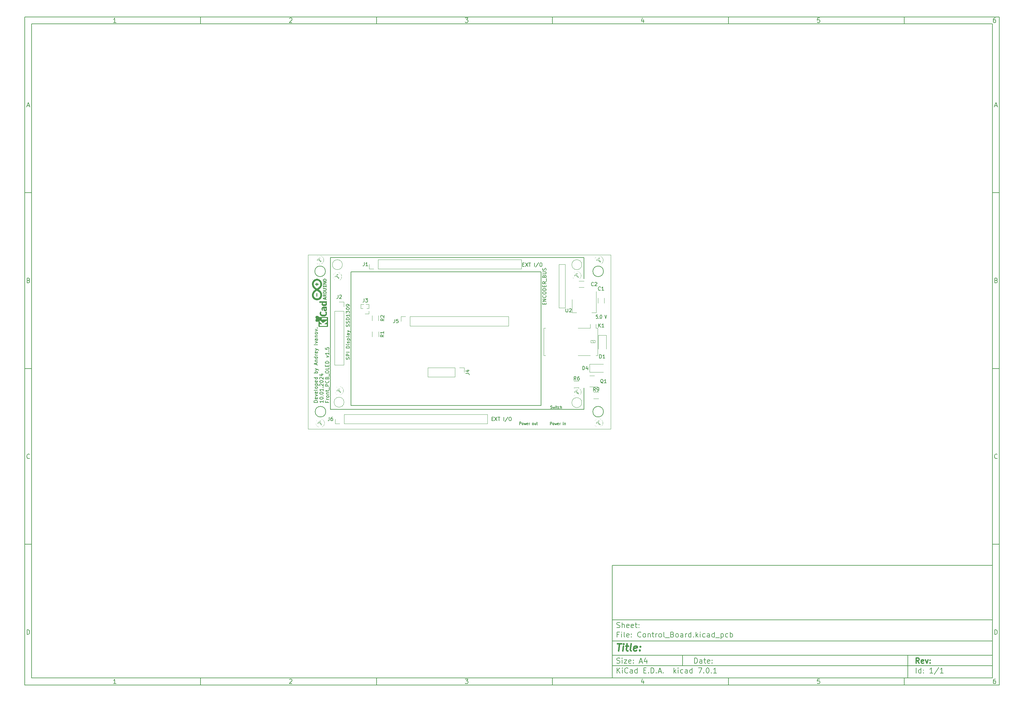
<source format=gbr>
%TF.GenerationSoftware,KiCad,Pcbnew,7.0.1*%
%TF.CreationDate,2024-01-20T13:41:41+00:00*%
%TF.ProjectId,Control_Board,436f6e74-726f-46c5-9f42-6f6172642e6b,rev?*%
%TF.SameCoordinates,Original*%
%TF.FileFunction,Legend,Top*%
%TF.FilePolarity,Positive*%
%FSLAX45Y45*%
G04 Gerber Fmt 4.5, Leading zero omitted, Abs format (unit mm)*
G04 Created by KiCad (PCBNEW 7.0.1) date 2024-01-20 13:41:41*
%MOMM*%
%LPD*%
G01*
G04 APERTURE LIST*
%ADD10C,0.100000*%
%ADD11C,0.150000*%
%ADD12C,0.300000*%
%ADD13C,0.400000*%
%ADD14C,0.000000*%
%ADD15C,0.200000*%
%ADD16C,0.180000*%
%ADD17C,0.120000*%
%ADD18C,0.127000*%
%TA.AperFunction,Profile*%
%ADD19C,0.200000*%
%TD*%
%TA.AperFunction,Profile*%
%ADD20C,0.100000*%
%TD*%
G04 APERTURE END LIST*
D10*
D11*
X17700220Y-16600720D02*
X28500220Y-16600720D01*
X28500220Y-19800720D01*
X17700220Y-19800720D01*
X17700220Y-16600720D01*
D10*
D11*
X1000000Y-1000000D02*
X28700220Y-1000000D01*
X28700220Y-20000720D01*
X1000000Y-20000720D01*
X1000000Y-1000000D01*
D10*
D11*
X1200000Y-1200000D02*
X28500220Y-1200000D01*
X28500220Y-19800720D01*
X1200000Y-19800720D01*
X1200000Y-1200000D01*
D10*
D11*
X6000000Y-1200000D02*
X6000000Y-1000000D01*
D10*
D11*
X11000000Y-1200000D02*
X11000000Y-1000000D01*
D10*
D11*
X16000000Y-1200000D02*
X16000000Y-1000000D01*
D10*
D11*
X21000000Y-1200000D02*
X21000000Y-1000000D01*
D10*
D11*
X26000000Y-1200000D02*
X26000000Y-1000000D01*
D10*
D11*
X3599048Y-1160140D02*
X3524762Y-1160140D01*
X3561905Y-1160140D02*
X3561905Y-1030140D01*
X3561905Y-1030140D02*
X3549524Y-1048712D01*
X3549524Y-1048712D02*
X3537143Y-1061093D01*
X3537143Y-1061093D02*
X3524762Y-1067283D01*
D10*
D11*
X8524762Y-1042521D02*
X8530952Y-1036331D01*
X8530952Y-1036331D02*
X8543333Y-1030140D01*
X8543333Y-1030140D02*
X8574286Y-1030140D01*
X8574286Y-1030140D02*
X8586667Y-1036331D01*
X8586667Y-1036331D02*
X8592857Y-1042521D01*
X8592857Y-1042521D02*
X8599048Y-1054902D01*
X8599048Y-1054902D02*
X8599048Y-1067283D01*
X8599048Y-1067283D02*
X8592857Y-1085855D01*
X8592857Y-1085855D02*
X8518571Y-1160140D01*
X8518571Y-1160140D02*
X8599048Y-1160140D01*
D10*
D11*
X13518571Y-1030140D02*
X13599048Y-1030140D01*
X13599048Y-1030140D02*
X13555714Y-1079664D01*
X13555714Y-1079664D02*
X13574286Y-1079664D01*
X13574286Y-1079664D02*
X13586667Y-1085855D01*
X13586667Y-1085855D02*
X13592857Y-1092045D01*
X13592857Y-1092045D02*
X13599048Y-1104426D01*
X13599048Y-1104426D02*
X13599048Y-1135379D01*
X13599048Y-1135379D02*
X13592857Y-1147760D01*
X13592857Y-1147760D02*
X13586667Y-1153950D01*
X13586667Y-1153950D02*
X13574286Y-1160140D01*
X13574286Y-1160140D02*
X13537143Y-1160140D01*
X13537143Y-1160140D02*
X13524762Y-1153950D01*
X13524762Y-1153950D02*
X13518571Y-1147760D01*
D10*
D11*
X18586667Y-1073474D02*
X18586667Y-1160140D01*
X18555714Y-1023950D02*
X18524762Y-1116807D01*
X18524762Y-1116807D02*
X18605238Y-1116807D01*
D10*
D11*
X23592857Y-1030140D02*
X23530952Y-1030140D01*
X23530952Y-1030140D02*
X23524762Y-1092045D01*
X23524762Y-1092045D02*
X23530952Y-1085855D01*
X23530952Y-1085855D02*
X23543333Y-1079664D01*
X23543333Y-1079664D02*
X23574286Y-1079664D01*
X23574286Y-1079664D02*
X23586667Y-1085855D01*
X23586667Y-1085855D02*
X23592857Y-1092045D01*
X23592857Y-1092045D02*
X23599048Y-1104426D01*
X23599048Y-1104426D02*
X23599048Y-1135379D01*
X23599048Y-1135379D02*
X23592857Y-1147760D01*
X23592857Y-1147760D02*
X23586667Y-1153950D01*
X23586667Y-1153950D02*
X23574286Y-1160140D01*
X23574286Y-1160140D02*
X23543333Y-1160140D01*
X23543333Y-1160140D02*
X23530952Y-1153950D01*
X23530952Y-1153950D02*
X23524762Y-1147760D01*
D10*
D11*
X28586667Y-1030140D02*
X28561905Y-1030140D01*
X28561905Y-1030140D02*
X28549524Y-1036331D01*
X28549524Y-1036331D02*
X28543333Y-1042521D01*
X28543333Y-1042521D02*
X28530952Y-1061093D01*
X28530952Y-1061093D02*
X28524762Y-1085855D01*
X28524762Y-1085855D02*
X28524762Y-1135379D01*
X28524762Y-1135379D02*
X28530952Y-1147760D01*
X28530952Y-1147760D02*
X28537143Y-1153950D01*
X28537143Y-1153950D02*
X28549524Y-1160140D01*
X28549524Y-1160140D02*
X28574286Y-1160140D01*
X28574286Y-1160140D02*
X28586667Y-1153950D01*
X28586667Y-1153950D02*
X28592857Y-1147760D01*
X28592857Y-1147760D02*
X28599048Y-1135379D01*
X28599048Y-1135379D02*
X28599048Y-1104426D01*
X28599048Y-1104426D02*
X28592857Y-1092045D01*
X28592857Y-1092045D02*
X28586667Y-1085855D01*
X28586667Y-1085855D02*
X28574286Y-1079664D01*
X28574286Y-1079664D02*
X28549524Y-1079664D01*
X28549524Y-1079664D02*
X28537143Y-1085855D01*
X28537143Y-1085855D02*
X28530952Y-1092045D01*
X28530952Y-1092045D02*
X28524762Y-1104426D01*
D10*
D11*
X6000000Y-19800720D02*
X6000000Y-20000720D01*
D10*
D11*
X11000000Y-19800720D02*
X11000000Y-20000720D01*
D10*
D11*
X16000000Y-19800720D02*
X16000000Y-20000720D01*
D10*
D11*
X21000000Y-19800720D02*
X21000000Y-20000720D01*
D10*
D11*
X26000000Y-19800720D02*
X26000000Y-20000720D01*
D10*
D11*
X3599048Y-19960860D02*
X3524762Y-19960860D01*
X3561905Y-19960860D02*
X3561905Y-19830860D01*
X3561905Y-19830860D02*
X3549524Y-19849432D01*
X3549524Y-19849432D02*
X3537143Y-19861813D01*
X3537143Y-19861813D02*
X3524762Y-19868003D01*
D10*
D11*
X8524762Y-19843241D02*
X8530952Y-19837051D01*
X8530952Y-19837051D02*
X8543333Y-19830860D01*
X8543333Y-19830860D02*
X8574286Y-19830860D01*
X8574286Y-19830860D02*
X8586667Y-19837051D01*
X8586667Y-19837051D02*
X8592857Y-19843241D01*
X8592857Y-19843241D02*
X8599048Y-19855622D01*
X8599048Y-19855622D02*
X8599048Y-19868003D01*
X8599048Y-19868003D02*
X8592857Y-19886575D01*
X8592857Y-19886575D02*
X8518571Y-19960860D01*
X8518571Y-19960860D02*
X8599048Y-19960860D01*
D10*
D11*
X13518571Y-19830860D02*
X13599048Y-19830860D01*
X13599048Y-19830860D02*
X13555714Y-19880384D01*
X13555714Y-19880384D02*
X13574286Y-19880384D01*
X13574286Y-19880384D02*
X13586667Y-19886575D01*
X13586667Y-19886575D02*
X13592857Y-19892765D01*
X13592857Y-19892765D02*
X13599048Y-19905146D01*
X13599048Y-19905146D02*
X13599048Y-19936099D01*
X13599048Y-19936099D02*
X13592857Y-19948480D01*
X13592857Y-19948480D02*
X13586667Y-19954670D01*
X13586667Y-19954670D02*
X13574286Y-19960860D01*
X13574286Y-19960860D02*
X13537143Y-19960860D01*
X13537143Y-19960860D02*
X13524762Y-19954670D01*
X13524762Y-19954670D02*
X13518571Y-19948480D01*
D10*
D11*
X18586667Y-19874194D02*
X18586667Y-19960860D01*
X18555714Y-19824670D02*
X18524762Y-19917527D01*
X18524762Y-19917527D02*
X18605238Y-19917527D01*
D10*
D11*
X23592857Y-19830860D02*
X23530952Y-19830860D01*
X23530952Y-19830860D02*
X23524762Y-19892765D01*
X23524762Y-19892765D02*
X23530952Y-19886575D01*
X23530952Y-19886575D02*
X23543333Y-19880384D01*
X23543333Y-19880384D02*
X23574286Y-19880384D01*
X23574286Y-19880384D02*
X23586667Y-19886575D01*
X23586667Y-19886575D02*
X23592857Y-19892765D01*
X23592857Y-19892765D02*
X23599048Y-19905146D01*
X23599048Y-19905146D02*
X23599048Y-19936099D01*
X23599048Y-19936099D02*
X23592857Y-19948480D01*
X23592857Y-19948480D02*
X23586667Y-19954670D01*
X23586667Y-19954670D02*
X23574286Y-19960860D01*
X23574286Y-19960860D02*
X23543333Y-19960860D01*
X23543333Y-19960860D02*
X23530952Y-19954670D01*
X23530952Y-19954670D02*
X23524762Y-19948480D01*
D10*
D11*
X28586667Y-19830860D02*
X28561905Y-19830860D01*
X28561905Y-19830860D02*
X28549524Y-19837051D01*
X28549524Y-19837051D02*
X28543333Y-19843241D01*
X28543333Y-19843241D02*
X28530952Y-19861813D01*
X28530952Y-19861813D02*
X28524762Y-19886575D01*
X28524762Y-19886575D02*
X28524762Y-19936099D01*
X28524762Y-19936099D02*
X28530952Y-19948480D01*
X28530952Y-19948480D02*
X28537143Y-19954670D01*
X28537143Y-19954670D02*
X28549524Y-19960860D01*
X28549524Y-19960860D02*
X28574286Y-19960860D01*
X28574286Y-19960860D02*
X28586667Y-19954670D01*
X28586667Y-19954670D02*
X28592857Y-19948480D01*
X28592857Y-19948480D02*
X28599048Y-19936099D01*
X28599048Y-19936099D02*
X28599048Y-19905146D01*
X28599048Y-19905146D02*
X28592857Y-19892765D01*
X28592857Y-19892765D02*
X28586667Y-19886575D01*
X28586667Y-19886575D02*
X28574286Y-19880384D01*
X28574286Y-19880384D02*
X28549524Y-19880384D01*
X28549524Y-19880384D02*
X28537143Y-19886575D01*
X28537143Y-19886575D02*
X28530952Y-19892765D01*
X28530952Y-19892765D02*
X28524762Y-19905146D01*
D10*
D11*
X1000000Y-6000000D02*
X1200000Y-6000000D01*
D10*
D11*
X1000000Y-11000000D02*
X1200000Y-11000000D01*
D10*
D11*
X1000000Y-16000000D02*
X1200000Y-16000000D01*
D10*
D11*
X1069048Y-3522998D02*
X1130952Y-3522998D01*
X1056667Y-3560140D02*
X1100000Y-3430140D01*
X1100000Y-3430140D02*
X1143333Y-3560140D01*
D10*
D11*
X1109286Y-8492045D02*
X1127857Y-8498236D01*
X1127857Y-8498236D02*
X1134048Y-8504426D01*
X1134048Y-8504426D02*
X1140238Y-8516807D01*
X1140238Y-8516807D02*
X1140238Y-8535379D01*
X1140238Y-8535379D02*
X1134048Y-8547760D01*
X1134048Y-8547760D02*
X1127857Y-8553950D01*
X1127857Y-8553950D02*
X1115476Y-8560140D01*
X1115476Y-8560140D02*
X1065952Y-8560140D01*
X1065952Y-8560140D02*
X1065952Y-8430140D01*
X1065952Y-8430140D02*
X1109286Y-8430140D01*
X1109286Y-8430140D02*
X1121667Y-8436331D01*
X1121667Y-8436331D02*
X1127857Y-8442521D01*
X1127857Y-8442521D02*
X1134048Y-8454902D01*
X1134048Y-8454902D02*
X1134048Y-8467283D01*
X1134048Y-8467283D02*
X1127857Y-8479664D01*
X1127857Y-8479664D02*
X1121667Y-8485855D01*
X1121667Y-8485855D02*
X1109286Y-8492045D01*
X1109286Y-8492045D02*
X1065952Y-8492045D01*
D10*
D11*
X1140238Y-13547759D02*
X1134048Y-13553950D01*
X1134048Y-13553950D02*
X1115476Y-13560140D01*
X1115476Y-13560140D02*
X1103095Y-13560140D01*
X1103095Y-13560140D02*
X1084524Y-13553950D01*
X1084524Y-13553950D02*
X1072143Y-13541569D01*
X1072143Y-13541569D02*
X1065952Y-13529188D01*
X1065952Y-13529188D02*
X1059762Y-13504426D01*
X1059762Y-13504426D02*
X1059762Y-13485855D01*
X1059762Y-13485855D02*
X1065952Y-13461093D01*
X1065952Y-13461093D02*
X1072143Y-13448712D01*
X1072143Y-13448712D02*
X1084524Y-13436331D01*
X1084524Y-13436331D02*
X1103095Y-13430140D01*
X1103095Y-13430140D02*
X1115476Y-13430140D01*
X1115476Y-13430140D02*
X1134048Y-13436331D01*
X1134048Y-13436331D02*
X1140238Y-13442521D01*
D10*
D11*
X1065952Y-18560140D02*
X1065952Y-18430140D01*
X1065952Y-18430140D02*
X1096905Y-18430140D01*
X1096905Y-18430140D02*
X1115476Y-18436331D01*
X1115476Y-18436331D02*
X1127857Y-18448712D01*
X1127857Y-18448712D02*
X1134048Y-18461093D01*
X1134048Y-18461093D02*
X1140238Y-18485855D01*
X1140238Y-18485855D02*
X1140238Y-18504426D01*
X1140238Y-18504426D02*
X1134048Y-18529188D01*
X1134048Y-18529188D02*
X1127857Y-18541569D01*
X1127857Y-18541569D02*
X1115476Y-18553950D01*
X1115476Y-18553950D02*
X1096905Y-18560140D01*
X1096905Y-18560140D02*
X1065952Y-18560140D01*
D10*
D11*
X28700220Y-6000000D02*
X28500220Y-6000000D01*
D10*
D11*
X28700220Y-11000000D02*
X28500220Y-11000000D01*
D10*
D11*
X28700220Y-16000000D02*
X28500220Y-16000000D01*
D10*
D11*
X28569268Y-3522998D02*
X28631172Y-3522998D01*
X28556887Y-3560140D02*
X28600220Y-3430140D01*
X28600220Y-3430140D02*
X28643553Y-3560140D01*
D10*
D11*
X28609506Y-8492045D02*
X28628077Y-8498236D01*
X28628077Y-8498236D02*
X28634268Y-8504426D01*
X28634268Y-8504426D02*
X28640458Y-8516807D01*
X28640458Y-8516807D02*
X28640458Y-8535379D01*
X28640458Y-8535379D02*
X28634268Y-8547760D01*
X28634268Y-8547760D02*
X28628077Y-8553950D01*
X28628077Y-8553950D02*
X28615696Y-8560140D01*
X28615696Y-8560140D02*
X28566172Y-8560140D01*
X28566172Y-8560140D02*
X28566172Y-8430140D01*
X28566172Y-8430140D02*
X28609506Y-8430140D01*
X28609506Y-8430140D02*
X28621887Y-8436331D01*
X28621887Y-8436331D02*
X28628077Y-8442521D01*
X28628077Y-8442521D02*
X28634268Y-8454902D01*
X28634268Y-8454902D02*
X28634268Y-8467283D01*
X28634268Y-8467283D02*
X28628077Y-8479664D01*
X28628077Y-8479664D02*
X28621887Y-8485855D01*
X28621887Y-8485855D02*
X28609506Y-8492045D01*
X28609506Y-8492045D02*
X28566172Y-8492045D01*
D10*
D11*
X28640458Y-13547759D02*
X28634268Y-13553950D01*
X28634268Y-13553950D02*
X28615696Y-13560140D01*
X28615696Y-13560140D02*
X28603315Y-13560140D01*
X28603315Y-13560140D02*
X28584744Y-13553950D01*
X28584744Y-13553950D02*
X28572363Y-13541569D01*
X28572363Y-13541569D02*
X28566172Y-13529188D01*
X28566172Y-13529188D02*
X28559982Y-13504426D01*
X28559982Y-13504426D02*
X28559982Y-13485855D01*
X28559982Y-13485855D02*
X28566172Y-13461093D01*
X28566172Y-13461093D02*
X28572363Y-13448712D01*
X28572363Y-13448712D02*
X28584744Y-13436331D01*
X28584744Y-13436331D02*
X28603315Y-13430140D01*
X28603315Y-13430140D02*
X28615696Y-13430140D01*
X28615696Y-13430140D02*
X28634268Y-13436331D01*
X28634268Y-13436331D02*
X28640458Y-13442521D01*
D10*
D11*
X28566172Y-18560140D02*
X28566172Y-18430140D01*
X28566172Y-18430140D02*
X28597125Y-18430140D01*
X28597125Y-18430140D02*
X28615696Y-18436331D01*
X28615696Y-18436331D02*
X28628077Y-18448712D01*
X28628077Y-18448712D02*
X28634268Y-18461093D01*
X28634268Y-18461093D02*
X28640458Y-18485855D01*
X28640458Y-18485855D02*
X28640458Y-18504426D01*
X28640458Y-18504426D02*
X28634268Y-18529188D01*
X28634268Y-18529188D02*
X28628077Y-18541569D01*
X28628077Y-18541569D02*
X28615696Y-18553950D01*
X28615696Y-18553950D02*
X28597125Y-18560140D01*
X28597125Y-18560140D02*
X28566172Y-18560140D01*
D10*
D11*
X20035934Y-19380113D02*
X20035934Y-19230113D01*
X20035934Y-19230113D02*
X20071649Y-19230113D01*
X20071649Y-19230113D02*
X20093077Y-19237256D01*
X20093077Y-19237256D02*
X20107363Y-19251541D01*
X20107363Y-19251541D02*
X20114506Y-19265827D01*
X20114506Y-19265827D02*
X20121649Y-19294399D01*
X20121649Y-19294399D02*
X20121649Y-19315827D01*
X20121649Y-19315827D02*
X20114506Y-19344399D01*
X20114506Y-19344399D02*
X20107363Y-19358684D01*
X20107363Y-19358684D02*
X20093077Y-19372970D01*
X20093077Y-19372970D02*
X20071649Y-19380113D01*
X20071649Y-19380113D02*
X20035934Y-19380113D01*
X20250220Y-19380113D02*
X20250220Y-19301541D01*
X20250220Y-19301541D02*
X20243077Y-19287256D01*
X20243077Y-19287256D02*
X20228791Y-19280113D01*
X20228791Y-19280113D02*
X20200220Y-19280113D01*
X20200220Y-19280113D02*
X20185934Y-19287256D01*
X20250220Y-19372970D02*
X20235934Y-19380113D01*
X20235934Y-19380113D02*
X20200220Y-19380113D01*
X20200220Y-19380113D02*
X20185934Y-19372970D01*
X20185934Y-19372970D02*
X20178791Y-19358684D01*
X20178791Y-19358684D02*
X20178791Y-19344399D01*
X20178791Y-19344399D02*
X20185934Y-19330113D01*
X20185934Y-19330113D02*
X20200220Y-19322970D01*
X20200220Y-19322970D02*
X20235934Y-19322970D01*
X20235934Y-19322970D02*
X20250220Y-19315827D01*
X20300220Y-19280113D02*
X20357363Y-19280113D01*
X20321649Y-19230113D02*
X20321649Y-19358684D01*
X20321649Y-19358684D02*
X20328791Y-19372970D01*
X20328791Y-19372970D02*
X20343077Y-19380113D01*
X20343077Y-19380113D02*
X20357363Y-19380113D01*
X20464506Y-19372970D02*
X20450220Y-19380113D01*
X20450220Y-19380113D02*
X20421649Y-19380113D01*
X20421649Y-19380113D02*
X20407363Y-19372970D01*
X20407363Y-19372970D02*
X20400220Y-19358684D01*
X20400220Y-19358684D02*
X20400220Y-19301541D01*
X20400220Y-19301541D02*
X20407363Y-19287256D01*
X20407363Y-19287256D02*
X20421649Y-19280113D01*
X20421649Y-19280113D02*
X20450220Y-19280113D01*
X20450220Y-19280113D02*
X20464506Y-19287256D01*
X20464506Y-19287256D02*
X20471649Y-19301541D01*
X20471649Y-19301541D02*
X20471649Y-19315827D01*
X20471649Y-19315827D02*
X20400220Y-19330113D01*
X20535934Y-19365827D02*
X20543077Y-19372970D01*
X20543077Y-19372970D02*
X20535934Y-19380113D01*
X20535934Y-19380113D02*
X20528791Y-19372970D01*
X20528791Y-19372970D02*
X20535934Y-19365827D01*
X20535934Y-19365827D02*
X20535934Y-19380113D01*
X20535934Y-19287256D02*
X20543077Y-19294399D01*
X20543077Y-19294399D02*
X20535934Y-19301541D01*
X20535934Y-19301541D02*
X20528791Y-19294399D01*
X20528791Y-19294399D02*
X20535934Y-19287256D01*
X20535934Y-19287256D02*
X20535934Y-19301541D01*
D10*
D11*
X17700220Y-19450720D02*
X28500220Y-19450720D01*
D10*
D11*
X17835934Y-19660113D02*
X17835934Y-19510113D01*
X17921649Y-19660113D02*
X17857363Y-19574399D01*
X17921649Y-19510113D02*
X17835934Y-19595827D01*
X17985934Y-19660113D02*
X17985934Y-19560113D01*
X17985934Y-19510113D02*
X17978791Y-19517256D01*
X17978791Y-19517256D02*
X17985934Y-19524399D01*
X17985934Y-19524399D02*
X17993077Y-19517256D01*
X17993077Y-19517256D02*
X17985934Y-19510113D01*
X17985934Y-19510113D02*
X17985934Y-19524399D01*
X18143077Y-19645827D02*
X18135934Y-19652970D01*
X18135934Y-19652970D02*
X18114506Y-19660113D01*
X18114506Y-19660113D02*
X18100220Y-19660113D01*
X18100220Y-19660113D02*
X18078791Y-19652970D01*
X18078791Y-19652970D02*
X18064506Y-19638684D01*
X18064506Y-19638684D02*
X18057363Y-19624399D01*
X18057363Y-19624399D02*
X18050220Y-19595827D01*
X18050220Y-19595827D02*
X18050220Y-19574399D01*
X18050220Y-19574399D02*
X18057363Y-19545827D01*
X18057363Y-19545827D02*
X18064506Y-19531541D01*
X18064506Y-19531541D02*
X18078791Y-19517256D01*
X18078791Y-19517256D02*
X18100220Y-19510113D01*
X18100220Y-19510113D02*
X18114506Y-19510113D01*
X18114506Y-19510113D02*
X18135934Y-19517256D01*
X18135934Y-19517256D02*
X18143077Y-19524399D01*
X18271649Y-19660113D02*
X18271649Y-19581541D01*
X18271649Y-19581541D02*
X18264506Y-19567256D01*
X18264506Y-19567256D02*
X18250220Y-19560113D01*
X18250220Y-19560113D02*
X18221649Y-19560113D01*
X18221649Y-19560113D02*
X18207363Y-19567256D01*
X18271649Y-19652970D02*
X18257363Y-19660113D01*
X18257363Y-19660113D02*
X18221649Y-19660113D01*
X18221649Y-19660113D02*
X18207363Y-19652970D01*
X18207363Y-19652970D02*
X18200220Y-19638684D01*
X18200220Y-19638684D02*
X18200220Y-19624399D01*
X18200220Y-19624399D02*
X18207363Y-19610113D01*
X18207363Y-19610113D02*
X18221649Y-19602970D01*
X18221649Y-19602970D02*
X18257363Y-19602970D01*
X18257363Y-19602970D02*
X18271649Y-19595827D01*
X18407363Y-19660113D02*
X18407363Y-19510113D01*
X18407363Y-19652970D02*
X18393077Y-19660113D01*
X18393077Y-19660113D02*
X18364506Y-19660113D01*
X18364506Y-19660113D02*
X18350220Y-19652970D01*
X18350220Y-19652970D02*
X18343077Y-19645827D01*
X18343077Y-19645827D02*
X18335934Y-19631541D01*
X18335934Y-19631541D02*
X18335934Y-19588684D01*
X18335934Y-19588684D02*
X18343077Y-19574399D01*
X18343077Y-19574399D02*
X18350220Y-19567256D01*
X18350220Y-19567256D02*
X18364506Y-19560113D01*
X18364506Y-19560113D02*
X18393077Y-19560113D01*
X18393077Y-19560113D02*
X18407363Y-19567256D01*
X18593077Y-19581541D02*
X18643077Y-19581541D01*
X18664506Y-19660113D02*
X18593077Y-19660113D01*
X18593077Y-19660113D02*
X18593077Y-19510113D01*
X18593077Y-19510113D02*
X18664506Y-19510113D01*
X18728791Y-19645827D02*
X18735934Y-19652970D01*
X18735934Y-19652970D02*
X18728791Y-19660113D01*
X18728791Y-19660113D02*
X18721649Y-19652970D01*
X18721649Y-19652970D02*
X18728791Y-19645827D01*
X18728791Y-19645827D02*
X18728791Y-19660113D01*
X18800220Y-19660113D02*
X18800220Y-19510113D01*
X18800220Y-19510113D02*
X18835934Y-19510113D01*
X18835934Y-19510113D02*
X18857363Y-19517256D01*
X18857363Y-19517256D02*
X18871649Y-19531541D01*
X18871649Y-19531541D02*
X18878792Y-19545827D01*
X18878792Y-19545827D02*
X18885934Y-19574399D01*
X18885934Y-19574399D02*
X18885934Y-19595827D01*
X18885934Y-19595827D02*
X18878792Y-19624399D01*
X18878792Y-19624399D02*
X18871649Y-19638684D01*
X18871649Y-19638684D02*
X18857363Y-19652970D01*
X18857363Y-19652970D02*
X18835934Y-19660113D01*
X18835934Y-19660113D02*
X18800220Y-19660113D01*
X18950220Y-19645827D02*
X18957363Y-19652970D01*
X18957363Y-19652970D02*
X18950220Y-19660113D01*
X18950220Y-19660113D02*
X18943077Y-19652970D01*
X18943077Y-19652970D02*
X18950220Y-19645827D01*
X18950220Y-19645827D02*
X18950220Y-19660113D01*
X19014506Y-19617256D02*
X19085934Y-19617256D01*
X19000220Y-19660113D02*
X19050220Y-19510113D01*
X19050220Y-19510113D02*
X19100220Y-19660113D01*
X19150220Y-19645827D02*
X19157363Y-19652970D01*
X19157363Y-19652970D02*
X19150220Y-19660113D01*
X19150220Y-19660113D02*
X19143077Y-19652970D01*
X19143077Y-19652970D02*
X19150220Y-19645827D01*
X19150220Y-19645827D02*
X19150220Y-19660113D01*
X19450220Y-19660113D02*
X19450220Y-19510113D01*
X19464506Y-19602970D02*
X19507363Y-19660113D01*
X19507363Y-19560113D02*
X19450220Y-19617256D01*
X19571649Y-19660113D02*
X19571649Y-19560113D01*
X19571649Y-19510113D02*
X19564506Y-19517256D01*
X19564506Y-19517256D02*
X19571649Y-19524399D01*
X19571649Y-19524399D02*
X19578792Y-19517256D01*
X19578792Y-19517256D02*
X19571649Y-19510113D01*
X19571649Y-19510113D02*
X19571649Y-19524399D01*
X19707363Y-19652970D02*
X19693077Y-19660113D01*
X19693077Y-19660113D02*
X19664506Y-19660113D01*
X19664506Y-19660113D02*
X19650220Y-19652970D01*
X19650220Y-19652970D02*
X19643077Y-19645827D01*
X19643077Y-19645827D02*
X19635934Y-19631541D01*
X19635934Y-19631541D02*
X19635934Y-19588684D01*
X19635934Y-19588684D02*
X19643077Y-19574399D01*
X19643077Y-19574399D02*
X19650220Y-19567256D01*
X19650220Y-19567256D02*
X19664506Y-19560113D01*
X19664506Y-19560113D02*
X19693077Y-19560113D01*
X19693077Y-19560113D02*
X19707363Y-19567256D01*
X19835934Y-19660113D02*
X19835934Y-19581541D01*
X19835934Y-19581541D02*
X19828792Y-19567256D01*
X19828792Y-19567256D02*
X19814506Y-19560113D01*
X19814506Y-19560113D02*
X19785934Y-19560113D01*
X19785934Y-19560113D02*
X19771649Y-19567256D01*
X19835934Y-19652970D02*
X19821649Y-19660113D01*
X19821649Y-19660113D02*
X19785934Y-19660113D01*
X19785934Y-19660113D02*
X19771649Y-19652970D01*
X19771649Y-19652970D02*
X19764506Y-19638684D01*
X19764506Y-19638684D02*
X19764506Y-19624399D01*
X19764506Y-19624399D02*
X19771649Y-19610113D01*
X19771649Y-19610113D02*
X19785934Y-19602970D01*
X19785934Y-19602970D02*
X19821649Y-19602970D01*
X19821649Y-19602970D02*
X19835934Y-19595827D01*
X19971649Y-19660113D02*
X19971649Y-19510113D01*
X19971649Y-19652970D02*
X19957363Y-19660113D01*
X19957363Y-19660113D02*
X19928792Y-19660113D01*
X19928792Y-19660113D02*
X19914506Y-19652970D01*
X19914506Y-19652970D02*
X19907363Y-19645827D01*
X19907363Y-19645827D02*
X19900220Y-19631541D01*
X19900220Y-19631541D02*
X19900220Y-19588684D01*
X19900220Y-19588684D02*
X19907363Y-19574399D01*
X19907363Y-19574399D02*
X19914506Y-19567256D01*
X19914506Y-19567256D02*
X19928792Y-19560113D01*
X19928792Y-19560113D02*
X19957363Y-19560113D01*
X19957363Y-19560113D02*
X19971649Y-19567256D01*
X20143077Y-19510113D02*
X20243077Y-19510113D01*
X20243077Y-19510113D02*
X20178792Y-19660113D01*
X20300220Y-19645827D02*
X20307363Y-19652970D01*
X20307363Y-19652970D02*
X20300220Y-19660113D01*
X20300220Y-19660113D02*
X20293077Y-19652970D01*
X20293077Y-19652970D02*
X20300220Y-19645827D01*
X20300220Y-19645827D02*
X20300220Y-19660113D01*
X20400220Y-19510113D02*
X20414506Y-19510113D01*
X20414506Y-19510113D02*
X20428792Y-19517256D01*
X20428792Y-19517256D02*
X20435934Y-19524399D01*
X20435934Y-19524399D02*
X20443077Y-19538684D01*
X20443077Y-19538684D02*
X20450220Y-19567256D01*
X20450220Y-19567256D02*
X20450220Y-19602970D01*
X20450220Y-19602970D02*
X20443077Y-19631541D01*
X20443077Y-19631541D02*
X20435934Y-19645827D01*
X20435934Y-19645827D02*
X20428792Y-19652970D01*
X20428792Y-19652970D02*
X20414506Y-19660113D01*
X20414506Y-19660113D02*
X20400220Y-19660113D01*
X20400220Y-19660113D02*
X20385934Y-19652970D01*
X20385934Y-19652970D02*
X20378792Y-19645827D01*
X20378792Y-19645827D02*
X20371649Y-19631541D01*
X20371649Y-19631541D02*
X20364506Y-19602970D01*
X20364506Y-19602970D02*
X20364506Y-19567256D01*
X20364506Y-19567256D02*
X20371649Y-19538684D01*
X20371649Y-19538684D02*
X20378792Y-19524399D01*
X20378792Y-19524399D02*
X20385934Y-19517256D01*
X20385934Y-19517256D02*
X20400220Y-19510113D01*
X20514506Y-19645827D02*
X20521649Y-19652970D01*
X20521649Y-19652970D02*
X20514506Y-19660113D01*
X20514506Y-19660113D02*
X20507363Y-19652970D01*
X20507363Y-19652970D02*
X20514506Y-19645827D01*
X20514506Y-19645827D02*
X20514506Y-19660113D01*
X20664506Y-19660113D02*
X20578792Y-19660113D01*
X20621649Y-19660113D02*
X20621649Y-19510113D01*
X20621649Y-19510113D02*
X20607363Y-19531541D01*
X20607363Y-19531541D02*
X20593077Y-19545827D01*
X20593077Y-19545827D02*
X20578792Y-19552970D01*
D10*
D11*
X17700220Y-19150720D02*
X28500220Y-19150720D01*
D10*
D12*
X26421648Y-19380113D02*
X26371648Y-19308684D01*
X26335934Y-19380113D02*
X26335934Y-19230113D01*
X26335934Y-19230113D02*
X26393077Y-19230113D01*
X26393077Y-19230113D02*
X26407363Y-19237256D01*
X26407363Y-19237256D02*
X26414506Y-19244399D01*
X26414506Y-19244399D02*
X26421648Y-19258684D01*
X26421648Y-19258684D02*
X26421648Y-19280113D01*
X26421648Y-19280113D02*
X26414506Y-19294399D01*
X26414506Y-19294399D02*
X26407363Y-19301541D01*
X26407363Y-19301541D02*
X26393077Y-19308684D01*
X26393077Y-19308684D02*
X26335934Y-19308684D01*
X26543077Y-19372970D02*
X26528791Y-19380113D01*
X26528791Y-19380113D02*
X26500220Y-19380113D01*
X26500220Y-19380113D02*
X26485934Y-19372970D01*
X26485934Y-19372970D02*
X26478791Y-19358684D01*
X26478791Y-19358684D02*
X26478791Y-19301541D01*
X26478791Y-19301541D02*
X26485934Y-19287256D01*
X26485934Y-19287256D02*
X26500220Y-19280113D01*
X26500220Y-19280113D02*
X26528791Y-19280113D01*
X26528791Y-19280113D02*
X26543077Y-19287256D01*
X26543077Y-19287256D02*
X26550220Y-19301541D01*
X26550220Y-19301541D02*
X26550220Y-19315827D01*
X26550220Y-19315827D02*
X26478791Y-19330113D01*
X26600220Y-19280113D02*
X26635934Y-19380113D01*
X26635934Y-19380113D02*
X26671648Y-19280113D01*
X26728791Y-19365827D02*
X26735934Y-19372970D01*
X26735934Y-19372970D02*
X26728791Y-19380113D01*
X26728791Y-19380113D02*
X26721648Y-19372970D01*
X26721648Y-19372970D02*
X26728791Y-19365827D01*
X26728791Y-19365827D02*
X26728791Y-19380113D01*
X26728791Y-19287256D02*
X26735934Y-19294399D01*
X26735934Y-19294399D02*
X26728791Y-19301541D01*
X26728791Y-19301541D02*
X26721648Y-19294399D01*
X26721648Y-19294399D02*
X26728791Y-19287256D01*
X26728791Y-19287256D02*
X26728791Y-19301541D01*
D10*
D11*
X17828791Y-19372970D02*
X17850220Y-19380113D01*
X17850220Y-19380113D02*
X17885934Y-19380113D01*
X17885934Y-19380113D02*
X17900220Y-19372970D01*
X17900220Y-19372970D02*
X17907363Y-19365827D01*
X17907363Y-19365827D02*
X17914506Y-19351541D01*
X17914506Y-19351541D02*
X17914506Y-19337256D01*
X17914506Y-19337256D02*
X17907363Y-19322970D01*
X17907363Y-19322970D02*
X17900220Y-19315827D01*
X17900220Y-19315827D02*
X17885934Y-19308684D01*
X17885934Y-19308684D02*
X17857363Y-19301541D01*
X17857363Y-19301541D02*
X17843077Y-19294399D01*
X17843077Y-19294399D02*
X17835934Y-19287256D01*
X17835934Y-19287256D02*
X17828791Y-19272970D01*
X17828791Y-19272970D02*
X17828791Y-19258684D01*
X17828791Y-19258684D02*
X17835934Y-19244399D01*
X17835934Y-19244399D02*
X17843077Y-19237256D01*
X17843077Y-19237256D02*
X17857363Y-19230113D01*
X17857363Y-19230113D02*
X17893077Y-19230113D01*
X17893077Y-19230113D02*
X17914506Y-19237256D01*
X17978791Y-19380113D02*
X17978791Y-19280113D01*
X17978791Y-19230113D02*
X17971649Y-19237256D01*
X17971649Y-19237256D02*
X17978791Y-19244399D01*
X17978791Y-19244399D02*
X17985934Y-19237256D01*
X17985934Y-19237256D02*
X17978791Y-19230113D01*
X17978791Y-19230113D02*
X17978791Y-19244399D01*
X18035934Y-19280113D02*
X18114506Y-19280113D01*
X18114506Y-19280113D02*
X18035934Y-19380113D01*
X18035934Y-19380113D02*
X18114506Y-19380113D01*
X18228791Y-19372970D02*
X18214506Y-19380113D01*
X18214506Y-19380113D02*
X18185934Y-19380113D01*
X18185934Y-19380113D02*
X18171649Y-19372970D01*
X18171649Y-19372970D02*
X18164506Y-19358684D01*
X18164506Y-19358684D02*
X18164506Y-19301541D01*
X18164506Y-19301541D02*
X18171649Y-19287256D01*
X18171649Y-19287256D02*
X18185934Y-19280113D01*
X18185934Y-19280113D02*
X18214506Y-19280113D01*
X18214506Y-19280113D02*
X18228791Y-19287256D01*
X18228791Y-19287256D02*
X18235934Y-19301541D01*
X18235934Y-19301541D02*
X18235934Y-19315827D01*
X18235934Y-19315827D02*
X18164506Y-19330113D01*
X18300220Y-19365827D02*
X18307363Y-19372970D01*
X18307363Y-19372970D02*
X18300220Y-19380113D01*
X18300220Y-19380113D02*
X18293077Y-19372970D01*
X18293077Y-19372970D02*
X18300220Y-19365827D01*
X18300220Y-19365827D02*
X18300220Y-19380113D01*
X18300220Y-19287256D02*
X18307363Y-19294399D01*
X18307363Y-19294399D02*
X18300220Y-19301541D01*
X18300220Y-19301541D02*
X18293077Y-19294399D01*
X18293077Y-19294399D02*
X18300220Y-19287256D01*
X18300220Y-19287256D02*
X18300220Y-19301541D01*
X18478791Y-19337256D02*
X18550220Y-19337256D01*
X18464506Y-19380113D02*
X18514506Y-19230113D01*
X18514506Y-19230113D02*
X18564506Y-19380113D01*
X18678791Y-19280113D02*
X18678791Y-19380113D01*
X18643077Y-19222970D02*
X18607363Y-19330113D01*
X18607363Y-19330113D02*
X18700220Y-19330113D01*
D10*
D11*
X26335934Y-19660113D02*
X26335934Y-19510113D01*
X26471649Y-19660113D02*
X26471649Y-19510113D01*
X26471649Y-19652970D02*
X26457363Y-19660113D01*
X26457363Y-19660113D02*
X26428791Y-19660113D01*
X26428791Y-19660113D02*
X26414506Y-19652970D01*
X26414506Y-19652970D02*
X26407363Y-19645827D01*
X26407363Y-19645827D02*
X26400220Y-19631541D01*
X26400220Y-19631541D02*
X26400220Y-19588684D01*
X26400220Y-19588684D02*
X26407363Y-19574399D01*
X26407363Y-19574399D02*
X26414506Y-19567256D01*
X26414506Y-19567256D02*
X26428791Y-19560113D01*
X26428791Y-19560113D02*
X26457363Y-19560113D01*
X26457363Y-19560113D02*
X26471649Y-19567256D01*
X26543077Y-19645827D02*
X26550220Y-19652970D01*
X26550220Y-19652970D02*
X26543077Y-19660113D01*
X26543077Y-19660113D02*
X26535934Y-19652970D01*
X26535934Y-19652970D02*
X26543077Y-19645827D01*
X26543077Y-19645827D02*
X26543077Y-19660113D01*
X26543077Y-19567256D02*
X26550220Y-19574399D01*
X26550220Y-19574399D02*
X26543077Y-19581541D01*
X26543077Y-19581541D02*
X26535934Y-19574399D01*
X26535934Y-19574399D02*
X26543077Y-19567256D01*
X26543077Y-19567256D02*
X26543077Y-19581541D01*
X26807363Y-19660113D02*
X26721649Y-19660113D01*
X26764506Y-19660113D02*
X26764506Y-19510113D01*
X26764506Y-19510113D02*
X26750220Y-19531541D01*
X26750220Y-19531541D02*
X26735934Y-19545827D01*
X26735934Y-19545827D02*
X26721649Y-19552970D01*
X26978791Y-19502970D02*
X26850220Y-19695827D01*
X27107363Y-19660113D02*
X27021649Y-19660113D01*
X27064506Y-19660113D02*
X27064506Y-19510113D01*
X27064506Y-19510113D02*
X27050220Y-19531541D01*
X27050220Y-19531541D02*
X27035934Y-19545827D01*
X27035934Y-19545827D02*
X27021649Y-19552970D01*
D10*
D11*
X17700220Y-18750720D02*
X28500220Y-18750720D01*
D10*
D13*
X17843077Y-18823244D02*
X17957363Y-18823244D01*
X17875220Y-19023244D02*
X17900220Y-18823244D01*
X17997839Y-19023244D02*
X18014506Y-18889910D01*
X18022839Y-18823244D02*
X18012125Y-18832768D01*
X18012125Y-18832768D02*
X18020458Y-18842291D01*
X18020458Y-18842291D02*
X18031172Y-18832768D01*
X18031172Y-18832768D02*
X18022839Y-18823244D01*
X18022839Y-18823244D02*
X18020458Y-18842291D01*
X18079982Y-18889910D02*
X18156172Y-18889910D01*
X18116887Y-18823244D02*
X18095458Y-18994672D01*
X18095458Y-18994672D02*
X18102601Y-19013720D01*
X18102601Y-19013720D02*
X18120458Y-19023244D01*
X18120458Y-19023244D02*
X18139506Y-19023244D01*
X18233553Y-19023244D02*
X18215696Y-19013720D01*
X18215696Y-19013720D02*
X18208553Y-18994672D01*
X18208553Y-18994672D02*
X18229982Y-18823244D01*
X18385934Y-19013720D02*
X18365696Y-19023244D01*
X18365696Y-19023244D02*
X18327601Y-19023244D01*
X18327601Y-19023244D02*
X18309744Y-19013720D01*
X18309744Y-19013720D02*
X18302601Y-18994672D01*
X18302601Y-18994672D02*
X18312125Y-18918482D01*
X18312125Y-18918482D02*
X18324029Y-18899434D01*
X18324029Y-18899434D02*
X18344268Y-18889910D01*
X18344268Y-18889910D02*
X18382363Y-18889910D01*
X18382363Y-18889910D02*
X18400220Y-18899434D01*
X18400220Y-18899434D02*
X18407363Y-18918482D01*
X18407363Y-18918482D02*
X18404982Y-18937530D01*
X18404982Y-18937530D02*
X18307363Y-18956577D01*
X18481172Y-19004196D02*
X18489506Y-19013720D01*
X18489506Y-19013720D02*
X18478791Y-19023244D01*
X18478791Y-19023244D02*
X18470458Y-19013720D01*
X18470458Y-19013720D02*
X18481172Y-19004196D01*
X18481172Y-19004196D02*
X18478791Y-19023244D01*
X18494268Y-18899434D02*
X18502601Y-18908958D01*
X18502601Y-18908958D02*
X18491887Y-18918482D01*
X18491887Y-18918482D02*
X18483553Y-18908958D01*
X18483553Y-18908958D02*
X18494268Y-18899434D01*
X18494268Y-18899434D02*
X18491887Y-18918482D01*
D10*
D11*
X17885934Y-18561541D02*
X17835934Y-18561541D01*
X17835934Y-18640113D02*
X17835934Y-18490113D01*
X17835934Y-18490113D02*
X17907363Y-18490113D01*
X17964506Y-18640113D02*
X17964506Y-18540113D01*
X17964506Y-18490113D02*
X17957363Y-18497256D01*
X17957363Y-18497256D02*
X17964506Y-18504399D01*
X17964506Y-18504399D02*
X17971649Y-18497256D01*
X17971649Y-18497256D02*
X17964506Y-18490113D01*
X17964506Y-18490113D02*
X17964506Y-18504399D01*
X18057363Y-18640113D02*
X18043077Y-18632970D01*
X18043077Y-18632970D02*
X18035934Y-18618684D01*
X18035934Y-18618684D02*
X18035934Y-18490113D01*
X18171649Y-18632970D02*
X18157363Y-18640113D01*
X18157363Y-18640113D02*
X18128791Y-18640113D01*
X18128791Y-18640113D02*
X18114506Y-18632970D01*
X18114506Y-18632970D02*
X18107363Y-18618684D01*
X18107363Y-18618684D02*
X18107363Y-18561541D01*
X18107363Y-18561541D02*
X18114506Y-18547256D01*
X18114506Y-18547256D02*
X18128791Y-18540113D01*
X18128791Y-18540113D02*
X18157363Y-18540113D01*
X18157363Y-18540113D02*
X18171649Y-18547256D01*
X18171649Y-18547256D02*
X18178791Y-18561541D01*
X18178791Y-18561541D02*
X18178791Y-18575827D01*
X18178791Y-18575827D02*
X18107363Y-18590113D01*
X18243077Y-18625827D02*
X18250220Y-18632970D01*
X18250220Y-18632970D02*
X18243077Y-18640113D01*
X18243077Y-18640113D02*
X18235934Y-18632970D01*
X18235934Y-18632970D02*
X18243077Y-18625827D01*
X18243077Y-18625827D02*
X18243077Y-18640113D01*
X18243077Y-18547256D02*
X18250220Y-18554399D01*
X18250220Y-18554399D02*
X18243077Y-18561541D01*
X18243077Y-18561541D02*
X18235934Y-18554399D01*
X18235934Y-18554399D02*
X18243077Y-18547256D01*
X18243077Y-18547256D02*
X18243077Y-18561541D01*
X18514506Y-18625827D02*
X18507363Y-18632970D01*
X18507363Y-18632970D02*
X18485934Y-18640113D01*
X18485934Y-18640113D02*
X18471649Y-18640113D01*
X18471649Y-18640113D02*
X18450220Y-18632970D01*
X18450220Y-18632970D02*
X18435934Y-18618684D01*
X18435934Y-18618684D02*
X18428791Y-18604399D01*
X18428791Y-18604399D02*
X18421649Y-18575827D01*
X18421649Y-18575827D02*
X18421649Y-18554399D01*
X18421649Y-18554399D02*
X18428791Y-18525827D01*
X18428791Y-18525827D02*
X18435934Y-18511541D01*
X18435934Y-18511541D02*
X18450220Y-18497256D01*
X18450220Y-18497256D02*
X18471649Y-18490113D01*
X18471649Y-18490113D02*
X18485934Y-18490113D01*
X18485934Y-18490113D02*
X18507363Y-18497256D01*
X18507363Y-18497256D02*
X18514506Y-18504399D01*
X18600220Y-18640113D02*
X18585934Y-18632970D01*
X18585934Y-18632970D02*
X18578791Y-18625827D01*
X18578791Y-18625827D02*
X18571649Y-18611541D01*
X18571649Y-18611541D02*
X18571649Y-18568684D01*
X18571649Y-18568684D02*
X18578791Y-18554399D01*
X18578791Y-18554399D02*
X18585934Y-18547256D01*
X18585934Y-18547256D02*
X18600220Y-18540113D01*
X18600220Y-18540113D02*
X18621649Y-18540113D01*
X18621649Y-18540113D02*
X18635934Y-18547256D01*
X18635934Y-18547256D02*
X18643077Y-18554399D01*
X18643077Y-18554399D02*
X18650220Y-18568684D01*
X18650220Y-18568684D02*
X18650220Y-18611541D01*
X18650220Y-18611541D02*
X18643077Y-18625827D01*
X18643077Y-18625827D02*
X18635934Y-18632970D01*
X18635934Y-18632970D02*
X18621649Y-18640113D01*
X18621649Y-18640113D02*
X18600220Y-18640113D01*
X18714506Y-18540113D02*
X18714506Y-18640113D01*
X18714506Y-18554399D02*
X18721649Y-18547256D01*
X18721649Y-18547256D02*
X18735934Y-18540113D01*
X18735934Y-18540113D02*
X18757363Y-18540113D01*
X18757363Y-18540113D02*
X18771649Y-18547256D01*
X18771649Y-18547256D02*
X18778791Y-18561541D01*
X18778791Y-18561541D02*
X18778791Y-18640113D01*
X18828791Y-18540113D02*
X18885934Y-18540113D01*
X18850220Y-18490113D02*
X18850220Y-18618684D01*
X18850220Y-18618684D02*
X18857363Y-18632970D01*
X18857363Y-18632970D02*
X18871649Y-18640113D01*
X18871649Y-18640113D02*
X18885934Y-18640113D01*
X18935934Y-18640113D02*
X18935934Y-18540113D01*
X18935934Y-18568684D02*
X18943077Y-18554399D01*
X18943077Y-18554399D02*
X18950220Y-18547256D01*
X18950220Y-18547256D02*
X18964506Y-18540113D01*
X18964506Y-18540113D02*
X18978791Y-18540113D01*
X19050220Y-18640113D02*
X19035934Y-18632970D01*
X19035934Y-18632970D02*
X19028791Y-18625827D01*
X19028791Y-18625827D02*
X19021649Y-18611541D01*
X19021649Y-18611541D02*
X19021649Y-18568684D01*
X19021649Y-18568684D02*
X19028791Y-18554399D01*
X19028791Y-18554399D02*
X19035934Y-18547256D01*
X19035934Y-18547256D02*
X19050220Y-18540113D01*
X19050220Y-18540113D02*
X19071649Y-18540113D01*
X19071649Y-18540113D02*
X19085934Y-18547256D01*
X19085934Y-18547256D02*
X19093077Y-18554399D01*
X19093077Y-18554399D02*
X19100220Y-18568684D01*
X19100220Y-18568684D02*
X19100220Y-18611541D01*
X19100220Y-18611541D02*
X19093077Y-18625827D01*
X19093077Y-18625827D02*
X19085934Y-18632970D01*
X19085934Y-18632970D02*
X19071649Y-18640113D01*
X19071649Y-18640113D02*
X19050220Y-18640113D01*
X19185934Y-18640113D02*
X19171649Y-18632970D01*
X19171649Y-18632970D02*
X19164506Y-18618684D01*
X19164506Y-18618684D02*
X19164506Y-18490113D01*
X19207363Y-18654399D02*
X19321649Y-18654399D01*
X19407363Y-18561541D02*
X19428791Y-18568684D01*
X19428791Y-18568684D02*
X19435934Y-18575827D01*
X19435934Y-18575827D02*
X19443077Y-18590113D01*
X19443077Y-18590113D02*
X19443077Y-18611541D01*
X19443077Y-18611541D02*
X19435934Y-18625827D01*
X19435934Y-18625827D02*
X19428791Y-18632970D01*
X19428791Y-18632970D02*
X19414506Y-18640113D01*
X19414506Y-18640113D02*
X19357363Y-18640113D01*
X19357363Y-18640113D02*
X19357363Y-18490113D01*
X19357363Y-18490113D02*
X19407363Y-18490113D01*
X19407363Y-18490113D02*
X19421649Y-18497256D01*
X19421649Y-18497256D02*
X19428791Y-18504399D01*
X19428791Y-18504399D02*
X19435934Y-18518684D01*
X19435934Y-18518684D02*
X19435934Y-18532970D01*
X19435934Y-18532970D02*
X19428791Y-18547256D01*
X19428791Y-18547256D02*
X19421649Y-18554399D01*
X19421649Y-18554399D02*
X19407363Y-18561541D01*
X19407363Y-18561541D02*
X19357363Y-18561541D01*
X19528791Y-18640113D02*
X19514506Y-18632970D01*
X19514506Y-18632970D02*
X19507363Y-18625827D01*
X19507363Y-18625827D02*
X19500220Y-18611541D01*
X19500220Y-18611541D02*
X19500220Y-18568684D01*
X19500220Y-18568684D02*
X19507363Y-18554399D01*
X19507363Y-18554399D02*
X19514506Y-18547256D01*
X19514506Y-18547256D02*
X19528791Y-18540113D01*
X19528791Y-18540113D02*
X19550220Y-18540113D01*
X19550220Y-18540113D02*
X19564506Y-18547256D01*
X19564506Y-18547256D02*
X19571649Y-18554399D01*
X19571649Y-18554399D02*
X19578791Y-18568684D01*
X19578791Y-18568684D02*
X19578791Y-18611541D01*
X19578791Y-18611541D02*
X19571649Y-18625827D01*
X19571649Y-18625827D02*
X19564506Y-18632970D01*
X19564506Y-18632970D02*
X19550220Y-18640113D01*
X19550220Y-18640113D02*
X19528791Y-18640113D01*
X19707363Y-18640113D02*
X19707363Y-18561541D01*
X19707363Y-18561541D02*
X19700220Y-18547256D01*
X19700220Y-18547256D02*
X19685934Y-18540113D01*
X19685934Y-18540113D02*
X19657363Y-18540113D01*
X19657363Y-18540113D02*
X19643077Y-18547256D01*
X19707363Y-18632970D02*
X19693077Y-18640113D01*
X19693077Y-18640113D02*
X19657363Y-18640113D01*
X19657363Y-18640113D02*
X19643077Y-18632970D01*
X19643077Y-18632970D02*
X19635934Y-18618684D01*
X19635934Y-18618684D02*
X19635934Y-18604399D01*
X19635934Y-18604399D02*
X19643077Y-18590113D01*
X19643077Y-18590113D02*
X19657363Y-18582970D01*
X19657363Y-18582970D02*
X19693077Y-18582970D01*
X19693077Y-18582970D02*
X19707363Y-18575827D01*
X19778791Y-18640113D02*
X19778791Y-18540113D01*
X19778791Y-18568684D02*
X19785934Y-18554399D01*
X19785934Y-18554399D02*
X19793077Y-18547256D01*
X19793077Y-18547256D02*
X19807363Y-18540113D01*
X19807363Y-18540113D02*
X19821649Y-18540113D01*
X19935934Y-18640113D02*
X19935934Y-18490113D01*
X19935934Y-18632970D02*
X19921648Y-18640113D01*
X19921648Y-18640113D02*
X19893077Y-18640113D01*
X19893077Y-18640113D02*
X19878791Y-18632970D01*
X19878791Y-18632970D02*
X19871648Y-18625827D01*
X19871648Y-18625827D02*
X19864506Y-18611541D01*
X19864506Y-18611541D02*
X19864506Y-18568684D01*
X19864506Y-18568684D02*
X19871648Y-18554399D01*
X19871648Y-18554399D02*
X19878791Y-18547256D01*
X19878791Y-18547256D02*
X19893077Y-18540113D01*
X19893077Y-18540113D02*
X19921648Y-18540113D01*
X19921648Y-18540113D02*
X19935934Y-18547256D01*
X20007363Y-18625827D02*
X20014506Y-18632970D01*
X20014506Y-18632970D02*
X20007363Y-18640113D01*
X20007363Y-18640113D02*
X20000220Y-18632970D01*
X20000220Y-18632970D02*
X20007363Y-18625827D01*
X20007363Y-18625827D02*
X20007363Y-18640113D01*
X20078791Y-18640113D02*
X20078791Y-18490113D01*
X20093077Y-18582970D02*
X20135934Y-18640113D01*
X20135934Y-18540113D02*
X20078791Y-18597256D01*
X20200220Y-18640113D02*
X20200220Y-18540113D01*
X20200220Y-18490113D02*
X20193077Y-18497256D01*
X20193077Y-18497256D02*
X20200220Y-18504399D01*
X20200220Y-18504399D02*
X20207363Y-18497256D01*
X20207363Y-18497256D02*
X20200220Y-18490113D01*
X20200220Y-18490113D02*
X20200220Y-18504399D01*
X20335934Y-18632970D02*
X20321649Y-18640113D01*
X20321649Y-18640113D02*
X20293077Y-18640113D01*
X20293077Y-18640113D02*
X20278791Y-18632970D01*
X20278791Y-18632970D02*
X20271649Y-18625827D01*
X20271649Y-18625827D02*
X20264506Y-18611541D01*
X20264506Y-18611541D02*
X20264506Y-18568684D01*
X20264506Y-18568684D02*
X20271649Y-18554399D01*
X20271649Y-18554399D02*
X20278791Y-18547256D01*
X20278791Y-18547256D02*
X20293077Y-18540113D01*
X20293077Y-18540113D02*
X20321649Y-18540113D01*
X20321649Y-18540113D02*
X20335934Y-18547256D01*
X20464506Y-18640113D02*
X20464506Y-18561541D01*
X20464506Y-18561541D02*
X20457363Y-18547256D01*
X20457363Y-18547256D02*
X20443077Y-18540113D01*
X20443077Y-18540113D02*
X20414506Y-18540113D01*
X20414506Y-18540113D02*
X20400220Y-18547256D01*
X20464506Y-18632970D02*
X20450220Y-18640113D01*
X20450220Y-18640113D02*
X20414506Y-18640113D01*
X20414506Y-18640113D02*
X20400220Y-18632970D01*
X20400220Y-18632970D02*
X20393077Y-18618684D01*
X20393077Y-18618684D02*
X20393077Y-18604399D01*
X20393077Y-18604399D02*
X20400220Y-18590113D01*
X20400220Y-18590113D02*
X20414506Y-18582970D01*
X20414506Y-18582970D02*
X20450220Y-18582970D01*
X20450220Y-18582970D02*
X20464506Y-18575827D01*
X20600220Y-18640113D02*
X20600220Y-18490113D01*
X20600220Y-18632970D02*
X20585934Y-18640113D01*
X20585934Y-18640113D02*
X20557363Y-18640113D01*
X20557363Y-18640113D02*
X20543077Y-18632970D01*
X20543077Y-18632970D02*
X20535934Y-18625827D01*
X20535934Y-18625827D02*
X20528791Y-18611541D01*
X20528791Y-18611541D02*
X20528791Y-18568684D01*
X20528791Y-18568684D02*
X20535934Y-18554399D01*
X20535934Y-18554399D02*
X20543077Y-18547256D01*
X20543077Y-18547256D02*
X20557363Y-18540113D01*
X20557363Y-18540113D02*
X20585934Y-18540113D01*
X20585934Y-18540113D02*
X20600220Y-18547256D01*
X20635934Y-18654399D02*
X20750220Y-18654399D01*
X20785934Y-18540113D02*
X20785934Y-18690113D01*
X20785934Y-18547256D02*
X20800220Y-18540113D01*
X20800220Y-18540113D02*
X20828791Y-18540113D01*
X20828791Y-18540113D02*
X20843077Y-18547256D01*
X20843077Y-18547256D02*
X20850220Y-18554399D01*
X20850220Y-18554399D02*
X20857363Y-18568684D01*
X20857363Y-18568684D02*
X20857363Y-18611541D01*
X20857363Y-18611541D02*
X20850220Y-18625827D01*
X20850220Y-18625827D02*
X20843077Y-18632970D01*
X20843077Y-18632970D02*
X20828791Y-18640113D01*
X20828791Y-18640113D02*
X20800220Y-18640113D01*
X20800220Y-18640113D02*
X20785934Y-18632970D01*
X20985934Y-18632970D02*
X20971649Y-18640113D01*
X20971649Y-18640113D02*
X20943077Y-18640113D01*
X20943077Y-18640113D02*
X20928791Y-18632970D01*
X20928791Y-18632970D02*
X20921649Y-18625827D01*
X20921649Y-18625827D02*
X20914506Y-18611541D01*
X20914506Y-18611541D02*
X20914506Y-18568684D01*
X20914506Y-18568684D02*
X20921649Y-18554399D01*
X20921649Y-18554399D02*
X20928791Y-18547256D01*
X20928791Y-18547256D02*
X20943077Y-18540113D01*
X20943077Y-18540113D02*
X20971649Y-18540113D01*
X20971649Y-18540113D02*
X20985934Y-18547256D01*
X21050220Y-18640113D02*
X21050220Y-18490113D01*
X21050220Y-18547256D02*
X21064506Y-18540113D01*
X21064506Y-18540113D02*
X21093077Y-18540113D01*
X21093077Y-18540113D02*
X21107363Y-18547256D01*
X21107363Y-18547256D02*
X21114506Y-18554399D01*
X21114506Y-18554399D02*
X21121649Y-18568684D01*
X21121649Y-18568684D02*
X21121649Y-18611541D01*
X21121649Y-18611541D02*
X21114506Y-18625827D01*
X21114506Y-18625827D02*
X21107363Y-18632970D01*
X21107363Y-18632970D02*
X21093077Y-18640113D01*
X21093077Y-18640113D02*
X21064506Y-18640113D01*
X21064506Y-18640113D02*
X21050220Y-18632970D01*
D10*
D11*
X17700220Y-18150720D02*
X28500220Y-18150720D01*
D10*
D11*
X17828791Y-18362970D02*
X17850220Y-18370113D01*
X17850220Y-18370113D02*
X17885934Y-18370113D01*
X17885934Y-18370113D02*
X17900220Y-18362970D01*
X17900220Y-18362970D02*
X17907363Y-18355827D01*
X17907363Y-18355827D02*
X17914506Y-18341541D01*
X17914506Y-18341541D02*
X17914506Y-18327256D01*
X17914506Y-18327256D02*
X17907363Y-18312970D01*
X17907363Y-18312970D02*
X17900220Y-18305827D01*
X17900220Y-18305827D02*
X17885934Y-18298684D01*
X17885934Y-18298684D02*
X17857363Y-18291541D01*
X17857363Y-18291541D02*
X17843077Y-18284399D01*
X17843077Y-18284399D02*
X17835934Y-18277256D01*
X17835934Y-18277256D02*
X17828791Y-18262970D01*
X17828791Y-18262970D02*
X17828791Y-18248684D01*
X17828791Y-18248684D02*
X17835934Y-18234399D01*
X17835934Y-18234399D02*
X17843077Y-18227256D01*
X17843077Y-18227256D02*
X17857363Y-18220113D01*
X17857363Y-18220113D02*
X17893077Y-18220113D01*
X17893077Y-18220113D02*
X17914506Y-18227256D01*
X17978791Y-18370113D02*
X17978791Y-18220113D01*
X18043077Y-18370113D02*
X18043077Y-18291541D01*
X18043077Y-18291541D02*
X18035934Y-18277256D01*
X18035934Y-18277256D02*
X18021649Y-18270113D01*
X18021649Y-18270113D02*
X18000220Y-18270113D01*
X18000220Y-18270113D02*
X17985934Y-18277256D01*
X17985934Y-18277256D02*
X17978791Y-18284399D01*
X18171649Y-18362970D02*
X18157363Y-18370113D01*
X18157363Y-18370113D02*
X18128791Y-18370113D01*
X18128791Y-18370113D02*
X18114506Y-18362970D01*
X18114506Y-18362970D02*
X18107363Y-18348684D01*
X18107363Y-18348684D02*
X18107363Y-18291541D01*
X18107363Y-18291541D02*
X18114506Y-18277256D01*
X18114506Y-18277256D02*
X18128791Y-18270113D01*
X18128791Y-18270113D02*
X18157363Y-18270113D01*
X18157363Y-18270113D02*
X18171649Y-18277256D01*
X18171649Y-18277256D02*
X18178791Y-18291541D01*
X18178791Y-18291541D02*
X18178791Y-18305827D01*
X18178791Y-18305827D02*
X18107363Y-18320113D01*
X18300220Y-18362970D02*
X18285934Y-18370113D01*
X18285934Y-18370113D02*
X18257363Y-18370113D01*
X18257363Y-18370113D02*
X18243077Y-18362970D01*
X18243077Y-18362970D02*
X18235934Y-18348684D01*
X18235934Y-18348684D02*
X18235934Y-18291541D01*
X18235934Y-18291541D02*
X18243077Y-18277256D01*
X18243077Y-18277256D02*
X18257363Y-18270113D01*
X18257363Y-18270113D02*
X18285934Y-18270113D01*
X18285934Y-18270113D02*
X18300220Y-18277256D01*
X18300220Y-18277256D02*
X18307363Y-18291541D01*
X18307363Y-18291541D02*
X18307363Y-18305827D01*
X18307363Y-18305827D02*
X18235934Y-18320113D01*
X18350220Y-18270113D02*
X18407363Y-18270113D01*
X18371648Y-18220113D02*
X18371648Y-18348684D01*
X18371648Y-18348684D02*
X18378791Y-18362970D01*
X18378791Y-18362970D02*
X18393077Y-18370113D01*
X18393077Y-18370113D02*
X18407363Y-18370113D01*
X18457363Y-18355827D02*
X18464506Y-18362970D01*
X18464506Y-18362970D02*
X18457363Y-18370113D01*
X18457363Y-18370113D02*
X18450220Y-18362970D01*
X18450220Y-18362970D02*
X18457363Y-18355827D01*
X18457363Y-18355827D02*
X18457363Y-18370113D01*
X18457363Y-18277256D02*
X18464506Y-18284399D01*
X18464506Y-18284399D02*
X18457363Y-18291541D01*
X18457363Y-18291541D02*
X18450220Y-18284399D01*
X18450220Y-18284399D02*
X18457363Y-18277256D01*
X18457363Y-18277256D02*
X18457363Y-18291541D01*
D10*
D12*
D10*
D11*
D10*
D11*
D10*
D11*
D10*
D11*
D10*
D11*
X19700220Y-19150720D02*
X19700220Y-19450720D01*
D10*
D11*
X26100220Y-19150720D02*
X26100220Y-19800720D01*
D14*
G36*
X17271927Y-7807115D02*
G01*
X17271959Y-7807150D01*
X17271960Y-7807199D01*
X17271931Y-7807263D01*
X17271785Y-7807429D01*
X17271526Y-7807648D01*
X17270695Y-7808228D01*
X17269482Y-7808981D01*
X17267932Y-7809887D01*
X17266089Y-7810924D01*
X17261704Y-7813303D01*
X17257069Y-7815838D01*
X17252633Y-7818472D01*
X17248388Y-7821213D01*
X17244327Y-7824067D01*
X17240445Y-7827042D01*
X17236733Y-7830145D01*
X17233185Y-7833383D01*
X17229795Y-7836763D01*
X17226555Y-7840291D01*
X17223459Y-7843975D01*
X17220500Y-7847823D01*
X17217670Y-7851840D01*
X17214964Y-7856034D01*
X17212375Y-7860412D01*
X17209894Y-7864980D01*
X17207517Y-7869747D01*
X17206408Y-7871951D01*
X17205420Y-7873879D01*
X17204568Y-7875497D01*
X17204197Y-7876178D01*
X17203866Y-7876768D01*
X17203576Y-7877261D01*
X17203329Y-7877655D01*
X17203128Y-7877943D01*
X17203044Y-7878046D01*
X17202973Y-7878121D01*
X17202914Y-7878168D01*
X17202867Y-7878186D01*
X17202848Y-7878184D01*
X17202833Y-7878174D01*
X17202812Y-7878132D01*
X17202804Y-7878059D01*
X17202809Y-7877955D01*
X17202828Y-7877818D01*
X17202860Y-7877650D01*
X17203202Y-7876527D01*
X17203688Y-7875187D01*
X17205039Y-7871968D01*
X17206799Y-7868216D01*
X17208858Y-7864156D01*
X17211101Y-7860009D01*
X17213417Y-7856000D01*
X17215694Y-7852351D01*
X17216782Y-7850732D01*
X17217818Y-7849286D01*
X17219949Y-7846382D01*
X17222112Y-7843591D01*
X17224311Y-7840908D01*
X17226554Y-7838328D01*
X17228844Y-7835846D01*
X17231188Y-7833456D01*
X17233590Y-7831153D01*
X17236057Y-7828931D01*
X17238593Y-7826785D01*
X17241203Y-7824710D01*
X17243894Y-7822701D01*
X17246671Y-7820751D01*
X17249538Y-7818856D01*
X17252502Y-7817010D01*
X17255568Y-7815208D01*
X17258740Y-7813444D01*
X17261139Y-7812158D01*
X17263430Y-7810964D01*
X17265559Y-7809885D01*
X17267472Y-7808946D01*
X17269113Y-7808173D01*
X17270428Y-7807590D01*
X17270947Y-7807378D01*
X17271363Y-7807222D01*
X17271671Y-7807127D01*
X17271864Y-7807094D01*
X17271927Y-7807115D01*
G37*
G36*
X9528545Y-8528169D02*
G01*
X9524031Y-8528158D01*
X9520416Y-8528107D01*
X9518885Y-8528061D01*
X9517505Y-8527997D01*
X9516254Y-8527913D01*
X9515106Y-8527806D01*
X9514038Y-8527672D01*
X9513026Y-8527511D01*
X9512044Y-8527318D01*
X9511070Y-8527091D01*
X9510079Y-8526827D01*
X9509046Y-8526524D01*
X9506761Y-8525788D01*
X9504690Y-8525060D01*
X9502681Y-8524266D01*
X9500735Y-8523408D01*
X9498856Y-8522489D01*
X9497048Y-8521511D01*
X9495314Y-8520477D01*
X9493655Y-8519388D01*
X9492077Y-8518248D01*
X9490581Y-8517057D01*
X9489170Y-8515820D01*
X9487849Y-8514537D01*
X9486620Y-8513212D01*
X9485485Y-8511847D01*
X9484449Y-8510443D01*
X9483514Y-8509004D01*
X9482684Y-8507532D01*
X9482396Y-8506983D01*
X9482069Y-8506281D01*
X9481713Y-8505455D01*
X9481339Y-8504533D01*
X9480956Y-8503546D01*
X9480575Y-8502521D01*
X9480207Y-8501489D01*
X9479862Y-8500476D01*
X9479465Y-8499053D01*
X9479133Y-8497444D01*
X9478865Y-8495678D01*
X9478661Y-8493779D01*
X9478520Y-8491775D01*
X9478440Y-8489693D01*
X9478424Y-8487911D01*
X9495248Y-8487911D01*
X9495271Y-8488771D01*
X9495336Y-8489622D01*
X9495441Y-8490461D01*
X9495587Y-8491289D01*
X9495774Y-8492104D01*
X9496000Y-8492906D01*
X9496265Y-8493694D01*
X9496569Y-8494467D01*
X9496911Y-8495225D01*
X9497291Y-8495968D01*
X9497709Y-8496693D01*
X9498163Y-8497401D01*
X9498654Y-8498090D01*
X9499182Y-8498761D01*
X9499745Y-8499412D01*
X9500343Y-8500042D01*
X9500977Y-8500651D01*
X9501644Y-8501239D01*
X9502346Y-8501803D01*
X9503081Y-8502345D01*
X9503849Y-8502862D01*
X9504650Y-8503355D01*
X9505483Y-8503822D01*
X9506348Y-8504263D01*
X9507245Y-8504676D01*
X9508172Y-8505063D01*
X9509649Y-8505577D01*
X9511154Y-8506004D01*
X9512767Y-8506354D01*
X9514566Y-8506639D01*
X9516630Y-8506870D01*
X9519036Y-8507059D01*
X9521865Y-8507217D01*
X9525194Y-8507356D01*
X9529370Y-8507421D01*
X9531354Y-8507404D01*
X9533270Y-8507353D01*
X9535118Y-8507267D01*
X9536898Y-8507147D01*
X9538612Y-8506992D01*
X9540260Y-8506802D01*
X9541842Y-8506576D01*
X9543359Y-8506315D01*
X9544812Y-8506018D01*
X9546202Y-8505684D01*
X9547528Y-8505314D01*
X9548791Y-8504908D01*
X9549993Y-8504464D01*
X9551134Y-8503982D01*
X9552213Y-8503463D01*
X9553233Y-8502906D01*
X9554193Y-8502310D01*
X9555094Y-8501676D01*
X9555937Y-8501003D01*
X9556722Y-8500291D01*
X9557450Y-8499540D01*
X9558122Y-8498748D01*
X9558737Y-8497917D01*
X9559297Y-8497045D01*
X9559803Y-8496133D01*
X9560254Y-8495180D01*
X9560652Y-8494185D01*
X9560997Y-8493149D01*
X9561289Y-8492071D01*
X9561530Y-8490952D01*
X9561635Y-8490149D01*
X9561689Y-8489300D01*
X9561692Y-8488412D01*
X9561647Y-8487494D01*
X9561554Y-8486552D01*
X9561416Y-8485595D01*
X9561235Y-8484630D01*
X9561012Y-8483664D01*
X9560748Y-8482706D01*
X9560445Y-8481763D01*
X9560106Y-8480842D01*
X9559731Y-8479951D01*
X9559323Y-8479097D01*
X9558883Y-8478290D01*
X9558413Y-8477535D01*
X9557914Y-8476840D01*
X9556736Y-8475514D01*
X9555298Y-8474282D01*
X9553615Y-8473147D01*
X9551703Y-8472112D01*
X9549579Y-8471182D01*
X9547259Y-8470359D01*
X9544758Y-8469646D01*
X9542094Y-8469046D01*
X9539282Y-8468564D01*
X9536338Y-8468201D01*
X9533279Y-8467962D01*
X9530120Y-8467849D01*
X9526878Y-8467865D01*
X9523569Y-8468015D01*
X9520210Y-8468301D01*
X9516815Y-8468726D01*
X9514700Y-8469078D01*
X9512687Y-8469502D01*
X9510778Y-8469999D01*
X9509863Y-8470275D01*
X9508974Y-8470568D01*
X9508112Y-8470878D01*
X9507277Y-8471206D01*
X9506468Y-8471551D01*
X9505687Y-8471914D01*
X9504933Y-8472293D01*
X9504207Y-8472690D01*
X9503508Y-8473103D01*
X9502836Y-8473533D01*
X9502193Y-8473980D01*
X9501578Y-8474442D01*
X9500991Y-8474922D01*
X9500432Y-8475417D01*
X9499902Y-8475928D01*
X9499400Y-8476455D01*
X9498928Y-8476998D01*
X9498484Y-8477557D01*
X9498070Y-8478131D01*
X9497685Y-8478721D01*
X9497330Y-8479325D01*
X9497004Y-8479945D01*
X9496708Y-8480580D01*
X9496442Y-8481230D01*
X9496207Y-8481894D01*
X9496001Y-8482573D01*
X9495767Y-8483480D01*
X9495577Y-8484381D01*
X9495430Y-8485275D01*
X9495327Y-8486162D01*
X9495266Y-8487041D01*
X9495248Y-8487911D01*
X9478424Y-8487911D01*
X9478421Y-8487557D01*
X9478462Y-8485395D01*
X9478561Y-8483233D01*
X9478719Y-8481098D01*
X9478933Y-8479015D01*
X9479204Y-8477011D01*
X9479530Y-8475113D01*
X9479911Y-8473346D01*
X9480345Y-8471738D01*
X9480832Y-8470314D01*
X9481639Y-8468431D01*
X9482570Y-8466619D01*
X9483626Y-8464880D01*
X9484803Y-8463213D01*
X9486102Y-8461620D01*
X9487520Y-8460102D01*
X9489056Y-8458660D01*
X9490710Y-8457294D01*
X9492479Y-8456006D01*
X9494362Y-8454796D01*
X9496359Y-8453666D01*
X9498468Y-8452616D01*
X9500687Y-8451647D01*
X9503016Y-8450760D01*
X9505452Y-8449956D01*
X9507996Y-8449235D01*
X9509943Y-8448786D01*
X9512095Y-8448396D01*
X9514422Y-8448067D01*
X9516895Y-8447797D01*
X9519485Y-8447587D01*
X9522162Y-8447437D01*
X9524898Y-8447347D01*
X9527663Y-8447317D01*
X9530428Y-8447347D01*
X9533164Y-8447437D01*
X9535841Y-8447587D01*
X9538431Y-8447797D01*
X9540904Y-8448067D01*
X9543231Y-8448396D01*
X9545383Y-8448786D01*
X9547330Y-8449235D01*
X9549058Y-8449717D01*
X9550737Y-8450236D01*
X9552366Y-8450791D01*
X9553945Y-8451384D01*
X9555475Y-8452013D01*
X9556955Y-8452679D01*
X9558385Y-8453381D01*
X9559766Y-8454119D01*
X9561097Y-8454894D01*
X9562379Y-8455705D01*
X9563611Y-8456551D01*
X9564793Y-8457433D01*
X9565926Y-8458351D01*
X9567009Y-8459305D01*
X9568042Y-8460294D01*
X9569026Y-8461318D01*
X9570327Y-8462784D01*
X9571520Y-8464244D01*
X9572608Y-8465708D01*
X9573594Y-8467183D01*
X9574484Y-8468679D01*
X9575279Y-8470204D01*
X9575983Y-8471768D01*
X9576600Y-8473379D01*
X9577133Y-8475045D01*
X9577586Y-8476776D01*
X9577963Y-8478581D01*
X9578266Y-8480467D01*
X9578499Y-8482445D01*
X9578666Y-8484522D01*
X9578771Y-8486708D01*
X9578816Y-8489011D01*
X9578780Y-8491338D01*
X9578672Y-8493558D01*
X9578490Y-8495678D01*
X9578230Y-8497702D01*
X9577892Y-8499638D01*
X9577472Y-8501489D01*
X9576968Y-8503263D01*
X9576379Y-8504963D01*
X9575703Y-8506597D01*
X9574936Y-8508168D01*
X9574077Y-8509684D01*
X9573123Y-8511149D01*
X9572073Y-8512570D01*
X9570924Y-8513950D01*
X9569674Y-8515297D01*
X9568321Y-8516616D01*
X9567369Y-8517473D01*
X9566398Y-8518292D01*
X9565403Y-8519076D01*
X9564382Y-8519824D01*
X9563331Y-8520540D01*
X9562247Y-8521224D01*
X9561125Y-8521878D01*
X9559964Y-8522503D01*
X9558760Y-8523102D01*
X9557508Y-8523675D01*
X9556207Y-8524225D01*
X9554852Y-8524752D01*
X9553440Y-8525259D01*
X9551968Y-8525746D01*
X9550432Y-8526216D01*
X9548830Y-8526670D01*
X9547130Y-8527093D01*
X9545350Y-8527438D01*
X9543411Y-8527710D01*
X9541234Y-8527916D01*
X9538738Y-8528059D01*
X9535844Y-8528146D01*
X9532473Y-8528181D01*
X9529370Y-8528172D01*
X9528545Y-8528169D01*
G37*
D11*
X16895000Y-8440000D02*
X16895000Y-7844500D01*
D14*
G36*
X16697190Y-8327372D02*
G01*
X16697222Y-8327388D01*
X16697256Y-8327412D01*
X16697291Y-8327444D01*
X16697329Y-8327485D01*
X16697367Y-8327533D01*
X16697408Y-8327590D01*
X16697450Y-8327656D01*
X16697494Y-8327729D01*
X16697539Y-8327811D01*
X16697635Y-8328000D01*
X16697738Y-8328221D01*
X16697807Y-8328426D01*
X16697858Y-8328667D01*
X16697889Y-8328943D01*
X16697903Y-8329251D01*
X16697900Y-8329587D01*
X16697879Y-8329950D01*
X16697843Y-8330336D01*
X16697791Y-8330744D01*
X16697724Y-8331169D01*
X16697643Y-8331610D01*
X16697548Y-8332064D01*
X16697440Y-8332527D01*
X16697188Y-8333475D01*
X16696891Y-8334430D01*
X16696693Y-8335021D01*
X16696521Y-8335577D01*
X16696375Y-8336100D01*
X16696256Y-8336593D01*
X16696164Y-8337057D01*
X16696097Y-8337494D01*
X16696058Y-8337905D01*
X16696048Y-8338102D01*
X16696045Y-8338293D01*
X16696048Y-8338479D01*
X16696058Y-8338660D01*
X16696074Y-8338835D01*
X16696097Y-8339007D01*
X16696127Y-8339173D01*
X16696164Y-8339336D01*
X16696207Y-8339494D01*
X16696256Y-8339649D01*
X16696312Y-8339800D01*
X16696375Y-8339948D01*
X16696445Y-8340093D01*
X16696521Y-8340235D01*
X16696603Y-8340375D01*
X16696693Y-8340512D01*
X16696789Y-8340647D01*
X16696891Y-8340780D01*
X16697104Y-8341052D01*
X16697266Y-8341341D01*
X16697327Y-8341493D01*
X16697375Y-8341651D01*
X16697409Y-8341815D01*
X16697429Y-8341986D01*
X16697427Y-8342350D01*
X16697367Y-8342747D01*
X16697248Y-8343181D01*
X16697068Y-8343655D01*
X16696824Y-8344174D01*
X16696516Y-8344742D01*
X16696142Y-8345362D01*
X16695701Y-8346039D01*
X16695189Y-8346776D01*
X16694607Y-8347577D01*
X16693952Y-8348446D01*
X16693222Y-8349388D01*
X16680099Y-8366180D01*
X16678491Y-8368231D01*
X16676970Y-8370122D01*
X16675572Y-8371816D01*
X16674331Y-8373271D01*
X16673780Y-8373897D01*
X16673282Y-8374448D01*
X16672840Y-8374920D01*
X16672459Y-8375308D01*
X16672144Y-8375607D01*
X16671898Y-8375811D01*
X16671802Y-8375876D01*
X16671726Y-8375916D01*
X16671669Y-8375930D01*
X16671632Y-8375917D01*
X16671612Y-8375846D01*
X16671605Y-8375741D01*
X16671611Y-8375604D01*
X16671628Y-8375436D01*
X16671697Y-8375019D01*
X16671809Y-8374506D01*
X16671960Y-8373913D01*
X16672148Y-8373258D01*
X16672369Y-8372556D01*
X16672620Y-8371825D01*
X16672815Y-8371338D01*
X16672901Y-8371107D01*
X16672978Y-8370883D01*
X16673047Y-8370666D01*
X16673108Y-8370456D01*
X16673161Y-8370253D01*
X16673207Y-8370056D01*
X16673244Y-8369866D01*
X16673274Y-8369681D01*
X16673295Y-8369503D01*
X16673310Y-8369329D01*
X16673316Y-8369161D01*
X16673315Y-8368998D01*
X16673306Y-8368839D01*
X16673290Y-8368685D01*
X16673267Y-8368535D01*
X16673236Y-8368389D01*
X16673198Y-8368246D01*
X16673152Y-8368107D01*
X16673099Y-8367970D01*
X16673039Y-8367837D01*
X16672972Y-8367706D01*
X16672898Y-8367578D01*
X16672817Y-8367452D01*
X16672728Y-8367327D01*
X16672633Y-8367204D01*
X16672531Y-8367082D01*
X16672423Y-8366962D01*
X16672307Y-8366842D01*
X16672056Y-8366603D01*
X16671740Y-8366316D01*
X16671483Y-8366032D01*
X16671377Y-8365888D01*
X16671287Y-8365742D01*
X16671212Y-8365594D01*
X16671154Y-8365441D01*
X16671112Y-8365284D01*
X16671086Y-8365122D01*
X16671077Y-8364952D01*
X16671086Y-8364775D01*
X16671112Y-8364590D01*
X16671155Y-8364396D01*
X16671217Y-8364191D01*
X16671297Y-8363975D01*
X16671513Y-8363507D01*
X16671806Y-8362983D01*
X16672178Y-8362397D01*
X16672631Y-8361742D01*
X16673168Y-8361009D01*
X16673790Y-8360193D01*
X16675301Y-8358278D01*
X16679505Y-8353162D01*
X16683477Y-8348171D01*
X16687118Y-8343445D01*
X16690330Y-8339122D01*
X16693012Y-8335342D01*
X16694123Y-8333699D01*
X16695066Y-8332243D01*
X16695826Y-8330992D01*
X16696392Y-8329964D01*
X16696751Y-8329176D01*
X16696849Y-8328877D01*
X16696891Y-8328645D01*
X16696895Y-8328370D01*
X16696904Y-8328129D01*
X16696921Y-8327920D01*
X16696932Y-8327828D01*
X16696944Y-8327745D01*
X16696958Y-8327670D01*
X16696974Y-8327603D01*
X16696991Y-8327544D01*
X16697010Y-8327494D01*
X16697031Y-8327451D01*
X16697053Y-8327418D01*
X16697077Y-8327392D01*
X16697103Y-8327375D01*
X16697130Y-8327365D01*
X16697159Y-8327365D01*
X16697190Y-8327372D01*
G37*
G36*
X9904884Y-11747098D02*
G01*
X9905614Y-11747166D01*
X9907658Y-11747451D01*
X9910498Y-11747938D01*
X9914154Y-11748630D01*
X9918649Y-11749530D01*
X9920201Y-11749855D01*
X9921251Y-11750094D01*
X9921583Y-11750184D01*
X9921785Y-11750254D01*
X9921836Y-11750282D01*
X9921854Y-11750306D01*
X9921838Y-11750326D01*
X9921789Y-11750341D01*
X9921589Y-11750359D01*
X9921251Y-11750362D01*
X9920157Y-11750323D01*
X9916250Y-11750094D01*
X9914585Y-11749911D01*
X9912899Y-11749684D01*
X9911240Y-11749424D01*
X9909653Y-11749142D01*
X9908186Y-11748846D01*
X9906884Y-11748546D01*
X9905794Y-11748254D01*
X9905342Y-11748113D01*
X9904961Y-11747978D01*
X9904413Y-11747710D01*
X9904039Y-11747489D01*
X9903842Y-11747315D01*
X9903812Y-11747245D01*
X9903826Y-11747188D01*
X9903992Y-11747110D01*
X9904344Y-11747080D01*
X9904884Y-11747098D01*
G37*
G36*
X16691041Y-11789201D02*
G01*
X16691883Y-11789210D01*
X16692647Y-11789225D01*
X16693334Y-11789246D01*
X16693940Y-11789272D01*
X16694464Y-11789302D01*
X16694904Y-11789336D01*
X16695258Y-11789374D01*
X16695525Y-11789415D01*
X16695625Y-11789437D01*
X16695702Y-11789459D01*
X16695757Y-11789482D01*
X16695788Y-11789506D01*
X16695795Y-11789518D01*
X16695796Y-11789530D01*
X16695792Y-11789542D01*
X16695781Y-11789555D01*
X16695742Y-11789580D01*
X16695679Y-11789605D01*
X16695591Y-11789631D01*
X16695479Y-11789657D01*
X16695181Y-11789709D01*
X16694782Y-11789762D01*
X16693757Y-11789855D01*
X16692615Y-11789921D01*
X16691396Y-11789960D01*
X16690143Y-11789974D01*
X16688897Y-11789960D01*
X16687698Y-11789921D01*
X16686589Y-11789855D01*
X16685610Y-11789762D01*
X16685186Y-11789709D01*
X16684866Y-11789657D01*
X16684648Y-11789605D01*
X16684530Y-11789555D01*
X16684507Y-11789530D01*
X16684509Y-11789506D01*
X16684583Y-11789459D01*
X16684751Y-11789415D01*
X16685010Y-11789374D01*
X16685795Y-11789302D01*
X16686920Y-11789246D01*
X16688369Y-11789210D01*
X16690126Y-11789197D01*
X16691041Y-11789201D01*
G37*
G36*
X17198134Y-7944226D02*
G01*
X17198181Y-7944259D01*
X17198286Y-7944380D01*
X17198406Y-7944573D01*
X17198539Y-7944836D01*
X17198683Y-7945167D01*
X17198838Y-7945564D01*
X17199001Y-7946024D01*
X17199172Y-7946545D01*
X17199529Y-7947761D01*
X17199897Y-7949193D01*
X17201967Y-7956022D01*
X17204412Y-7962688D01*
X17207220Y-7969177D01*
X17210379Y-7975475D01*
X17213877Y-7981568D01*
X17217702Y-7987442D01*
X17221842Y-7993083D01*
X17226285Y-7998476D01*
X17231019Y-8003608D01*
X17236032Y-8008465D01*
X17241312Y-8013033D01*
X17246847Y-8017297D01*
X17252626Y-8021243D01*
X17258635Y-8024858D01*
X17264864Y-8028128D01*
X17271299Y-8031037D01*
X17272481Y-8031530D01*
X17273589Y-8032000D01*
X17274618Y-8032446D01*
X17275566Y-8032865D01*
X17276426Y-8033256D01*
X17277195Y-8033615D01*
X17277869Y-8033940D01*
X17278443Y-8034230D01*
X17278913Y-8034482D01*
X17279274Y-8034693D01*
X17279413Y-8034783D01*
X17279522Y-8034862D01*
X17279603Y-8034930D01*
X17279653Y-8034986D01*
X17279674Y-8035031D01*
X17279672Y-8035049D01*
X17279663Y-8035063D01*
X17279621Y-8035083D01*
X17279547Y-8035091D01*
X17279440Y-8035085D01*
X17279300Y-8035067D01*
X17278919Y-8034989D01*
X17278435Y-8034877D01*
X17277833Y-8034703D01*
X17276313Y-8034184D01*
X17274430Y-8033463D01*
X17272252Y-8032572D01*
X17269849Y-8031542D01*
X17267291Y-8030405D01*
X17264647Y-8029191D01*
X17261986Y-8027933D01*
X17258045Y-8025910D01*
X17254163Y-8023708D01*
X17250349Y-8021334D01*
X17246607Y-8018794D01*
X17242946Y-8016094D01*
X17239372Y-8013241D01*
X17235891Y-8010241D01*
X17232511Y-8007101D01*
X17229239Y-8003827D01*
X17226081Y-8000426D01*
X17223044Y-7996903D01*
X17220135Y-7993266D01*
X17217361Y-7989520D01*
X17214729Y-7985673D01*
X17212245Y-7981730D01*
X17209916Y-7977697D01*
X17208873Y-7975705D01*
X17207815Y-7973559D01*
X17206753Y-7971289D01*
X17205700Y-7968929D01*
X17203665Y-7964057D01*
X17201802Y-7959194D01*
X17200204Y-7954589D01*
X17199532Y-7952461D01*
X17198962Y-7950492D01*
X17198504Y-7948711D01*
X17198171Y-7947152D01*
X17197972Y-7945844D01*
X17197921Y-7944819D01*
X17197933Y-7944544D01*
X17197966Y-7944352D01*
X17197990Y-7944288D01*
X17198019Y-7944243D01*
X17198053Y-7944218D01*
X17198091Y-7944212D01*
X17198134Y-7944226D01*
G37*
G36*
X17325220Y-7889218D02*
G01*
X17325252Y-7889234D01*
X17325286Y-7889258D01*
X17325322Y-7889290D01*
X17325359Y-7889331D01*
X17325398Y-7889380D01*
X17325438Y-7889437D01*
X17325480Y-7889502D01*
X17325524Y-7889575D01*
X17325570Y-7889657D01*
X17325666Y-7889846D01*
X17325768Y-7890067D01*
X17325838Y-7890272D01*
X17325888Y-7890514D01*
X17325920Y-7890790D01*
X17325934Y-7891097D01*
X17325930Y-7891434D01*
X17325910Y-7891796D01*
X17325873Y-7892183D01*
X17325821Y-7892590D01*
X17325754Y-7893015D01*
X17325673Y-7893456D01*
X17325578Y-7893910D01*
X17325471Y-7894374D01*
X17325218Y-7895321D01*
X17324922Y-7896276D01*
X17324723Y-7896867D01*
X17324551Y-7897423D01*
X17324406Y-7897947D01*
X17324287Y-7898439D01*
X17324194Y-7898903D01*
X17324128Y-7899340D01*
X17324088Y-7899751D01*
X17324078Y-7899948D01*
X17324075Y-7900139D01*
X17324078Y-7900325D01*
X17324088Y-7900506D01*
X17324105Y-7900682D01*
X17324128Y-7900853D01*
X17324158Y-7901019D01*
X17324194Y-7901182D01*
X17324237Y-7901340D01*
X17324287Y-7901495D01*
X17324343Y-7901646D01*
X17324406Y-7901794D01*
X17324475Y-7901939D01*
X17324551Y-7902081D01*
X17324634Y-7902221D01*
X17324723Y-7902358D01*
X17324819Y-7902493D01*
X17324922Y-7902626D01*
X17325135Y-7902898D01*
X17325296Y-7903187D01*
X17325357Y-7903339D01*
X17325405Y-7903497D01*
X17325439Y-7903661D01*
X17325459Y-7903832D01*
X17325458Y-7904196D01*
X17325398Y-7904593D01*
X17325278Y-7905027D01*
X17325098Y-7905501D01*
X17324855Y-7906021D01*
X17324547Y-7906588D01*
X17324173Y-7907208D01*
X17323731Y-7907885D01*
X17323220Y-7908622D01*
X17322637Y-7909423D01*
X17321982Y-7910293D01*
X17321253Y-7911234D01*
X17308129Y-7928026D01*
X17306521Y-7930077D01*
X17305001Y-7931969D01*
X17303602Y-7933662D01*
X17302361Y-7935117D01*
X17301811Y-7935743D01*
X17301312Y-7936295D01*
X17300870Y-7936767D01*
X17300489Y-7937154D01*
X17300174Y-7937453D01*
X17299928Y-7937657D01*
X17299833Y-7937722D01*
X17299756Y-7937762D01*
X17299699Y-7937776D01*
X17299663Y-7937763D01*
X17299643Y-7937692D01*
X17299636Y-7937587D01*
X17299641Y-7937450D01*
X17299658Y-7937282D01*
X17299727Y-7936865D01*
X17299839Y-7936352D01*
X17299991Y-7935759D01*
X17300179Y-7935104D01*
X17300400Y-7934402D01*
X17300650Y-7933671D01*
X17300846Y-7933184D01*
X17300931Y-7932953D01*
X17301008Y-7932729D01*
X17301077Y-7932512D01*
X17301138Y-7932302D01*
X17301192Y-7932099D01*
X17301237Y-7931902D01*
X17301274Y-7931712D01*
X17301304Y-7931528D01*
X17301326Y-7931349D01*
X17301340Y-7931175D01*
X17301346Y-7931007D01*
X17301345Y-7930844D01*
X17301337Y-7930685D01*
X17301321Y-7930531D01*
X17301297Y-7930381D01*
X17301266Y-7930235D01*
X17301228Y-7930092D01*
X17301182Y-7929953D01*
X17301130Y-7929817D01*
X17301070Y-7929683D01*
X17301002Y-7929553D01*
X17300928Y-7929424D01*
X17300847Y-7929298D01*
X17300759Y-7929173D01*
X17300664Y-7929050D01*
X17300562Y-7928929D01*
X17300453Y-7928808D01*
X17300337Y-7928688D01*
X17300086Y-7928450D01*
X17299770Y-7928162D01*
X17299514Y-7927878D01*
X17299408Y-7927734D01*
X17299317Y-7927589D01*
X17299243Y-7927440D01*
X17299184Y-7927288D01*
X17299142Y-7927131D01*
X17299116Y-7926968D01*
X17299108Y-7926798D01*
X17299116Y-7926622D01*
X17299142Y-7926436D01*
X17299186Y-7926242D01*
X17299247Y-7926037D01*
X17299327Y-7925821D01*
X17299544Y-7925353D01*
X17299837Y-7924830D01*
X17300208Y-7924244D01*
X17300661Y-7923588D01*
X17301198Y-7922855D01*
X17301820Y-7922039D01*
X17303331Y-7920124D01*
X17307535Y-7915008D01*
X17311507Y-7910017D01*
X17315148Y-7905291D01*
X17318360Y-7900968D01*
X17321042Y-7897188D01*
X17322154Y-7895545D01*
X17323096Y-7894089D01*
X17323856Y-7892839D01*
X17324422Y-7891810D01*
X17324781Y-7891022D01*
X17324880Y-7890723D01*
X17324922Y-7890491D01*
X17324925Y-7890216D01*
X17324935Y-7889975D01*
X17324951Y-7889766D01*
X17324962Y-7889675D01*
X17324974Y-7889591D01*
X17324988Y-7889516D01*
X17325004Y-7889449D01*
X17325022Y-7889390D01*
X17325041Y-7889340D01*
X17325061Y-7889298D01*
X17325084Y-7889264D01*
X17325108Y-7889238D01*
X17325133Y-7889221D01*
X17325160Y-7889212D01*
X17325189Y-7889211D01*
X17325220Y-7889218D01*
G37*
G36*
X17337762Y-12544891D02*
G01*
X17337851Y-12544924D01*
X17337925Y-12544986D01*
X17337981Y-12545077D01*
X17338021Y-12545196D01*
X17338043Y-12545345D01*
X17338047Y-12545523D01*
X17338032Y-12545731D01*
X17337997Y-12545968D01*
X17337942Y-12546235D01*
X17337867Y-12546532D01*
X17337771Y-12546859D01*
X17337653Y-12547215D01*
X17337513Y-12547602D01*
X17337349Y-12548020D01*
X17337163Y-12548467D01*
X17336940Y-12548980D01*
X17336746Y-12549464D01*
X17336582Y-12549920D01*
X17336448Y-12550352D01*
X17336344Y-12550764D01*
X17336270Y-12551159D01*
X17336225Y-12551538D01*
X17336214Y-12551724D01*
X17336210Y-12551907D01*
X17336214Y-12552088D01*
X17336225Y-12552267D01*
X17336244Y-12552445D01*
X17336270Y-12552622D01*
X17336303Y-12552799D01*
X17336344Y-12552975D01*
X17336448Y-12553329D01*
X17336582Y-12553687D01*
X17336746Y-12554053D01*
X17336940Y-12554428D01*
X17337163Y-12554817D01*
X17337416Y-12555270D01*
X17337584Y-12555743D01*
X17337656Y-12556255D01*
X17337619Y-12556826D01*
X17337463Y-12557475D01*
X17337175Y-12558223D01*
X17336744Y-12559088D01*
X17336157Y-12560091D01*
X17335404Y-12561251D01*
X17334472Y-12562588D01*
X17332023Y-12565870D01*
X17328718Y-12570095D01*
X17324463Y-12575420D01*
X17321601Y-12579015D01*
X17318977Y-12582246D01*
X17316644Y-12585054D01*
X17314656Y-12587379D01*
X17313807Y-12588342D01*
X17313064Y-12589161D01*
X17312433Y-12589831D01*
X17311922Y-12590342D01*
X17311536Y-12590688D01*
X17311392Y-12590797D01*
X17311282Y-12590861D01*
X17311207Y-12590881D01*
X17311183Y-12590873D01*
X17311168Y-12590854D01*
X17311164Y-12590781D01*
X17311198Y-12590660D01*
X17311599Y-12589619D01*
X17311953Y-12588661D01*
X17312262Y-12587783D01*
X17312526Y-12586977D01*
X17312745Y-12586240D01*
X17312920Y-12585565D01*
X17312991Y-12585249D01*
X17313051Y-12584947D01*
X17313100Y-12584657D01*
X17313139Y-12584380D01*
X17313166Y-12584115D01*
X17313183Y-12583860D01*
X17313190Y-12583616D01*
X17313186Y-12583381D01*
X17313171Y-12583155D01*
X17313145Y-12582937D01*
X17313110Y-12582727D01*
X17313064Y-12582524D01*
X17313007Y-12582327D01*
X17312941Y-12582135D01*
X17312864Y-12581948D01*
X17312777Y-12581766D01*
X17312679Y-12581587D01*
X17312572Y-12581411D01*
X17312455Y-12581237D01*
X17312327Y-12581064D01*
X17312079Y-12580729D01*
X17311926Y-12580344D01*
X17311886Y-12579884D01*
X17311974Y-12579324D01*
X17312209Y-12578642D01*
X17312605Y-12577812D01*
X17313180Y-12576811D01*
X17313950Y-12575614D01*
X17316142Y-12572535D01*
X17319312Y-12568384D01*
X17323594Y-12562966D01*
X17329120Y-12556087D01*
X17329737Y-12555291D01*
X17330412Y-12554403D01*
X17331119Y-12553448D01*
X17331836Y-12552454D01*
X17332540Y-12551446D01*
X17333207Y-12550452D01*
X17333815Y-12549497D01*
X17334341Y-12548608D01*
X17334884Y-12547762D01*
X17335399Y-12547022D01*
X17335883Y-12546391D01*
X17336111Y-12546116D01*
X17336329Y-12545868D01*
X17336537Y-12545648D01*
X17336735Y-12545455D01*
X17336920Y-12545290D01*
X17337094Y-12545153D01*
X17337255Y-12545044D01*
X17337403Y-12544963D01*
X17337537Y-12544911D01*
X17337657Y-12544887D01*
X17337762Y-12544891D01*
G37*
G36*
X9766168Y-8409430D02*
G01*
X9766214Y-8409463D01*
X9766320Y-8409584D01*
X9766440Y-8409777D01*
X9766573Y-8410040D01*
X9766717Y-8410372D01*
X9766872Y-8410768D01*
X9767035Y-8411228D01*
X9767205Y-8411749D01*
X9767562Y-8412965D01*
X9767931Y-8414397D01*
X9770001Y-8421226D01*
X9772446Y-8427892D01*
X9775254Y-8434381D01*
X9778413Y-8440679D01*
X9781911Y-8446772D01*
X9785736Y-8452646D01*
X9789876Y-8458287D01*
X9794319Y-8463680D01*
X9799053Y-8468812D01*
X9804066Y-8473669D01*
X9809346Y-8478237D01*
X9814881Y-8482501D01*
X9820659Y-8486448D01*
X9826669Y-8490063D01*
X9832897Y-8493332D01*
X9839333Y-8496242D01*
X9840515Y-8496734D01*
X9841622Y-8497204D01*
X9842652Y-8497650D01*
X9843599Y-8498069D01*
X9844460Y-8498460D01*
X9845229Y-8498819D01*
X9845903Y-8499144D01*
X9846477Y-8499434D01*
X9846946Y-8499686D01*
X9847308Y-8499898D01*
X9847446Y-8499987D01*
X9847556Y-8500066D01*
X9847637Y-8500134D01*
X9847687Y-8500191D01*
X9847707Y-8500235D01*
X9847706Y-8500253D01*
X9847697Y-8500267D01*
X9847655Y-8500288D01*
X9847581Y-8500295D01*
X9847474Y-8500290D01*
X9847334Y-8500271D01*
X9846953Y-8500193D01*
X9846468Y-8500081D01*
X9845867Y-8499907D01*
X9844347Y-8499388D01*
X9842463Y-8498667D01*
X9840285Y-8497776D01*
X9837883Y-8496746D01*
X9835325Y-8495609D01*
X9832680Y-8494395D01*
X9830020Y-8493137D01*
X9826078Y-8491114D01*
X9822197Y-8488912D01*
X9818382Y-8486538D01*
X9814641Y-8483998D01*
X9810979Y-8481298D01*
X9807405Y-8478445D01*
X9803925Y-8475446D01*
X9800545Y-8472306D01*
X9797273Y-8469032D01*
X9794115Y-8465630D01*
X9791078Y-8462108D01*
X9788169Y-8458470D01*
X9785395Y-8454724D01*
X9782763Y-8450877D01*
X9780278Y-8446934D01*
X9777950Y-8442902D01*
X9776906Y-8440909D01*
X9775848Y-8438763D01*
X9774787Y-8436494D01*
X9773734Y-8434133D01*
X9771699Y-8429262D01*
X9769836Y-8424398D01*
X9768237Y-8419793D01*
X9767566Y-8417666D01*
X9766996Y-8415696D01*
X9766538Y-8413916D01*
X9766204Y-8412356D01*
X9766006Y-8411048D01*
X9765955Y-8410023D01*
X9765967Y-8409748D01*
X9766000Y-8409557D01*
X9766024Y-8409492D01*
X9766053Y-8409447D01*
X9766087Y-8409422D01*
X9766125Y-8409416D01*
X9766168Y-8409430D01*
G37*
G36*
X9183832Y-8457264D02*
G01*
X9184746Y-8457275D01*
X9185570Y-8457293D01*
X9185949Y-8457305D01*
X9186306Y-8457319D01*
X9186643Y-8457336D01*
X9186960Y-8457355D01*
X9187257Y-8457376D01*
X9187536Y-8457401D01*
X9187795Y-8457428D01*
X9188037Y-8457457D01*
X9188260Y-8457490D01*
X9188467Y-8457526D01*
X9188657Y-8457565D01*
X9188832Y-8457607D01*
X9188990Y-8457652D01*
X9189134Y-8457700D01*
X9189263Y-8457753D01*
X9189379Y-8457808D01*
X9189481Y-8457868D01*
X9189570Y-8457931D01*
X9189646Y-8457998D01*
X9189680Y-8458033D01*
X9189711Y-8458069D01*
X9189739Y-8458106D01*
X9189764Y-8458144D01*
X9189787Y-8458183D01*
X9189807Y-8458223D01*
X9189839Y-8458307D01*
X9189861Y-8458395D01*
X9189874Y-8458487D01*
X9189878Y-8458584D01*
X9189866Y-8458759D01*
X9189827Y-8458920D01*
X9189760Y-8459067D01*
X9189663Y-8459201D01*
X9189536Y-8459324D01*
X9189376Y-8459434D01*
X9189182Y-8459532D01*
X9188952Y-8459620D01*
X9188685Y-8459698D01*
X9188380Y-8459766D01*
X9188034Y-8459824D01*
X9187646Y-8459874D01*
X9187215Y-8459915D01*
X9186738Y-8459949D01*
X9186216Y-8459975D01*
X9185645Y-8459995D01*
X9181500Y-8460083D01*
X9185645Y-8461495D01*
X9186158Y-8461661D01*
X9186637Y-8461829D01*
X9187084Y-8461999D01*
X9187497Y-8462171D01*
X9187877Y-8462345D01*
X9188055Y-8462432D01*
X9188225Y-8462519D01*
X9188386Y-8462607D01*
X9188539Y-8462695D01*
X9188684Y-8462784D01*
X9188820Y-8462873D01*
X9188948Y-8462962D01*
X9189068Y-8463051D01*
X9189180Y-8463140D01*
X9189283Y-8463230D01*
X9189378Y-8463320D01*
X9189465Y-8463410D01*
X9189543Y-8463500D01*
X9189614Y-8463591D01*
X9189676Y-8463681D01*
X9189729Y-8463772D01*
X9189775Y-8463862D01*
X9189812Y-8463953D01*
X9189841Y-8464044D01*
X9189862Y-8464135D01*
X9189874Y-8464226D01*
X9189878Y-8464317D01*
X9189862Y-8464499D01*
X9189812Y-8464680D01*
X9189729Y-8464862D01*
X9189614Y-8465043D01*
X9189465Y-8465224D01*
X9189283Y-8465404D01*
X9189068Y-8465583D01*
X9188820Y-8465761D01*
X9188539Y-8465938D01*
X9188225Y-8466114D01*
X9187877Y-8466289D01*
X9187497Y-8466462D01*
X9187084Y-8466634D01*
X9186637Y-8466804D01*
X9186158Y-8466973D01*
X9185645Y-8467139D01*
X9181500Y-8468550D01*
X9185645Y-8468638D01*
X9186216Y-8468658D01*
X9186738Y-8468684D01*
X9186982Y-8468700D01*
X9187215Y-8468718D01*
X9187436Y-8468738D01*
X9187646Y-8468760D01*
X9187845Y-8468783D01*
X9188034Y-8468809D01*
X9188212Y-8468837D01*
X9188380Y-8468868D01*
X9188537Y-8468900D01*
X9188685Y-8468935D01*
X9188824Y-8468973D01*
X9188952Y-8469013D01*
X9189072Y-8469056D01*
X9189182Y-8469101D01*
X9189283Y-8469149D01*
X9189376Y-8469200D01*
X9189460Y-8469253D01*
X9189536Y-8469310D01*
X9189604Y-8469369D01*
X9189663Y-8469432D01*
X9189715Y-8469498D01*
X9189760Y-8469566D01*
X9189797Y-8469639D01*
X9189827Y-8469714D01*
X9189849Y-8469793D01*
X9189866Y-8469875D01*
X9189875Y-8469960D01*
X9189878Y-8470049D01*
X9189861Y-8470239D01*
X9189807Y-8470410D01*
X9189711Y-8470564D01*
X9189570Y-8470703D01*
X9189379Y-8470825D01*
X9189134Y-8470933D01*
X9188832Y-8471027D01*
X9188467Y-8471108D01*
X9188037Y-8471176D01*
X9187536Y-8471233D01*
X9186960Y-8471279D01*
X9186306Y-8471314D01*
X9184746Y-8471359D01*
X9182823Y-8471372D01*
X9180544Y-8471368D01*
X9179617Y-8471358D01*
X9178818Y-8471338D01*
X9178464Y-8471323D01*
X9178138Y-8471305D01*
X9177840Y-8471283D01*
X9177567Y-8471256D01*
X9177320Y-8471224D01*
X9177096Y-8471188D01*
X9176895Y-8471145D01*
X9176715Y-8471097D01*
X9176556Y-8471042D01*
X9176415Y-8470980D01*
X9176292Y-8470911D01*
X9176186Y-8470834D01*
X9176095Y-8470749D01*
X9176018Y-8470656D01*
X9175954Y-8470554D01*
X9175902Y-8470442D01*
X9175861Y-8470321D01*
X9175829Y-8470190D01*
X9175805Y-8470048D01*
X9175788Y-8469895D01*
X9175777Y-8469731D01*
X9175771Y-8469556D01*
X9175767Y-8469167D01*
X9175775Y-8468850D01*
X9175801Y-8468557D01*
X9175847Y-8468286D01*
X9175919Y-8468036D01*
X9175965Y-8467918D01*
X9176018Y-8467804D01*
X9176079Y-8467694D01*
X9176149Y-8467588D01*
X9176227Y-8467485D01*
X9176314Y-8467385D01*
X9176410Y-8467288D01*
X9176517Y-8467194D01*
X9176761Y-8467012D01*
X9177050Y-8466838D01*
X9177388Y-8466668D01*
X9177776Y-8466501D01*
X9178220Y-8466334D01*
X9178721Y-8466166D01*
X9179284Y-8465994D01*
X9179912Y-8465816D01*
X9180686Y-8465580D01*
X9181354Y-8465365D01*
X9181914Y-8465168D01*
X9182367Y-8464985D01*
X9182710Y-8464813D01*
X9182840Y-8464730D01*
X9182943Y-8464649D01*
X9183018Y-8464568D01*
X9183066Y-8464488D01*
X9183085Y-8464408D01*
X9183076Y-8464328D01*
X9183039Y-8464247D01*
X9182974Y-8464164D01*
X9182881Y-8464080D01*
X9182759Y-8463994D01*
X9182608Y-8463906D01*
X9182429Y-8463814D01*
X9181983Y-8463621D01*
X9181422Y-8463410D01*
X9180743Y-8463179D01*
X9179030Y-8462641D01*
X9178572Y-8462477D01*
X9178156Y-8462316D01*
X9177779Y-8462156D01*
X9177441Y-8461995D01*
X9177286Y-8461913D01*
X9177140Y-8461831D01*
X9177003Y-8461748D01*
X9176874Y-8461663D01*
X9176753Y-8461577D01*
X9176641Y-8461489D01*
X9176536Y-8461399D01*
X9176440Y-8461307D01*
X9176350Y-8461213D01*
X9176268Y-8461116D01*
X9176193Y-8461017D01*
X9176125Y-8460914D01*
X9176064Y-8460809D01*
X9176009Y-8460700D01*
X9175960Y-8460587D01*
X9175917Y-8460471D01*
X9175880Y-8460350D01*
X9175849Y-8460226D01*
X9175823Y-8460097D01*
X9175802Y-8459963D01*
X9175787Y-8459824D01*
X9175776Y-8459681D01*
X9175767Y-8459378D01*
X9175771Y-8459020D01*
X9175788Y-8458704D01*
X9175829Y-8458429D01*
X9175902Y-8458191D01*
X9175954Y-8458086D01*
X9176018Y-8457988D01*
X9176095Y-8457899D01*
X9176186Y-8457817D01*
X9176292Y-8457742D01*
X9176415Y-8457675D01*
X9176715Y-8457559D01*
X9177096Y-8457467D01*
X9177567Y-8457396D01*
X9178138Y-8457344D01*
X9178818Y-8457307D01*
X9180544Y-8457269D01*
X9182823Y-8457261D01*
X9183832Y-8457264D01*
G37*
G36*
X16658290Y-8474380D02*
G01*
X16659020Y-8474448D01*
X16661065Y-8474733D01*
X16663904Y-8475219D01*
X16667561Y-8475911D01*
X16672056Y-8476811D01*
X16673608Y-8477137D01*
X16674657Y-8477376D01*
X16674989Y-8477465D01*
X16675191Y-8477536D01*
X16675242Y-8477564D01*
X16675260Y-8477588D01*
X16675245Y-8477607D01*
X16675195Y-8477623D01*
X16674995Y-8477641D01*
X16674657Y-8477644D01*
X16673564Y-8477605D01*
X16669657Y-8477376D01*
X16667991Y-8477192D01*
X16666305Y-8476966D01*
X16664646Y-8476706D01*
X16663060Y-8476423D01*
X16661592Y-8476127D01*
X16660291Y-8475828D01*
X16659200Y-8475535D01*
X16658749Y-8475395D01*
X16658368Y-8475259D01*
X16657819Y-8474991D01*
X16657445Y-8474770D01*
X16657249Y-8474596D01*
X16657218Y-8474527D01*
X16657232Y-8474470D01*
X16657399Y-8474391D01*
X16657750Y-8474361D01*
X16658290Y-8474380D01*
G37*
G36*
X16690061Y-8236902D02*
G01*
X16691160Y-8236960D01*
X16691944Y-8237052D01*
X16692366Y-8237180D01*
X16692425Y-8237258D01*
X16692376Y-8237346D01*
X16692253Y-8237402D01*
X16691995Y-8237464D01*
X16691106Y-8237601D01*
X16689766Y-8237752D01*
X16688036Y-8237910D01*
X16683644Y-8238219D01*
X16678406Y-8238475D01*
X16677072Y-8238547D01*
X16675825Y-8238607D01*
X16674670Y-8238654D01*
X16673610Y-8238688D01*
X16672650Y-8238710D01*
X16671795Y-8238720D01*
X16671049Y-8238718D01*
X16670415Y-8238704D01*
X16669899Y-8238678D01*
X16669505Y-8238641D01*
X16669355Y-8238619D01*
X16669237Y-8238593D01*
X16669151Y-8238565D01*
X16669099Y-8238534D01*
X16669085Y-8238518D01*
X16669080Y-8238501D01*
X16669084Y-8238483D01*
X16669096Y-8238464D01*
X16669146Y-8238425D01*
X16669232Y-8238384D01*
X16669354Y-8238340D01*
X16669512Y-8238293D01*
X16669939Y-8238192D01*
X16671041Y-8237986D01*
X16672408Y-8237791D01*
X16675747Y-8237445D01*
X16679568Y-8237168D01*
X16683486Y-8236975D01*
X16687112Y-8236882D01*
X16690061Y-8236902D01*
G37*
G36*
X16622768Y-11674419D02*
G01*
X16628389Y-11674419D01*
X16628401Y-11674751D01*
X16628436Y-11675043D01*
X16628495Y-11675295D01*
X16628579Y-11675504D01*
X16628687Y-11675668D01*
X16628821Y-11675788D01*
X16628980Y-11675861D01*
X16629166Y-11675885D01*
X16629337Y-11675849D01*
X16629583Y-11675744D01*
X16629899Y-11675574D01*
X16630281Y-11675341D01*
X16631224Y-11674702D01*
X16632376Y-11673857D01*
X16633699Y-11672833D01*
X16635158Y-11671659D01*
X16636717Y-11670362D01*
X16638338Y-11668971D01*
X16641440Y-11666255D01*
X16644204Y-11663867D01*
X16646659Y-11661793D01*
X16648835Y-11660021D01*
X16649827Y-11659244D01*
X16650760Y-11658538D01*
X16651638Y-11657900D01*
X16652464Y-11657330D01*
X16653242Y-11656825D01*
X16653976Y-11656385D01*
X16654668Y-11656006D01*
X16655324Y-11655689D01*
X16655946Y-11655430D01*
X16656538Y-11655229D01*
X16657105Y-11655084D01*
X16657648Y-11654993D01*
X16658173Y-11654955D01*
X16658682Y-11654968D01*
X16659180Y-11655030D01*
X16659670Y-11655140D01*
X16660155Y-11655296D01*
X16660640Y-11655496D01*
X16661128Y-11655739D01*
X16661622Y-11656024D01*
X16662126Y-11656348D01*
X16662645Y-11656710D01*
X16663738Y-11657541D01*
X16664469Y-11658108D01*
X16665173Y-11658637D01*
X16665834Y-11659116D01*
X16666436Y-11659534D01*
X16666712Y-11659716D01*
X16666966Y-11659879D01*
X16667200Y-11660021D01*
X16667409Y-11660140D01*
X16667592Y-11660236D01*
X16667749Y-11660305D01*
X16667875Y-11660348D01*
X16667927Y-11660359D01*
X16667971Y-11660363D01*
X16668060Y-11660318D01*
X16668217Y-11660184D01*
X16668721Y-11659673D01*
X16669449Y-11658867D01*
X16670370Y-11657805D01*
X16671449Y-11656525D01*
X16672654Y-11655065D01*
X16673952Y-11653462D01*
X16675309Y-11651755D01*
X16676315Y-11650460D01*
X16677220Y-11649268D01*
X16678029Y-11648168D01*
X16678746Y-11647149D01*
X16679377Y-11646203D01*
X16679925Y-11645318D01*
X16680396Y-11644486D01*
X16680795Y-11643694D01*
X16681125Y-11642934D01*
X16681393Y-11642196D01*
X16681602Y-11641468D01*
X16681758Y-11640742D01*
X16681865Y-11640006D01*
X16681928Y-11639252D01*
X16681952Y-11638468D01*
X16681941Y-11637644D01*
X16681904Y-11636760D01*
X16681906Y-11635945D01*
X16681962Y-11635182D01*
X16682084Y-11634451D01*
X16682287Y-11633734D01*
X16682584Y-11633011D01*
X16682987Y-11632262D01*
X16683511Y-11631471D01*
X16684169Y-11630616D01*
X16684974Y-11629679D01*
X16685940Y-11628642D01*
X16687081Y-11627484D01*
X16688409Y-11626188D01*
X16689938Y-11624734D01*
X16693653Y-11621275D01*
X16696073Y-11619041D01*
X16698325Y-11616918D01*
X16700363Y-11614955D01*
X16702138Y-11613197D01*
X16702911Y-11612409D01*
X16703601Y-11611690D01*
X16704202Y-11611045D01*
X16704706Y-11610480D01*
X16705109Y-11610002D01*
X16705404Y-11609615D01*
X16705586Y-11609326D01*
X16705632Y-11609219D01*
X16705648Y-11609140D01*
X16705589Y-11608838D01*
X16705415Y-11608592D01*
X16705131Y-11608401D01*
X16704744Y-11608263D01*
X16703676Y-11608139D01*
X16702252Y-11608209D01*
X16700515Y-11608459D01*
X16698504Y-11608877D01*
X16696262Y-11609449D01*
X16693830Y-11610163D01*
X16691249Y-11611006D01*
X16688560Y-11611965D01*
X16685805Y-11613027D01*
X16683026Y-11614180D01*
X16680263Y-11615411D01*
X16677558Y-11616706D01*
X16674952Y-11618054D01*
X16672487Y-11619441D01*
X16670161Y-11620925D01*
X16667654Y-11622706D01*
X16665002Y-11624747D01*
X16662243Y-11627012D01*
X16659412Y-11629464D01*
X16656547Y-11632066D01*
X16653685Y-11634782D01*
X16650861Y-11637574D01*
X16648114Y-11640405D01*
X16645480Y-11643240D01*
X16642995Y-11646040D01*
X16640697Y-11648770D01*
X16638622Y-11651392D01*
X16636807Y-11653870D01*
X16635289Y-11656167D01*
X16634104Y-11658246D01*
X16633258Y-11659956D01*
X16632468Y-11661638D01*
X16631738Y-11663280D01*
X16631071Y-11664872D01*
X16630469Y-11666402D01*
X16629937Y-11667858D01*
X16629478Y-11669230D01*
X16629095Y-11670505D01*
X16628791Y-11671673D01*
X16628570Y-11672723D01*
X16628435Y-11673642D01*
X16628401Y-11674049D01*
X16628389Y-11674419D01*
X16622768Y-11674419D01*
X16623029Y-11672723D01*
X16623521Y-11670435D01*
X16624165Y-11668059D01*
X16624957Y-11665614D01*
X16625892Y-11663117D01*
X16626965Y-11660586D01*
X16628172Y-11658039D01*
X16629509Y-11655495D01*
X16630970Y-11652971D01*
X16632552Y-11650485D01*
X16635253Y-11646699D01*
X16638157Y-11642971D01*
X16641246Y-11639316D01*
X16644503Y-11635748D01*
X16647908Y-11632283D01*
X16651443Y-11628935D01*
X16655092Y-11625719D01*
X16658834Y-11622651D01*
X16662653Y-11619745D01*
X16666529Y-11617015D01*
X16670445Y-11614478D01*
X16674383Y-11612147D01*
X16678324Y-11610038D01*
X16682250Y-11608165D01*
X16686143Y-11606544D01*
X16689984Y-11605189D01*
X16691682Y-11604674D01*
X16693461Y-11604196D01*
X16695270Y-11603765D01*
X16697058Y-11603389D01*
X16698772Y-11603080D01*
X16700363Y-11602847D01*
X16701095Y-11602762D01*
X16701778Y-11602700D01*
X16702404Y-11602662D01*
X16702967Y-11602649D01*
X16704054Y-11602653D01*
X16705187Y-11602714D01*
X16706352Y-11602829D01*
X16707531Y-11602990D01*
X16708708Y-11603194D01*
X16709867Y-11603435D01*
X16710993Y-11603707D01*
X16712068Y-11604007D01*
X16713078Y-11604328D01*
X16714005Y-11604665D01*
X16714833Y-11605013D01*
X16715548Y-11605367D01*
X16715857Y-11605545D01*
X16716131Y-11605722D01*
X16716369Y-11605899D01*
X16716568Y-11606073D01*
X16716726Y-11606245D01*
X16716842Y-11606414D01*
X16716913Y-11606580D01*
X16716937Y-11606741D01*
X16716854Y-11606943D01*
X16716610Y-11607280D01*
X16715673Y-11608326D01*
X16714191Y-11609819D01*
X16712227Y-11611697D01*
X16709847Y-11613900D01*
X16707114Y-11616365D01*
X16704094Y-11619032D01*
X16700850Y-11621840D01*
X16698042Y-11624251D01*
X16695586Y-11626369D01*
X16693461Y-11628217D01*
X16692517Y-11629047D01*
X16691649Y-11629819D01*
X16690854Y-11630535D01*
X16690131Y-11631198D01*
X16689476Y-11631812D01*
X16688887Y-11632379D01*
X16688361Y-11632903D01*
X16687898Y-11633385D01*
X16687493Y-11633830D01*
X16687145Y-11634240D01*
X16686850Y-11634618D01*
X16686723Y-11634796D01*
X16686608Y-11634967D01*
X16686506Y-11635132D01*
X16686415Y-11635291D01*
X16686336Y-11635444D01*
X16686269Y-11635591D01*
X16686213Y-11635734D01*
X16686167Y-11635872D01*
X16686133Y-11636005D01*
X16686108Y-11636135D01*
X16686093Y-11636262D01*
X16686088Y-11636385D01*
X16686093Y-11636505D01*
X16686106Y-11636623D01*
X16686128Y-11636739D01*
X16686159Y-11636854D01*
X16686197Y-11636967D01*
X16686244Y-11637079D01*
X16686298Y-11637191D01*
X16686359Y-11637302D01*
X16686502Y-11637526D01*
X16686670Y-11637754D01*
X16686862Y-11637989D01*
X16687303Y-11638491D01*
X16687771Y-11638994D01*
X16688162Y-11639460D01*
X16688465Y-11639912D01*
X16688670Y-11640372D01*
X16688733Y-11640611D01*
X16688766Y-11640862D01*
X16688770Y-11641126D01*
X16688742Y-11641405D01*
X16688682Y-11641704D01*
X16688587Y-11642024D01*
X16688291Y-11642742D01*
X16687843Y-11643580D01*
X16687232Y-11644561D01*
X16686447Y-11645708D01*
X16685478Y-11647043D01*
X16682943Y-11650369D01*
X16679542Y-11654719D01*
X16677426Y-11657427D01*
X16675448Y-11660010D01*
X16673651Y-11662408D01*
X16672081Y-11664561D01*
X16670782Y-11666410D01*
X16670248Y-11667202D01*
X16669799Y-11667895D01*
X16669440Y-11668482D01*
X16669176Y-11668956D01*
X16669014Y-11669310D01*
X16668973Y-11669439D01*
X16668959Y-11669535D01*
X16668951Y-11669593D01*
X16668930Y-11669635D01*
X16668894Y-11669661D01*
X16668844Y-11669671D01*
X16668781Y-11669665D01*
X16668705Y-11669645D01*
X16668516Y-11669560D01*
X16668279Y-11669417D01*
X16667999Y-11669220D01*
X16667678Y-11668971D01*
X16667318Y-11668671D01*
X16666925Y-11668323D01*
X16666499Y-11667930D01*
X16666045Y-11667493D01*
X16665566Y-11667015D01*
X16665064Y-11666498D01*
X16664543Y-11665945D01*
X16664006Y-11665357D01*
X16663456Y-11664737D01*
X16658093Y-11658529D01*
X16652590Y-11663467D01*
X16648523Y-11667150D01*
X16644877Y-11670431D01*
X16641629Y-11673330D01*
X16638752Y-11675865D01*
X16636223Y-11678056D01*
X16634016Y-11679920D01*
X16633026Y-11680736D01*
X16632107Y-11681478D01*
X16631256Y-11682147D01*
X16630471Y-11682747D01*
X16629747Y-11683279D01*
X16629083Y-11683746D01*
X16628474Y-11684151D01*
X16627918Y-11684495D01*
X16627411Y-11684781D01*
X16626951Y-11685012D01*
X16626534Y-11685189D01*
X16626158Y-11685315D01*
X16625819Y-11685393D01*
X16625514Y-11685425D01*
X16625240Y-11685413D01*
X16625114Y-11685391D01*
X16624994Y-11685359D01*
X16624880Y-11685317D01*
X16624773Y-11685266D01*
X16624573Y-11685136D01*
X16624392Y-11684972D01*
X16624227Y-11684775D01*
X16623853Y-11684218D01*
X16623526Y-11683604D01*
X16623246Y-11682937D01*
X16623010Y-11682220D01*
X16622673Y-11680639D01*
X16622511Y-11678882D01*
X16622520Y-11676964D01*
X16622694Y-11674905D01*
X16622768Y-11674419D01*
G37*
G36*
X9257515Y-7936871D02*
G01*
X9257562Y-7936904D01*
X9257667Y-7937025D01*
X9257787Y-7937218D01*
X9257920Y-7937481D01*
X9258065Y-7937812D01*
X9258219Y-7938209D01*
X9258382Y-7938669D01*
X9258553Y-7939190D01*
X9258910Y-7940406D01*
X9259278Y-7941838D01*
X9261348Y-7948667D01*
X9263793Y-7955333D01*
X9266601Y-7961822D01*
X9269760Y-7968120D01*
X9273258Y-7974213D01*
X9277083Y-7980087D01*
X9281223Y-7985728D01*
X9285666Y-7991121D01*
X9290400Y-7996253D01*
X9295413Y-8001110D01*
X9300693Y-8005678D01*
X9306229Y-8009942D01*
X9312007Y-8013888D01*
X9318016Y-8017503D01*
X9324245Y-8020773D01*
X9330681Y-8023682D01*
X9331862Y-8024175D01*
X9332970Y-8024645D01*
X9334000Y-8025091D01*
X9334947Y-8025510D01*
X9335807Y-8025901D01*
X9336577Y-8026260D01*
X9337250Y-8026585D01*
X9337824Y-8026875D01*
X9338294Y-8027127D01*
X9338655Y-8027338D01*
X9338794Y-8027428D01*
X9338904Y-8027507D01*
X9338984Y-8027575D01*
X9339035Y-8027631D01*
X9339055Y-8027676D01*
X9339054Y-8027694D01*
X9339044Y-8027708D01*
X9339002Y-8027728D01*
X9338928Y-8027736D01*
X9338821Y-8027730D01*
X9338682Y-8027712D01*
X9338301Y-8027634D01*
X9337816Y-8027522D01*
X9337214Y-8027348D01*
X9335694Y-8026829D01*
X9333811Y-8026108D01*
X9331633Y-8025217D01*
X9329230Y-8024187D01*
X9326672Y-8023050D01*
X9324028Y-8021836D01*
X9321367Y-8020578D01*
X9317426Y-8018555D01*
X9313545Y-8016353D01*
X9309730Y-8013979D01*
X9305988Y-8011439D01*
X9302327Y-8008739D01*
X9298753Y-8005886D01*
X9295272Y-8002886D01*
X9291893Y-7999746D01*
X9288620Y-7996472D01*
X9285462Y-7993071D01*
X9282426Y-7989548D01*
X9279517Y-7985911D01*
X9276743Y-7982165D01*
X9274110Y-7978318D01*
X9271626Y-7974375D01*
X9269297Y-7970342D01*
X9268254Y-7968350D01*
X9267196Y-7966204D01*
X9266135Y-7963934D01*
X9265082Y-7961574D01*
X9263046Y-7956702D01*
X9261183Y-7951839D01*
X9259585Y-7947234D01*
X9258914Y-7945106D01*
X9258343Y-7943137D01*
X9257886Y-7941356D01*
X9257552Y-7939797D01*
X9257354Y-7938489D01*
X9257303Y-7937464D01*
X9257314Y-7937189D01*
X9257347Y-7936997D01*
X9257371Y-7936933D01*
X9257400Y-7936888D01*
X9257434Y-7936863D01*
X9257473Y-7936857D01*
X9257515Y-7936871D01*
G37*
G36*
X16570104Y-8382380D02*
G01*
X16570150Y-8382412D01*
X16570256Y-8382533D01*
X16570376Y-8382727D01*
X16570509Y-8382990D01*
X16570653Y-8383321D01*
X16570808Y-8383718D01*
X16570971Y-8384178D01*
X16571141Y-8384699D01*
X16571498Y-8385914D01*
X16571867Y-8387347D01*
X16573937Y-8394176D01*
X16576382Y-8400842D01*
X16579190Y-8407331D01*
X16582349Y-8413629D01*
X16585847Y-8419722D01*
X16589672Y-8425596D01*
X16593812Y-8431236D01*
X16598255Y-8436630D01*
X16602989Y-8441762D01*
X16608002Y-8446619D01*
X16613282Y-8451187D01*
X16618817Y-8455451D01*
X16624595Y-8459397D01*
X16630605Y-8463012D01*
X16636833Y-8466282D01*
X16643269Y-8469191D01*
X16644451Y-8469684D01*
X16645558Y-8470154D01*
X16646588Y-8470600D01*
X16647535Y-8471019D01*
X16648396Y-8471409D01*
X16649165Y-8471769D01*
X16649839Y-8472094D01*
X16650413Y-8472384D01*
X16650882Y-8472636D01*
X16651244Y-8472847D01*
X16651382Y-8472937D01*
X16651492Y-8473016D01*
X16651573Y-8473084D01*
X16651623Y-8473140D01*
X16651643Y-8473185D01*
X16651642Y-8473202D01*
X16651633Y-8473217D01*
X16651591Y-8473237D01*
X16651517Y-8473245D01*
X16651410Y-8473239D01*
X16651270Y-8473221D01*
X16650889Y-8473142D01*
X16650404Y-8473031D01*
X16649803Y-8472857D01*
X16648283Y-8472338D01*
X16646399Y-8471617D01*
X16644221Y-8470726D01*
X16641819Y-8469696D01*
X16639261Y-8468559D01*
X16636616Y-8467345D01*
X16633956Y-8466087D01*
X16630014Y-8464064D01*
X16626133Y-8461862D01*
X16622318Y-8459488D01*
X16618577Y-8456948D01*
X16614915Y-8454248D01*
X16611341Y-8451395D01*
X16607861Y-8448395D01*
X16604481Y-8445255D01*
X16601209Y-8441981D01*
X16598051Y-8438580D01*
X16595014Y-8435057D01*
X16592105Y-8431420D01*
X16589331Y-8427674D01*
X16586699Y-8423827D01*
X16584214Y-8419883D01*
X16581886Y-8415851D01*
X16580842Y-8413859D01*
X16579784Y-8411713D01*
X16578723Y-8409443D01*
X16577670Y-8407083D01*
X16575635Y-8402211D01*
X16573772Y-8397348D01*
X16572173Y-8392743D01*
X16571502Y-8390615D01*
X16570932Y-8388646D01*
X16570474Y-8386865D01*
X16570140Y-8385305D01*
X16569942Y-8383997D01*
X16569891Y-8382972D01*
X16569903Y-8382697D01*
X16569936Y-8382506D01*
X16569960Y-8382441D01*
X16569989Y-8382397D01*
X16570023Y-8382372D01*
X16570061Y-8382366D01*
X16570104Y-8382380D01*
G37*
G36*
X16571946Y-11693073D02*
G01*
X16571993Y-11693105D01*
X16572098Y-11693226D01*
X16572218Y-11693420D01*
X16572351Y-11693683D01*
X16572495Y-11694014D01*
X16572650Y-11694411D01*
X16572813Y-11694871D01*
X16572983Y-11695392D01*
X16573340Y-11696607D01*
X16573709Y-11698040D01*
X16575779Y-11704869D01*
X16578224Y-11711535D01*
X16581032Y-11718024D01*
X16584191Y-11724322D01*
X16587689Y-11730415D01*
X16591514Y-11736289D01*
X16595654Y-11741929D01*
X16600097Y-11747323D01*
X16604831Y-11752455D01*
X16609844Y-11757312D01*
X16615124Y-11761879D01*
X16620659Y-11766143D01*
X16626437Y-11770090D01*
X16632447Y-11773705D01*
X16638675Y-11776974D01*
X16645111Y-11779884D01*
X16646293Y-11780377D01*
X16647401Y-11780847D01*
X16648430Y-11781293D01*
X16649377Y-11781712D01*
X16650238Y-11782102D01*
X16651007Y-11782461D01*
X16651681Y-11782787D01*
X16652255Y-11783077D01*
X16652725Y-11783329D01*
X16653086Y-11783540D01*
X16653224Y-11783630D01*
X16653334Y-11783709D01*
X16653415Y-11783777D01*
X16653465Y-11783833D01*
X16653486Y-11783878D01*
X16653484Y-11783895D01*
X16653475Y-11783910D01*
X16653433Y-11783930D01*
X16653359Y-11783938D01*
X16653252Y-11783932D01*
X16653112Y-11783913D01*
X16652731Y-11783835D01*
X16652246Y-11783723D01*
X16651645Y-11783549D01*
X16650125Y-11783030D01*
X16648241Y-11782310D01*
X16646064Y-11781419D01*
X16643661Y-11780389D01*
X16641103Y-11779251D01*
X16638458Y-11778038D01*
X16635798Y-11776780D01*
X16631857Y-11774757D01*
X16627975Y-11772555D01*
X16624160Y-11770181D01*
X16620419Y-11767641D01*
X16616758Y-11764941D01*
X16613183Y-11762088D01*
X16609703Y-11759088D01*
X16606323Y-11755948D01*
X16603051Y-11752674D01*
X16599893Y-11749273D01*
X16596856Y-11745750D01*
X16593947Y-11742113D01*
X16591173Y-11738367D01*
X16588541Y-11734519D01*
X16586057Y-11730576D01*
X16583728Y-11726544D01*
X16582685Y-11724552D01*
X16581627Y-11722405D01*
X16580565Y-11720136D01*
X16579512Y-11717775D01*
X16577477Y-11712904D01*
X16575614Y-11708041D01*
X16574015Y-11703436D01*
X16573344Y-11701308D01*
X16572774Y-11699338D01*
X16572316Y-11697558D01*
X16571982Y-11695998D01*
X16571784Y-11694690D01*
X16571733Y-11693665D01*
X16571745Y-11693390D01*
X16571778Y-11693199D01*
X16571802Y-11693134D01*
X16571831Y-11693089D01*
X16571865Y-11693064D01*
X16571903Y-11693059D01*
X16571946Y-11693073D01*
G37*
G36*
X16691903Y-11547595D02*
G01*
X16693002Y-11547653D01*
X16693786Y-11547745D01*
X16694208Y-11547873D01*
X16694267Y-11547951D01*
X16694218Y-11548039D01*
X16694095Y-11548095D01*
X16693837Y-11548157D01*
X16692948Y-11548294D01*
X16691608Y-11548445D01*
X16689879Y-11548603D01*
X16685486Y-11548912D01*
X16680248Y-11549167D01*
X16678914Y-11549240D01*
X16677667Y-11549300D01*
X16676512Y-11549347D01*
X16675452Y-11549381D01*
X16674493Y-11549403D01*
X16673637Y-11549413D01*
X16672891Y-11549411D01*
X16672257Y-11549397D01*
X16671741Y-11549371D01*
X16671347Y-11549334D01*
X16671197Y-11549312D01*
X16671079Y-11549286D01*
X16670993Y-11549258D01*
X16670941Y-11549227D01*
X16670927Y-11549211D01*
X16670922Y-11549193D01*
X16670926Y-11549176D01*
X16670938Y-11549157D01*
X16670988Y-11549118D01*
X16671074Y-11549077D01*
X16671196Y-11549033D01*
X16671354Y-11548986D01*
X16671781Y-11548885D01*
X16672883Y-11548679D01*
X16674250Y-11548484D01*
X16677589Y-11548138D01*
X16681410Y-11547861D01*
X16685328Y-11547668D01*
X16688954Y-11547575D01*
X16691903Y-11547595D01*
G37*
G36*
X16709356Y-11654002D02*
G01*
X16709440Y-11654062D01*
X16709500Y-11654164D01*
X16709537Y-11654306D01*
X16709551Y-11654488D01*
X16709542Y-11654712D01*
X16709508Y-11654976D01*
X16709451Y-11655281D01*
X16709371Y-11655627D01*
X16709266Y-11656013D01*
X16708987Y-11656908D01*
X16708611Y-11657964D01*
X16708439Y-11658451D01*
X16708294Y-11658906D01*
X16708175Y-11659333D01*
X16708126Y-11659536D01*
X16708084Y-11659732D01*
X16708049Y-11659923D01*
X16708020Y-11660107D01*
X16707998Y-11660286D01*
X16707984Y-11660459D01*
X16707976Y-11660628D01*
X16707975Y-11660791D01*
X16707981Y-11660950D01*
X16707994Y-11661104D01*
X16708014Y-11661254D01*
X16708041Y-11661400D01*
X16708075Y-11661543D01*
X16708116Y-11661682D01*
X16708165Y-11661818D01*
X16708220Y-11661952D01*
X16708283Y-11662082D01*
X16708353Y-11662211D01*
X16708430Y-11662337D01*
X16708515Y-11662462D01*
X16708607Y-11662585D01*
X16708706Y-11662706D01*
X16708812Y-11662827D01*
X16708926Y-11662947D01*
X16709047Y-11663066D01*
X16709176Y-11663185D01*
X16709429Y-11663443D01*
X16709603Y-11663749D01*
X16709691Y-11664112D01*
X16709685Y-11664543D01*
X16709579Y-11665055D01*
X16709367Y-11665656D01*
X16709040Y-11666358D01*
X16708593Y-11667172D01*
X16708019Y-11668108D01*
X16707311Y-11669177D01*
X16706462Y-11670390D01*
X16705465Y-11671758D01*
X16703000Y-11675000D01*
X16699862Y-11678990D01*
X16695305Y-11684742D01*
X16691237Y-11689979D01*
X16689523Y-11692226D01*
X16688095Y-11694130D01*
X16687008Y-11695622D01*
X16686316Y-11696629D01*
X16685808Y-11697363D01*
X16685345Y-11697980D01*
X16684929Y-11698480D01*
X16684560Y-11698864D01*
X16684395Y-11699014D01*
X16684242Y-11699135D01*
X16684101Y-11699228D01*
X16683974Y-11699293D01*
X16683860Y-11699330D01*
X16683759Y-11699339D01*
X16683672Y-11699320D01*
X16683599Y-11699274D01*
X16683540Y-11699201D01*
X16683495Y-11699101D01*
X16683465Y-11698974D01*
X16683449Y-11698820D01*
X16683448Y-11698639D01*
X16683463Y-11698432D01*
X16683537Y-11697938D01*
X16683675Y-11697341D01*
X16683877Y-11696640D01*
X16684145Y-11695838D01*
X16684481Y-11694935D01*
X16684655Y-11694421D01*
X16684805Y-11693934D01*
X16684932Y-11693474D01*
X16685034Y-11693039D01*
X16685113Y-11692627D01*
X16685168Y-11692236D01*
X16685199Y-11691866D01*
X16685204Y-11691687D01*
X16685204Y-11691513D01*
X16685198Y-11691343D01*
X16685185Y-11691177D01*
X16685166Y-11691015D01*
X16685141Y-11690856D01*
X16685110Y-11690701D01*
X16685072Y-11690548D01*
X16685028Y-11690399D01*
X16684977Y-11690252D01*
X16684920Y-11690108D01*
X16684857Y-11689966D01*
X16684787Y-11689826D01*
X16684711Y-11689688D01*
X16684628Y-11689551D01*
X16684538Y-11689416D01*
X16684340Y-11689150D01*
X16684132Y-11688848D01*
X16683987Y-11688520D01*
X16683908Y-11688159D01*
X16683899Y-11687761D01*
X16683962Y-11687317D01*
X16684102Y-11686823D01*
X16684321Y-11686272D01*
X16684622Y-11685657D01*
X16685010Y-11684973D01*
X16685486Y-11684214D01*
X16686056Y-11683372D01*
X16686721Y-11682443D01*
X16687486Y-11681419D01*
X16688353Y-11680294D01*
X16690408Y-11677720D01*
X16697322Y-11668706D01*
X16700687Y-11664285D01*
X16703390Y-11660645D01*
X16704404Y-11659246D01*
X16705327Y-11658012D01*
X16706161Y-11656943D01*
X16706905Y-11656039D01*
X16707557Y-11655300D01*
X16707849Y-11654991D01*
X16708118Y-11654724D01*
X16708364Y-11654498D01*
X16708587Y-11654313D01*
X16708787Y-11654169D01*
X16708964Y-11654066D01*
X16709118Y-11654004D01*
X16709248Y-11653982D01*
X16709356Y-11654002D01*
G37*
G36*
X17195739Y-7912561D02*
G01*
X17195764Y-7912615D01*
X17195789Y-7912702D01*
X17195841Y-7912972D01*
X17195893Y-7913376D01*
X17195946Y-7913915D01*
X17196039Y-7915270D01*
X17196105Y-7916762D01*
X17196144Y-7918343D01*
X17196158Y-7919965D01*
X17196144Y-7921581D01*
X17196105Y-7923143D01*
X17196039Y-7924601D01*
X17195946Y-7925910D01*
X17195841Y-7926899D01*
X17195789Y-7927189D01*
X17195739Y-7927345D01*
X17195714Y-7927374D01*
X17195690Y-7927372D01*
X17195643Y-7927271D01*
X17195599Y-7927048D01*
X17195558Y-7926703D01*
X17195486Y-7925666D01*
X17195430Y-7924183D01*
X17195394Y-7922281D01*
X17195382Y-7919983D01*
X17195385Y-7918786D01*
X17195394Y-7917685D01*
X17195409Y-7916682D01*
X17195430Y-7915781D01*
X17195456Y-7914983D01*
X17195486Y-7914293D01*
X17195520Y-7913712D01*
X17195558Y-7913245D01*
X17195599Y-7912893D01*
X17195643Y-7912660D01*
X17195666Y-7912589D01*
X17195690Y-7912549D01*
X17195702Y-7912540D01*
X17195714Y-7912539D01*
X17195739Y-7912561D01*
G37*
G36*
X9914297Y-8381046D02*
G01*
X9914387Y-8381079D01*
X9914460Y-8381141D01*
X9914517Y-8381232D01*
X9914557Y-8381352D01*
X9914579Y-8381501D01*
X9914582Y-8381679D01*
X9914567Y-8381886D01*
X9914533Y-8382124D01*
X9914478Y-8382391D01*
X9914403Y-8382687D01*
X9914307Y-8383014D01*
X9914188Y-8383371D01*
X9914048Y-8383758D01*
X9913885Y-8384175D01*
X9913699Y-8384623D01*
X9913475Y-8385136D01*
X9913282Y-8385619D01*
X9913118Y-8386075D01*
X9912984Y-8386508D01*
X9912880Y-8386920D01*
X9912806Y-8387314D01*
X9912761Y-8387694D01*
X9912750Y-8387879D01*
X9912746Y-8388062D01*
X9912750Y-8388243D01*
X9912761Y-8388422D01*
X9912780Y-8388600D01*
X9912806Y-8388778D01*
X9912839Y-8388954D01*
X9912880Y-8389130D01*
X9912984Y-8389484D01*
X9913118Y-8389843D01*
X9913282Y-8390208D01*
X9913475Y-8390584D01*
X9913699Y-8390973D01*
X9913951Y-8391426D01*
X9914119Y-8391899D01*
X9914191Y-8392410D01*
X9914155Y-8392981D01*
X9913999Y-8393631D01*
X9913711Y-8394378D01*
X9913280Y-8395244D01*
X9912693Y-8396247D01*
X9911940Y-8397407D01*
X9911007Y-8398744D01*
X9908559Y-8402026D01*
X9905254Y-8406251D01*
X9900999Y-8411575D01*
X9898137Y-8415170D01*
X9895513Y-8418401D01*
X9893180Y-8421209D01*
X9891191Y-8423534D01*
X9890342Y-8424497D01*
X9889599Y-8425317D01*
X9888969Y-8425986D01*
X9888457Y-8426497D01*
X9888071Y-8426844D01*
X9887928Y-8426952D01*
X9887818Y-8427017D01*
X9887743Y-8427036D01*
X9887719Y-8427029D01*
X9887703Y-8427010D01*
X9887700Y-8426936D01*
X9887734Y-8426815D01*
X9888134Y-8425774D01*
X9888489Y-8424817D01*
X9888798Y-8423938D01*
X9889061Y-8423133D01*
X9889281Y-8422395D01*
X9889456Y-8421720D01*
X9889527Y-8421404D01*
X9889587Y-8421102D01*
X9889636Y-8420813D01*
X9889674Y-8420536D01*
X9889702Y-8420270D01*
X9889719Y-8420015D01*
X9889725Y-8419771D01*
X9889721Y-8419536D01*
X9889706Y-8419310D01*
X9889681Y-8419093D01*
X9889645Y-8418882D01*
X9889599Y-8418679D01*
X9889543Y-8418482D01*
X9889476Y-8418290D01*
X9889399Y-8418104D01*
X9889312Y-8417921D01*
X9889215Y-8417742D01*
X9889108Y-8417566D01*
X9888990Y-8417392D01*
X9888863Y-8417219D01*
X9888614Y-8416885D01*
X9888462Y-8416499D01*
X9888421Y-8416039D01*
X9888510Y-8415480D01*
X9888744Y-8414797D01*
X9889141Y-8413968D01*
X9889716Y-8412966D01*
X9890486Y-8411769D01*
X9892677Y-8408691D01*
X9895848Y-8404539D01*
X9900130Y-8399121D01*
X9905655Y-8392243D01*
X9906273Y-8391447D01*
X9906947Y-8390558D01*
X9907654Y-8389604D01*
X9908372Y-8388609D01*
X9909075Y-8387601D01*
X9909743Y-8386607D01*
X9910351Y-8385652D01*
X9910876Y-8384764D01*
X9911420Y-8383917D01*
X9911935Y-8383178D01*
X9912419Y-8382546D01*
X9912647Y-8382271D01*
X9912865Y-8382023D01*
X9913073Y-8381803D01*
X9913270Y-8381610D01*
X9913456Y-8381445D01*
X9913630Y-8381308D01*
X9913791Y-8381199D01*
X9913939Y-8381119D01*
X9914073Y-8381066D01*
X9914192Y-8381042D01*
X9914297Y-8381046D01*
G37*
G36*
X9384601Y-7881863D02*
G01*
X9384634Y-7881879D01*
X9384667Y-7881903D01*
X9384703Y-7881935D01*
X9384740Y-7881976D01*
X9384779Y-7882025D01*
X9384820Y-7882082D01*
X9384862Y-7882147D01*
X9384906Y-7882220D01*
X9384951Y-7882302D01*
X9385047Y-7882491D01*
X9385149Y-7882712D01*
X9385219Y-7882917D01*
X9385269Y-7883159D01*
X9385301Y-7883435D01*
X9385315Y-7883742D01*
X9385311Y-7884079D01*
X9385291Y-7884441D01*
X9385254Y-7884828D01*
X9385202Y-7885235D01*
X9385136Y-7885660D01*
X9385054Y-7886101D01*
X9384960Y-7886555D01*
X9384852Y-7887019D01*
X9384600Y-7887966D01*
X9384303Y-7888921D01*
X9384104Y-7889512D01*
X9383932Y-7890068D01*
X9383787Y-7890592D01*
X9383668Y-7891084D01*
X9383575Y-7891548D01*
X9383509Y-7891985D01*
X9383469Y-7892396D01*
X9383459Y-7892593D01*
X9383456Y-7892784D01*
X9383459Y-7892970D01*
X9383469Y-7893151D01*
X9383486Y-7893327D01*
X9383509Y-7893498D01*
X9383539Y-7893664D01*
X9383575Y-7893827D01*
X9383618Y-7893985D01*
X9383668Y-7894140D01*
X9383724Y-7894291D01*
X9383787Y-7894439D01*
X9383856Y-7894584D01*
X9383932Y-7894726D01*
X9384015Y-7894866D01*
X9384104Y-7895003D01*
X9384200Y-7895138D01*
X9384303Y-7895271D01*
X9384516Y-7895543D01*
X9384678Y-7895832D01*
X9384739Y-7895984D01*
X9384786Y-7896142D01*
X9384821Y-7896306D01*
X9384841Y-7896477D01*
X9384839Y-7896841D01*
X9384779Y-7897238D01*
X9384660Y-7897672D01*
X9384479Y-7898146D01*
X9384236Y-7898666D01*
X9383928Y-7899233D01*
X9383554Y-7899853D01*
X9383112Y-7900530D01*
X9382601Y-7901267D01*
X9382019Y-7902068D01*
X9381363Y-7902938D01*
X9380634Y-7903879D01*
X9367511Y-7920671D01*
X9365902Y-7922722D01*
X9364382Y-7924614D01*
X9362984Y-7926307D01*
X9361743Y-7927762D01*
X9361192Y-7928388D01*
X9360693Y-7928940D01*
X9360252Y-7929412D01*
X9359871Y-7929799D01*
X9359555Y-7930098D01*
X9359309Y-7930302D01*
X9359214Y-7930367D01*
X9359137Y-7930407D01*
X9359081Y-7930421D01*
X9359044Y-7930408D01*
X9359024Y-7930337D01*
X9359017Y-7930232D01*
X9359022Y-7930095D01*
X9359039Y-7929927D01*
X9359108Y-7929510D01*
X9359220Y-7928997D01*
X9359372Y-7928404D01*
X9359560Y-7927749D01*
X9359781Y-7927047D01*
X9360032Y-7926316D01*
X9360227Y-7925829D01*
X9360312Y-7925598D01*
X9360389Y-7925374D01*
X9360459Y-7925157D01*
X9360520Y-7924947D01*
X9360573Y-7924744D01*
X9360618Y-7924547D01*
X9360656Y-7924357D01*
X9360685Y-7924173D01*
X9360707Y-7923994D01*
X9360721Y-7923820D01*
X9360728Y-7923652D01*
X9360727Y-7923489D01*
X9360718Y-7923330D01*
X9360702Y-7923176D01*
X9360678Y-7923026D01*
X9360647Y-7922880D01*
X9360609Y-7922737D01*
X9360564Y-7922598D01*
X9360511Y-7922462D01*
X9360451Y-7922328D01*
X9360384Y-7922198D01*
X9360309Y-7922069D01*
X9360228Y-7921943D01*
X9360140Y-7921818D01*
X9360045Y-7921695D01*
X9359943Y-7921574D01*
X9359834Y-7921453D01*
X9359719Y-7921333D01*
X9359467Y-7921095D01*
X9359152Y-7920807D01*
X9358895Y-7920523D01*
X9358789Y-7920379D01*
X9358699Y-7920234D01*
X9358624Y-7920085D01*
X9358565Y-7919933D01*
X9358523Y-7919776D01*
X9358498Y-7919613D01*
X9358489Y-7919443D01*
X9358497Y-7919267D01*
X9358523Y-7919081D01*
X9358567Y-7918887D01*
X9358629Y-7918682D01*
X9358709Y-7918466D01*
X9358925Y-7917998D01*
X9359218Y-7917475D01*
X9359590Y-7916889D01*
X9360043Y-7916233D01*
X9360579Y-7915500D01*
X9361202Y-7914684D01*
X9362713Y-7912769D01*
X9366916Y-7907653D01*
X9370888Y-7902662D01*
X9374530Y-7897936D01*
X9377741Y-7893613D01*
X9380423Y-7889833D01*
X9381535Y-7888190D01*
X9382477Y-7886734D01*
X9383237Y-7885484D01*
X9383803Y-7884455D01*
X9384163Y-7883667D01*
X9384261Y-7883368D01*
X9384303Y-7883136D01*
X9384306Y-7882861D01*
X9384316Y-7882620D01*
X9384333Y-7882411D01*
X9384343Y-7882320D01*
X9384356Y-7882236D01*
X9384370Y-7882161D01*
X9384385Y-7882094D01*
X9384403Y-7882035D01*
X9384422Y-7881985D01*
X9384443Y-7881943D01*
X9384465Y-7881909D01*
X9384489Y-7881883D01*
X9384514Y-7881866D01*
X9384542Y-7881857D01*
X9384571Y-7881856D01*
X9384601Y-7881863D01*
G37*
G36*
X9903577Y-8370359D02*
G01*
X9903661Y-8370420D01*
X9903722Y-8370521D01*
X9903759Y-8370663D01*
X9903773Y-8370846D01*
X9903763Y-8371069D01*
X9903730Y-8371334D01*
X9903673Y-8371639D01*
X9903593Y-8371984D01*
X9903488Y-8372371D01*
X9903208Y-8373265D01*
X9902833Y-8374322D01*
X9902661Y-8374808D01*
X9902516Y-8375264D01*
X9902397Y-8375690D01*
X9902348Y-8375893D01*
X9902306Y-8376090D01*
X9902271Y-8376280D01*
X9902242Y-8376465D01*
X9902220Y-8376644D01*
X9902205Y-8376817D01*
X9902198Y-8376985D01*
X9902197Y-8377148D01*
X9902203Y-8377307D01*
X9902216Y-8377461D01*
X9902236Y-8377611D01*
X9902263Y-8377758D01*
X9902297Y-8377900D01*
X9902338Y-8378039D01*
X9902387Y-8378176D01*
X9902442Y-8378309D01*
X9902505Y-8378440D01*
X9902575Y-8378568D01*
X9902652Y-8378694D01*
X9902737Y-8378819D01*
X9902828Y-8378942D01*
X9902928Y-8379064D01*
X9903034Y-8379184D01*
X9903148Y-8379304D01*
X9903269Y-8379424D01*
X9903397Y-8379543D01*
X9903651Y-8379801D01*
X9903825Y-8380106D01*
X9903912Y-8380469D01*
X9903907Y-8380901D01*
X9903801Y-8381412D01*
X9903588Y-8382013D01*
X9903262Y-8382715D01*
X9902815Y-8383529D01*
X9902241Y-8384465D01*
X9901533Y-8385534D01*
X9900684Y-8386747D01*
X9899687Y-8388115D01*
X9897222Y-8391357D01*
X9894084Y-8395347D01*
X9889527Y-8401100D01*
X9885459Y-8406336D01*
X9883745Y-8408583D01*
X9882317Y-8410488D01*
X9881229Y-8411979D01*
X9880537Y-8412986D01*
X9880030Y-8413721D01*
X9879567Y-8414337D01*
X9879151Y-8414837D01*
X9878782Y-8415222D01*
X9878617Y-8415371D01*
X9878463Y-8415492D01*
X9878323Y-8415585D01*
X9878196Y-8415650D01*
X9878082Y-8415687D01*
X9877981Y-8415696D01*
X9877894Y-8415678D01*
X9877821Y-8415632D01*
X9877762Y-8415559D01*
X9877717Y-8415458D01*
X9877687Y-8415331D01*
X9877671Y-8415177D01*
X9877670Y-8414996D01*
X9877685Y-8414789D01*
X9877759Y-8414296D01*
X9877897Y-8413698D01*
X9878099Y-8412998D01*
X9878367Y-8412195D01*
X9878703Y-8411293D01*
X9878877Y-8410778D01*
X9879027Y-8410292D01*
X9879153Y-8409832D01*
X9879256Y-8409397D01*
X9879335Y-8408985D01*
X9879390Y-8408594D01*
X9879420Y-8408223D01*
X9879426Y-8408045D01*
X9879426Y-8407871D01*
X9879420Y-8407701D01*
X9879407Y-8407535D01*
X9879388Y-8407373D01*
X9879363Y-8407214D01*
X9879332Y-8407058D01*
X9879294Y-8406906D01*
X9879250Y-8406756D01*
X9879199Y-8406610D01*
X9879142Y-8406465D01*
X9879079Y-8406323D01*
X9879009Y-8406183D01*
X9878933Y-8406045D01*
X9878850Y-8405909D01*
X9878760Y-8405774D01*
X9878562Y-8405507D01*
X9878354Y-8405205D01*
X9878209Y-8404877D01*
X9878130Y-8404517D01*
X9878121Y-8404118D01*
X9878184Y-8403675D01*
X9878324Y-8403181D01*
X9878543Y-8402629D01*
X9878844Y-8402015D01*
X9879232Y-8401331D01*
X9879708Y-8400571D01*
X9880278Y-8399730D01*
X9880943Y-8398800D01*
X9881708Y-8397776D01*
X9882575Y-8396652D01*
X9884630Y-8394077D01*
X9891544Y-8385064D01*
X9894909Y-8380643D01*
X9897612Y-8377003D01*
X9898625Y-8375604D01*
X9899549Y-8374370D01*
X9900383Y-8373301D01*
X9901126Y-8372397D01*
X9901779Y-8371657D01*
X9902071Y-8371349D01*
X9902340Y-8371082D01*
X9902586Y-8370856D01*
X9902809Y-8370671D01*
X9903009Y-8370526D01*
X9903186Y-8370423D01*
X9903340Y-8370361D01*
X9903470Y-8370340D01*
X9903577Y-8370359D01*
G37*
G36*
X9885263Y-8505558D02*
G01*
X9886104Y-8505568D01*
X9886869Y-8505583D01*
X9887555Y-8505603D01*
X9888162Y-8505629D01*
X9888686Y-8505659D01*
X9889126Y-8505693D01*
X9889480Y-8505731D01*
X9889747Y-8505773D01*
X9889847Y-8505794D01*
X9889924Y-8505817D01*
X9889979Y-8505840D01*
X9890010Y-8505863D01*
X9890017Y-8505875D01*
X9890018Y-8505888D01*
X9890014Y-8505900D01*
X9890003Y-8505912D01*
X9889964Y-8505937D01*
X9889900Y-8505963D01*
X9889813Y-8505988D01*
X9889701Y-8506014D01*
X9889403Y-8506067D01*
X9889004Y-8506119D01*
X9887979Y-8506212D01*
X9886837Y-8506278D01*
X9885618Y-8506318D01*
X9884365Y-8506331D01*
X9883118Y-8506318D01*
X9881920Y-8506278D01*
X9880811Y-8506212D01*
X9879832Y-8506119D01*
X9879408Y-8506067D01*
X9879088Y-8506014D01*
X9878870Y-8505963D01*
X9878751Y-8505912D01*
X9878729Y-8505888D01*
X9878730Y-8505863D01*
X9878805Y-8505817D01*
X9878973Y-8505773D01*
X9879232Y-8505731D01*
X9880017Y-8505659D01*
X9881142Y-8505603D01*
X9882591Y-8505568D01*
X9884347Y-8505555D01*
X9885263Y-8505558D01*
G37*
G36*
X9943783Y-11600091D02*
G01*
X9943816Y-11600106D01*
X9943849Y-11600130D01*
X9943885Y-11600163D01*
X9943922Y-11600203D01*
X9943961Y-11600252D01*
X9944002Y-11600309D01*
X9944044Y-11600374D01*
X9944088Y-11600448D01*
X9944133Y-11600530D01*
X9944229Y-11600718D01*
X9944331Y-11600940D01*
X9944401Y-11601144D01*
X9944451Y-11601386D01*
X9944483Y-11601662D01*
X9944497Y-11601969D01*
X9944493Y-11602306D01*
X9944473Y-11602669D01*
X9944436Y-11603055D01*
X9944384Y-11603462D01*
X9944318Y-11603887D01*
X9944236Y-11604328D01*
X9944142Y-11604782D01*
X9944034Y-11605246D01*
X9943782Y-11606193D01*
X9943485Y-11607149D01*
X9943286Y-11607739D01*
X9943114Y-11608295D01*
X9942969Y-11608819D01*
X9942850Y-11609312D01*
X9942757Y-11609775D01*
X9942691Y-11610212D01*
X9942651Y-11610623D01*
X9942641Y-11610820D01*
X9942638Y-11611012D01*
X9942641Y-11611197D01*
X9942651Y-11611378D01*
X9942668Y-11611554D01*
X9942691Y-11611725D01*
X9942721Y-11611892D01*
X9942757Y-11612054D01*
X9942800Y-11612213D01*
X9942850Y-11612368D01*
X9942906Y-11612519D01*
X9942969Y-11612667D01*
X9943038Y-11612812D01*
X9943114Y-11612954D01*
X9943197Y-11613093D01*
X9943286Y-11613230D01*
X9943382Y-11613365D01*
X9943485Y-11613499D01*
X9943698Y-11613770D01*
X9943860Y-11614059D01*
X9943921Y-11614212D01*
X9943968Y-11614370D01*
X9944003Y-11614534D01*
X9944023Y-11614705D01*
X9944021Y-11615069D01*
X9943961Y-11615466D01*
X9943842Y-11615899D01*
X9943661Y-11616374D01*
X9943418Y-11616893D01*
X9943110Y-11617460D01*
X9942736Y-11618081D01*
X9942294Y-11618757D01*
X9941783Y-11619494D01*
X9941201Y-11620295D01*
X9940545Y-11621165D01*
X9939816Y-11622106D01*
X9926693Y-11638899D01*
X9925084Y-11640949D01*
X9923564Y-11642841D01*
X9922166Y-11644534D01*
X9920925Y-11645989D01*
X9920374Y-11646615D01*
X9919875Y-11647167D01*
X9919434Y-11647639D01*
X9919053Y-11648027D01*
X9918737Y-11648325D01*
X9918491Y-11648529D01*
X9918396Y-11648595D01*
X9918319Y-11648634D01*
X9918263Y-11648648D01*
X9918226Y-11648635D01*
X9918206Y-11648565D01*
X9918199Y-11648459D01*
X9918204Y-11648322D01*
X9918221Y-11648155D01*
X9918290Y-11647737D01*
X9918402Y-11647224D01*
X9918554Y-11646632D01*
X9918742Y-11645976D01*
X9918963Y-11645275D01*
X9919214Y-11644543D01*
X9919409Y-11644057D01*
X9919494Y-11643825D01*
X9919571Y-11643601D01*
X9919641Y-11643384D01*
X9919702Y-11643174D01*
X9919755Y-11642971D01*
X9919800Y-11642775D01*
X9919838Y-11642584D01*
X9919867Y-11642400D01*
X9919889Y-11642221D01*
X9919903Y-11642048D01*
X9919910Y-11641880D01*
X9919909Y-11641716D01*
X9919900Y-11641558D01*
X9919884Y-11641403D01*
X9919860Y-11641253D01*
X9919829Y-11641107D01*
X9919791Y-11640964D01*
X9919746Y-11640825D01*
X9919693Y-11640689D01*
X9919633Y-11640556D01*
X9919566Y-11640425D01*
X9919491Y-11640297D01*
X9919410Y-11640170D01*
X9919322Y-11640046D01*
X9919227Y-11639923D01*
X9919125Y-11639801D01*
X9919016Y-11639680D01*
X9918901Y-11639560D01*
X9918649Y-11639322D01*
X9918334Y-11639035D01*
X9918077Y-11638750D01*
X9917971Y-11638607D01*
X9917881Y-11638461D01*
X9917806Y-11638312D01*
X9917747Y-11638160D01*
X9917705Y-11638003D01*
X9917680Y-11637840D01*
X9917671Y-11637671D01*
X9917679Y-11637494D01*
X9917705Y-11637309D01*
X9917749Y-11637114D01*
X9917811Y-11636910D01*
X9917891Y-11636694D01*
X9918107Y-11636225D01*
X9918400Y-11635702D01*
X9918772Y-11635116D01*
X9919225Y-11634460D01*
X9919761Y-11633728D01*
X9920384Y-11632911D01*
X9921895Y-11630996D01*
X9926098Y-11625880D01*
X9930070Y-11620889D01*
X9933712Y-11616163D01*
X9936923Y-11611841D01*
X9939605Y-11608060D01*
X9940717Y-11606417D01*
X9941659Y-11604961D01*
X9942419Y-11603711D01*
X9942985Y-11602683D01*
X9943345Y-11601894D01*
X9943443Y-11601595D01*
X9943485Y-11601363D01*
X9943488Y-11601089D01*
X9943498Y-11600847D01*
X9943515Y-11600639D01*
X9943525Y-11600547D01*
X9943538Y-11600463D01*
X9943552Y-11600388D01*
X9943567Y-11600321D01*
X9943585Y-11600263D01*
X9943604Y-11600212D01*
X9943625Y-11600170D01*
X9943647Y-11600136D01*
X9943671Y-11600110D01*
X9943696Y-11600093D01*
X9943724Y-11600084D01*
X9943753Y-11600083D01*
X9943783Y-11600091D01*
G37*
G36*
X9515051Y-8710556D02*
G01*
X9526643Y-8710651D01*
X9535521Y-8710753D01*
X9539081Y-8710814D01*
X9542129Y-8710886D01*
X9544720Y-8710971D01*
X9546911Y-8711074D01*
X9548757Y-8711196D01*
X9550313Y-8711340D01*
X9551636Y-8711510D01*
X9552226Y-8711606D01*
X9552779Y-8711709D01*
X9553800Y-8711939D01*
X9554753Y-8712204D01*
X9555694Y-8712506D01*
X9556679Y-8712849D01*
X9559456Y-8713952D01*
X9562036Y-8715182D01*
X9564420Y-8716542D01*
X9566612Y-8718037D01*
X9568613Y-8719671D01*
X9570427Y-8721448D01*
X9572056Y-8723373D01*
X9573502Y-8725449D01*
X9574769Y-8727682D01*
X9575858Y-8730075D01*
X9576772Y-8732633D01*
X9577515Y-8735359D01*
X9578088Y-8738258D01*
X9578494Y-8741335D01*
X9578736Y-8744594D01*
X9578816Y-8748038D01*
X9578781Y-8750665D01*
X9578677Y-8753160D01*
X9578499Y-8755526D01*
X9578248Y-8757771D01*
X9577920Y-8759900D01*
X9577514Y-8761918D01*
X9577026Y-8763831D01*
X9576457Y-8765644D01*
X9575802Y-8767363D01*
X9575061Y-8768994D01*
X9574230Y-8770542D01*
X9573309Y-8772012D01*
X9572295Y-8773411D01*
X9571186Y-8774743D01*
X9569979Y-8776014D01*
X9568673Y-8777231D01*
X9566089Y-8779444D01*
X9564878Y-8780341D01*
X9563623Y-8781111D01*
X9562247Y-8781766D01*
X9560675Y-8782316D01*
X9558833Y-8782770D01*
X9556646Y-8783140D01*
X9554038Y-8783435D01*
X9550934Y-8783666D01*
X9542939Y-8783978D01*
X9532060Y-8784157D01*
X9517697Y-8784286D01*
X9479156Y-8784551D01*
X9479156Y-8765060D01*
X9511523Y-8765060D01*
X9524565Y-8764984D01*
X9536019Y-8764784D01*
X9540769Y-8764651D01*
X9544662Y-8764502D01*
X9547547Y-8764342D01*
X9549271Y-8764178D01*
X9550913Y-8763864D01*
X9552437Y-8763483D01*
X9553844Y-8763032D01*
X9554504Y-8762778D01*
X9555137Y-8762506D01*
X9555742Y-8762215D01*
X9556319Y-8761904D01*
X9556869Y-8761573D01*
X9557393Y-8761221D01*
X9557890Y-8760849D01*
X9558361Y-8760455D01*
X9558806Y-8760040D01*
X9559226Y-8759603D01*
X9559620Y-8759143D01*
X9559990Y-8758660D01*
X9560336Y-8758154D01*
X9560658Y-8757624D01*
X9560955Y-8757071D01*
X9561230Y-8756492D01*
X9561481Y-8755889D01*
X9561710Y-8755261D01*
X9561917Y-8754606D01*
X9562101Y-8753926D01*
X9562405Y-8752485D01*
X9562625Y-8750935D01*
X9562764Y-8749273D01*
X9562831Y-8747757D01*
X9562841Y-8747027D01*
X9562834Y-8746315D01*
X9562811Y-8745622D01*
X9562771Y-8744947D01*
X9562715Y-8744290D01*
X9562642Y-8743651D01*
X9562552Y-8743029D01*
X9562446Y-8742425D01*
X9562323Y-8741837D01*
X9562183Y-8741267D01*
X9562026Y-8740714D01*
X9561852Y-8740177D01*
X9561661Y-8739657D01*
X9561452Y-8739153D01*
X9561227Y-8738665D01*
X9560984Y-8738192D01*
X9560723Y-8737736D01*
X9560445Y-8737294D01*
X9560149Y-8736868D01*
X9559836Y-8736458D01*
X9559504Y-8736061D01*
X9559155Y-8735680D01*
X9558788Y-8735313D01*
X9558403Y-8734960D01*
X9558000Y-8734622D01*
X9557578Y-8734297D01*
X9557139Y-8733986D01*
X9556680Y-8733689D01*
X9556204Y-8733404D01*
X9555709Y-8733133D01*
X9554375Y-8732463D01*
X9552910Y-8731957D01*
X9550852Y-8731586D01*
X9547738Y-8731325D01*
X9543108Y-8731147D01*
X9536498Y-8731025D01*
X9515492Y-8730840D01*
X9479156Y-8730576D01*
X9479156Y-8710291D01*
X9515051Y-8710556D01*
G37*
G36*
X9538523Y-9371013D02*
G01*
X9536842Y-9370972D01*
X9535299Y-9370912D01*
X9533880Y-9370829D01*
X9532571Y-9370722D01*
X9531357Y-9370588D01*
X9530223Y-9370425D01*
X9529156Y-9370230D01*
X9528140Y-9370002D01*
X9527162Y-9369737D01*
X9526206Y-9369435D01*
X9525259Y-9369092D01*
X9524305Y-9368706D01*
X9523331Y-9368275D01*
X9522321Y-9367797D01*
X9518829Y-9365886D01*
X9515550Y-9363649D01*
X9512486Y-9361090D01*
X9509639Y-9358214D01*
X9507010Y-9355026D01*
X9504601Y-9351530D01*
X9502413Y-9347730D01*
X9500449Y-9343631D01*
X9498710Y-9339238D01*
X9497197Y-9334556D01*
X9495912Y-9329588D01*
X9494857Y-9324339D01*
X9494034Y-9318814D01*
X9493444Y-9313017D01*
X9493089Y-9306954D01*
X9492970Y-9300628D01*
X9492970Y-9298622D01*
X9522994Y-9298622D01*
X9523003Y-9300120D01*
X9523051Y-9301591D01*
X9523139Y-9303034D01*
X9523266Y-9304449D01*
X9523431Y-9305834D01*
X9523634Y-9307188D01*
X9523873Y-9308510D01*
X9524149Y-9309799D01*
X9524461Y-9311053D01*
X9524808Y-9312272D01*
X9525190Y-9313454D01*
X9525605Y-9314598D01*
X9526054Y-9315703D01*
X9526535Y-9316767D01*
X9527048Y-9317790D01*
X9527593Y-9318771D01*
X9528169Y-9319708D01*
X9528774Y-9320600D01*
X9529410Y-9321446D01*
X9530074Y-9322244D01*
X9530767Y-9322995D01*
X9531487Y-9323695D01*
X9532234Y-9324345D01*
X9533008Y-9324944D01*
X9533808Y-9325489D01*
X9534633Y-9325980D01*
X9535482Y-9326415D01*
X9536355Y-9326794D01*
X9537252Y-9327115D01*
X9538172Y-9327378D01*
X9539113Y-9327580D01*
X9540754Y-9327816D01*
X9542341Y-9327892D01*
X9543872Y-9327817D01*
X9545343Y-9327597D01*
X9546754Y-9327239D01*
X9548100Y-9326750D01*
X9549379Y-9326138D01*
X9550590Y-9325410D01*
X9551728Y-9324573D01*
X9552793Y-9323634D01*
X9553780Y-9322600D01*
X9554688Y-9321478D01*
X9555514Y-9320276D01*
X9556256Y-9319000D01*
X9556911Y-9317657D01*
X9557475Y-9316256D01*
X9557948Y-9314802D01*
X9558326Y-9313304D01*
X9558607Y-9311767D01*
X9558788Y-9310200D01*
X9558866Y-9308610D01*
X9558839Y-9307002D01*
X9558705Y-9305386D01*
X9558461Y-9303767D01*
X9558104Y-9302154D01*
X9557632Y-9300552D01*
X9557042Y-9298970D01*
X9556332Y-9297414D01*
X9555499Y-9295892D01*
X9554540Y-9294410D01*
X9553454Y-9292976D01*
X9552237Y-9291597D01*
X9550763Y-9290107D01*
X9550116Y-9289506D01*
X9549496Y-9288993D01*
X9548881Y-9288561D01*
X9548246Y-9288206D01*
X9547567Y-9287920D01*
X9546822Y-9287698D01*
X9545985Y-9287535D01*
X9545034Y-9287423D01*
X9543944Y-9287356D01*
X9542692Y-9287330D01*
X9541254Y-9287338D01*
X9539606Y-9287374D01*
X9535586Y-9287504D01*
X9523309Y-9287928D01*
X9523027Y-9297100D01*
X9522994Y-9298622D01*
X9492970Y-9298622D01*
X9492970Y-9286234D01*
X9486197Y-9287363D01*
X9485293Y-9287556D01*
X9484432Y-9287764D01*
X9483610Y-9287990D01*
X9482823Y-9288236D01*
X9482068Y-9288506D01*
X9481340Y-9288802D01*
X9480636Y-9289126D01*
X9479953Y-9289480D01*
X9479286Y-9289867D01*
X9478631Y-9290290D01*
X9477986Y-9290751D01*
X9477346Y-9291253D01*
X9476708Y-9291797D01*
X9476068Y-9292387D01*
X9475422Y-9293025D01*
X9474767Y-9293713D01*
X9469969Y-9298934D01*
X9470816Y-9311070D01*
X9471061Y-9314115D01*
X9471380Y-9317017D01*
X9471778Y-9319789D01*
X9472009Y-9321131D01*
X9472262Y-9322447D01*
X9472538Y-9323738D01*
X9472839Y-9325006D01*
X9473164Y-9326253D01*
X9473514Y-9327481D01*
X9473892Y-9328691D01*
X9474296Y-9329886D01*
X9474729Y-9331067D01*
X9475190Y-9332237D01*
X9476597Y-9335886D01*
X9477765Y-9338992D01*
X9478219Y-9340239D01*
X9478563Y-9341226D01*
X9478782Y-9341912D01*
X9478839Y-9342129D01*
X9478859Y-9342256D01*
X9478774Y-9342380D01*
X9478526Y-9342567D01*
X9477585Y-9343108D01*
X9474220Y-9344734D01*
X9469453Y-9346849D01*
X9463972Y-9349170D01*
X9458464Y-9351411D01*
X9453618Y-9353289D01*
X9450121Y-9354518D01*
X9449093Y-9354801D01*
X9448797Y-9354843D01*
X9448661Y-9354814D01*
X9448052Y-9352866D01*
X9446966Y-9348458D01*
X9443987Y-9335182D01*
X9440982Y-9320822D01*
X9439862Y-9315058D01*
X9439207Y-9311211D01*
X9438862Y-9307647D01*
X9438671Y-9304007D01*
X9438631Y-9300317D01*
X9438735Y-9296600D01*
X9438980Y-9292880D01*
X9439361Y-9289182D01*
X9439873Y-9285530D01*
X9440512Y-9281948D01*
X9441274Y-9278461D01*
X9442153Y-9275091D01*
X9443146Y-9271865D01*
X9444247Y-9268805D01*
X9445453Y-9265936D01*
X9446758Y-9263283D01*
X9448158Y-9260868D01*
X9449649Y-9258718D01*
X9450865Y-9257230D01*
X9452231Y-9255786D01*
X9453739Y-9254389D01*
X9455382Y-9253042D01*
X9457150Y-9251751D01*
X9459035Y-9250517D01*
X9461030Y-9249346D01*
X9463125Y-9248240D01*
X9465313Y-9247204D01*
X9467585Y-9246241D01*
X9469934Y-9245355D01*
X9472350Y-9244549D01*
X9474826Y-9243828D01*
X9477353Y-9243195D01*
X9479923Y-9242654D01*
X9482528Y-9242208D01*
X9485531Y-9241898D01*
X9489967Y-9241608D01*
X9502354Y-9241114D01*
X9518128Y-9240779D01*
X9535727Y-9240656D01*
X9548767Y-9240639D01*
X9554191Y-9240614D01*
X9558953Y-9240574D01*
X9563105Y-9240517D01*
X9566698Y-9240440D01*
X9569784Y-9240340D01*
X9572416Y-9240215D01*
X9574643Y-9240061D01*
X9576519Y-9239877D01*
X9577342Y-9239772D01*
X9578095Y-9239659D01*
X9578787Y-9239537D01*
X9579423Y-9239405D01*
X9580009Y-9239264D01*
X9580553Y-9239113D01*
X9581061Y-9238951D01*
X9581539Y-9238778D01*
X9582431Y-9238400D01*
X9583281Y-9237974D01*
X9588220Y-9235434D01*
X9587797Y-9259847D01*
X9587373Y-9284400D01*
X9582576Y-9284400D01*
X9582086Y-9284404D01*
X9581623Y-9284417D01*
X9581186Y-9284437D01*
X9580776Y-9284466D01*
X9580392Y-9284504D01*
X9580035Y-9284550D01*
X9579703Y-9284604D01*
X9579398Y-9284667D01*
X9579120Y-9284738D01*
X9578867Y-9284818D01*
X9578641Y-9284906D01*
X9578441Y-9285003D01*
X9578267Y-9285108D01*
X9578119Y-9285222D01*
X9577997Y-9285345D01*
X9577901Y-9285476D01*
X9577832Y-9285616D01*
X9577788Y-9285765D01*
X9577770Y-9285922D01*
X9577779Y-9286088D01*
X9577813Y-9286263D01*
X9577873Y-9286447D01*
X9577959Y-9286639D01*
X9578071Y-9286841D01*
X9578209Y-9287051D01*
X9578372Y-9287270D01*
X9578562Y-9287499D01*
X9578777Y-9287736D01*
X9579018Y-9287982D01*
X9579284Y-9288237D01*
X9579577Y-9288501D01*
X9579894Y-9288774D01*
X9580623Y-9289453D01*
X9581373Y-9290314D01*
X9582139Y-9291341D01*
X9582913Y-9292518D01*
X9583688Y-9293829D01*
X9584456Y-9295258D01*
X9585211Y-9296789D01*
X9585945Y-9298405D01*
X9586650Y-9300091D01*
X9587321Y-9301830D01*
X9587949Y-9303606D01*
X9588527Y-9305404D01*
X9589047Y-9307206D01*
X9589504Y-9308997D01*
X9589889Y-9310761D01*
X9590196Y-9312481D01*
X9590496Y-9314637D01*
X9590712Y-9316792D01*
X9590842Y-9318942D01*
X9590890Y-9321085D01*
X9590856Y-9323218D01*
X9590741Y-9325339D01*
X9590547Y-9327445D01*
X9590275Y-9329534D01*
X9589926Y-9331602D01*
X9589501Y-9333647D01*
X9589002Y-9335666D01*
X9588430Y-9337658D01*
X9587785Y-9339619D01*
X9587070Y-9341546D01*
X9586286Y-9343437D01*
X9585433Y-9345289D01*
X9584513Y-9347101D01*
X9583528Y-9348868D01*
X9582478Y-9350588D01*
X9581365Y-9352260D01*
X9580190Y-9353879D01*
X9578954Y-9355444D01*
X9577659Y-9356952D01*
X9576305Y-9358400D01*
X9574894Y-9359785D01*
X9573428Y-9361106D01*
X9571906Y-9362358D01*
X9570332Y-9363541D01*
X9568705Y-9364650D01*
X9567028Y-9365684D01*
X9565301Y-9366640D01*
X9563526Y-9367514D01*
X9561181Y-9368517D01*
X9560089Y-9368940D01*
X9559028Y-9369316D01*
X9557980Y-9369646D01*
X9556928Y-9369933D01*
X9555854Y-9370180D01*
X9554741Y-9370390D01*
X9553573Y-9370564D01*
X9552330Y-9370707D01*
X9550997Y-9370821D01*
X9549556Y-9370908D01*
X9546278Y-9371012D01*
X9542359Y-9371042D01*
X9542341Y-9371042D01*
X9538523Y-9371013D01*
G37*
G36*
X9410465Y-12429010D02*
G01*
X9411821Y-12429086D01*
X9415310Y-12429447D01*
X9419574Y-12430053D01*
X9424295Y-12430865D01*
X9429159Y-12431846D01*
X9433849Y-12432957D01*
X9440765Y-12434952D01*
X9447532Y-12437382D01*
X9454133Y-12440230D01*
X9460552Y-12443481D01*
X9466771Y-12447120D01*
X9472775Y-12451132D01*
X9478546Y-12455500D01*
X9484067Y-12460209D01*
X9489322Y-12465245D01*
X9494294Y-12470590D01*
X9498966Y-12476230D01*
X9503322Y-12482150D01*
X9507344Y-12488333D01*
X9511017Y-12494765D01*
X9514323Y-12501429D01*
X9517246Y-12508311D01*
X9518157Y-12510830D01*
X9519037Y-12513600D01*
X9519880Y-12516585D01*
X9520679Y-12519747D01*
X9521429Y-12523051D01*
X9522125Y-12526460D01*
X9523331Y-12533446D01*
X9524253Y-12540412D01*
X9524593Y-12543796D01*
X9524846Y-12547066D01*
X9525005Y-12550184D01*
X9525065Y-12553114D01*
X9525020Y-12555819D01*
X9524866Y-12558264D01*
X9524392Y-12562448D01*
X9523770Y-12566679D01*
X9523005Y-12570940D01*
X9522105Y-12575211D01*
X9521076Y-12579473D01*
X9519924Y-12583709D01*
X9518657Y-12587899D01*
X9517281Y-12592025D01*
X9515802Y-12596068D01*
X9514227Y-12600010D01*
X9512563Y-12603833D01*
X9510816Y-12607516D01*
X9508993Y-12611043D01*
X9507101Y-12614394D01*
X9505146Y-12617550D01*
X9503134Y-12620494D01*
X9501579Y-12622611D01*
X9499836Y-12624819D01*
X9497929Y-12627099D01*
X9495878Y-12629430D01*
X9493706Y-12631792D01*
X9491434Y-12634164D01*
X9489084Y-12636525D01*
X9486677Y-12638856D01*
X9484236Y-12641136D01*
X9481782Y-12643343D01*
X9479336Y-12645459D01*
X9476921Y-12647462D01*
X9474558Y-12649331D01*
X9472268Y-12651048D01*
X9470074Y-12652590D01*
X9467998Y-12653937D01*
X9465769Y-12655296D01*
X9463480Y-12656620D01*
X9461133Y-12657907D01*
X9458735Y-12659154D01*
X9456290Y-12660360D01*
X9453802Y-12661523D01*
X9448719Y-12663709D01*
X9443522Y-12665698D01*
X9440894Y-12666612D01*
X9438252Y-12667471D01*
X9435601Y-12668272D01*
X9432945Y-12669013D01*
X9430290Y-12669691D01*
X9427640Y-12670306D01*
X9425526Y-12670780D01*
X9423732Y-12671146D01*
X9422255Y-12671410D01*
X9421089Y-12671576D01*
X9420233Y-12671650D01*
X9419680Y-12671636D01*
X9419517Y-12671597D01*
X9419428Y-12671539D01*
X9419414Y-12671461D01*
X9419473Y-12671365D01*
X9419811Y-12671117D01*
X9420437Y-12670802D01*
X9421348Y-12670424D01*
X9422540Y-12669989D01*
X9424009Y-12669500D01*
X9425751Y-12668963D01*
X9427762Y-12668384D01*
X9430039Y-12667766D01*
X9437572Y-12665502D01*
X9444916Y-12662694D01*
X9452046Y-12659369D01*
X9458938Y-12655551D01*
X9465568Y-12651268D01*
X9471912Y-12646543D01*
X9477945Y-12641404D01*
X9483644Y-12635875D01*
X9488983Y-12629983D01*
X9493940Y-12623752D01*
X9498489Y-12617208D01*
X9502608Y-12610378D01*
X9506270Y-12603287D01*
X9509453Y-12595959D01*
X9512132Y-12588422D01*
X9514282Y-12580701D01*
X9515577Y-12574765D01*
X9516603Y-12568912D01*
X9517361Y-12563136D01*
X9517850Y-12557431D01*
X9518069Y-12551790D01*
X9518018Y-12546207D01*
X9517697Y-12540677D01*
X9517104Y-12535192D01*
X9516241Y-12529748D01*
X9515106Y-12524336D01*
X9513699Y-12518952D01*
X9512020Y-12513589D01*
X9510068Y-12508241D01*
X9507842Y-12502902D01*
X9505343Y-12497565D01*
X9502570Y-12492224D01*
X9500361Y-12488381D01*
X9497975Y-12484586D01*
X9495422Y-12480849D01*
X9492714Y-12477182D01*
X9489863Y-12473597D01*
X9486879Y-12470103D01*
X9483773Y-12466713D01*
X9480557Y-12463437D01*
X9477241Y-12460287D01*
X9473838Y-12457274D01*
X9470358Y-12454409D01*
X9466812Y-12451703D01*
X9463211Y-12449167D01*
X9459567Y-12446813D01*
X9455891Y-12444652D01*
X9452193Y-12442694D01*
X9450255Y-12441777D01*
X9448113Y-12440831D01*
X9443361Y-12438904D01*
X9438218Y-12437006D01*
X9432967Y-12435233D01*
X9427888Y-12433678D01*
X9423261Y-12432435D01*
X9421206Y-12431960D01*
X9419369Y-12431599D01*
X9417786Y-12431363D01*
X9416492Y-12431264D01*
X9416008Y-12431256D01*
X9415511Y-12431232D01*
X9415005Y-12431194D01*
X9414492Y-12431143D01*
X9413978Y-12431079D01*
X9413464Y-12431004D01*
X9412954Y-12430918D01*
X9412453Y-12430823D01*
X9411963Y-12430720D01*
X9411489Y-12430609D01*
X9411033Y-12430493D01*
X9410599Y-12430371D01*
X9410190Y-12430245D01*
X9409811Y-12430116D01*
X9409465Y-12429985D01*
X9409154Y-12429853D01*
X9408556Y-12429505D01*
X9408435Y-12429367D01*
X9408427Y-12429251D01*
X9408527Y-12429158D01*
X9408729Y-12429087D01*
X9409421Y-12429008D01*
X9410465Y-12429010D01*
G37*
G36*
X17187237Y-12541610D02*
G01*
X17187262Y-12541664D01*
X17187287Y-12541750D01*
X17187339Y-12542021D01*
X17187391Y-12542424D01*
X17187444Y-12542964D01*
X17187537Y-12544319D01*
X17187603Y-12545810D01*
X17187642Y-12547392D01*
X17187656Y-12549014D01*
X17187642Y-12550630D01*
X17187603Y-12552191D01*
X17187537Y-12553650D01*
X17187444Y-12554958D01*
X17187339Y-12555948D01*
X17187287Y-12556237D01*
X17187237Y-12556394D01*
X17187212Y-12556423D01*
X17187188Y-12556420D01*
X17187141Y-12556320D01*
X17187097Y-12556096D01*
X17187056Y-12555752D01*
X17186984Y-12554715D01*
X17186928Y-12553232D01*
X17186892Y-12551330D01*
X17186880Y-12549032D01*
X17186883Y-12547835D01*
X17186892Y-12546734D01*
X17186907Y-12545731D01*
X17186928Y-12544829D01*
X17186954Y-12544032D01*
X17186984Y-12543342D01*
X17187018Y-12542761D01*
X17187056Y-12542294D01*
X17187097Y-12541942D01*
X17187141Y-12541709D01*
X17187164Y-12541638D01*
X17187188Y-12541597D01*
X17187200Y-12541589D01*
X17187212Y-12541588D01*
X17187237Y-12541610D01*
G37*
G36*
X9912329Y-8434541D02*
G01*
X9919837Y-8434541D01*
X9919843Y-8434746D01*
X9919877Y-8434940D01*
X9919936Y-8435123D01*
X9920023Y-8435296D01*
X9920136Y-8435459D01*
X9920275Y-8435614D01*
X9920442Y-8435760D01*
X9920635Y-8435899D01*
X9920855Y-8436031D01*
X9921102Y-8436158D01*
X9921376Y-8436279D01*
X9921677Y-8436396D01*
X9922006Y-8436509D01*
X9922361Y-8436620D01*
X9923153Y-8436834D01*
X9923648Y-8436945D01*
X9924128Y-8437039D01*
X9924593Y-8437117D01*
X9925042Y-8437179D01*
X9925476Y-8437225D01*
X9925893Y-8437254D01*
X9926294Y-8437268D01*
X9926679Y-8437266D01*
X9927046Y-8437248D01*
X9927397Y-8437215D01*
X9927731Y-8437166D01*
X9928047Y-8437102D01*
X9928345Y-8437022D01*
X9928626Y-8436927D01*
X9928888Y-8436818D01*
X9929133Y-8436693D01*
X9929358Y-8436553D01*
X9929565Y-8436399D01*
X9929752Y-8436229D01*
X9929921Y-8436046D01*
X9930069Y-8435847D01*
X9930198Y-8435635D01*
X9930307Y-8435408D01*
X9930396Y-8435167D01*
X9930464Y-8434912D01*
X9930512Y-8434643D01*
X9930538Y-8434360D01*
X9930544Y-8434063D01*
X9930528Y-8433753D01*
X9930491Y-8433429D01*
X9930431Y-8433092D01*
X9930350Y-8432742D01*
X9930192Y-8432071D01*
X9930039Y-8431344D01*
X9929896Y-8430584D01*
X9929768Y-8429814D01*
X9929659Y-8429057D01*
X9929576Y-8428336D01*
X9929522Y-8427675D01*
X9929508Y-8427375D01*
X9929503Y-8427097D01*
X9929497Y-8426778D01*
X9929478Y-8426484D01*
X9929447Y-8426213D01*
X9929404Y-8425967D01*
X9929348Y-8425744D01*
X9929281Y-8425546D01*
X9929201Y-8425373D01*
X9929108Y-8425223D01*
X9929004Y-8425098D01*
X9928887Y-8424997D01*
X9928758Y-8424921D01*
X9928617Y-8424870D01*
X9928464Y-8424843D01*
X9928299Y-8424840D01*
X9928122Y-8424863D01*
X9927933Y-8424910D01*
X9927732Y-8424982D01*
X9927519Y-8425079D01*
X9927294Y-8425200D01*
X9927057Y-8425347D01*
X9926808Y-8425519D01*
X9926547Y-8425716D01*
X9925991Y-8426184D01*
X9925387Y-8426754D01*
X9924736Y-8427425D01*
X9924038Y-8428198D01*
X9923294Y-8429073D01*
X9922499Y-8430031D01*
X9921806Y-8430899D01*
X9921217Y-8431683D01*
X9920962Y-8432046D01*
X9920732Y-8432389D01*
X9920528Y-8432714D01*
X9920351Y-8433022D01*
X9920200Y-8433312D01*
X9920074Y-8433587D01*
X9919976Y-8433847D01*
X9919903Y-8434092D01*
X9919857Y-8434323D01*
X9919837Y-8434541D01*
X9912329Y-8434541D01*
X9913187Y-8433284D01*
X9914891Y-8430940D01*
X9916904Y-8428302D01*
X9919202Y-8425404D01*
X9921430Y-8422721D01*
X9923534Y-8420214D01*
X9925470Y-8417938D01*
X9927192Y-8415949D01*
X9928657Y-8414305D01*
X9929278Y-8413630D01*
X9929818Y-8413061D01*
X9930272Y-8412607D01*
X9930633Y-8412273D01*
X9930896Y-8412068D01*
X9930989Y-8412016D01*
X9931055Y-8411998D01*
X9931202Y-8412008D01*
X9931352Y-8412037D01*
X9931504Y-8412084D01*
X9931659Y-8412148D01*
X9931814Y-8412229D01*
X9931970Y-8412326D01*
X9932283Y-8412563D01*
X9932594Y-8412853D01*
X9932898Y-8413189D01*
X9933192Y-8413565D01*
X9933472Y-8413974D01*
X9933733Y-8414409D01*
X9933973Y-8414865D01*
X9934186Y-8415333D01*
X9934369Y-8415808D01*
X9934519Y-8416283D01*
X9934630Y-8416752D01*
X9934700Y-8417207D01*
X9934718Y-8417428D01*
X9934724Y-8417643D01*
X9934799Y-8419488D01*
X9935006Y-8422987D01*
X9935319Y-8427624D01*
X9935712Y-8432883D01*
X9935885Y-8435078D01*
X9936033Y-8437016D01*
X9936153Y-8438712D01*
X9936243Y-8440181D01*
X9936276Y-8440834D01*
X9936301Y-8441436D01*
X9936317Y-8441988D01*
X9936325Y-8442492D01*
X9936323Y-8442950D01*
X9936311Y-8443364D01*
X9936290Y-8443735D01*
X9936259Y-8444066D01*
X9936217Y-8444358D01*
X9936165Y-8444612D01*
X9936102Y-8444832D01*
X9936066Y-8444929D01*
X9936027Y-8445018D01*
X9935986Y-8445099D01*
X9935942Y-8445172D01*
X9935894Y-8445238D01*
X9935844Y-8445297D01*
X9935791Y-8445348D01*
X9935735Y-8445393D01*
X9935675Y-8445432D01*
X9935613Y-8445464D01*
X9935547Y-8445490D01*
X9935478Y-8445510D01*
X9935406Y-8445524D01*
X9935331Y-8445533D01*
X9935170Y-8445536D01*
X9934996Y-8445519D01*
X9934808Y-8445486D01*
X9934606Y-8445437D01*
X9934390Y-8445375D01*
X9934160Y-8445301D01*
X9932398Y-8444838D01*
X9929485Y-8444136D01*
X9921742Y-8442337D01*
X9917789Y-8441378D01*
X9914245Y-8440485D01*
X9911522Y-8439777D01*
X9910030Y-8439374D01*
X9909951Y-8439332D01*
X9909899Y-8439259D01*
X9909873Y-8439156D01*
X9909874Y-8439022D01*
X9909953Y-8438669D01*
X9910133Y-8438203D01*
X9910412Y-8437629D01*
X9910786Y-8436950D01*
X9911811Y-8435299D01*
X9912329Y-8434541D01*
G37*
G36*
X17346264Y-7915842D02*
G01*
X17346353Y-7915875D01*
X17346427Y-7915937D01*
X17346483Y-7916028D01*
X17346523Y-7916147D01*
X17346545Y-7916296D01*
X17346549Y-7916475D01*
X17346534Y-7916682D01*
X17346499Y-7916920D01*
X17346444Y-7917186D01*
X17346369Y-7917483D01*
X17346273Y-7917810D01*
X17346155Y-7918167D01*
X17346015Y-7918554D01*
X17345851Y-7918971D01*
X17345665Y-7919419D01*
X17345442Y-7919932D01*
X17345248Y-7920415D01*
X17345084Y-7920871D01*
X17344950Y-7921304D01*
X17344846Y-7921716D01*
X17344772Y-7922110D01*
X17344727Y-7922490D01*
X17344716Y-7922675D01*
X17344712Y-7922858D01*
X17344716Y-7923039D01*
X17344727Y-7923218D01*
X17344746Y-7923396D01*
X17344772Y-7923573D01*
X17344805Y-7923750D01*
X17344846Y-7923926D01*
X17344950Y-7924280D01*
X17345084Y-7924638D01*
X17345248Y-7925004D01*
X17345442Y-7925379D01*
X17345665Y-7925769D01*
X17345918Y-7926222D01*
X17346086Y-7926694D01*
X17346158Y-7927206D01*
X17346121Y-7927777D01*
X17345965Y-7928427D01*
X17345677Y-7929174D01*
X17345246Y-7930040D01*
X17344659Y-7931043D01*
X17343906Y-7932203D01*
X17342974Y-7933539D01*
X17340525Y-7936822D01*
X17337220Y-7941046D01*
X17332965Y-7946371D01*
X17330103Y-7949966D01*
X17327479Y-7953197D01*
X17325146Y-7956005D01*
X17323158Y-7958330D01*
X17322309Y-7959293D01*
X17321566Y-7960113D01*
X17320935Y-7960782D01*
X17320424Y-7961293D01*
X17320038Y-7961639D01*
X17319894Y-7961748D01*
X17319784Y-7961813D01*
X17319709Y-7961832D01*
X17319685Y-7961825D01*
X17319670Y-7961805D01*
X17319666Y-7961732D01*
X17319700Y-7961611D01*
X17320101Y-7960570D01*
X17320455Y-7959613D01*
X17320764Y-7958734D01*
X17321028Y-7957929D01*
X17321247Y-7957191D01*
X17321422Y-7956516D01*
X17321493Y-7956200D01*
X17321553Y-7955898D01*
X17321602Y-7955608D01*
X17321641Y-7955331D01*
X17321668Y-7955066D01*
X17321685Y-7954811D01*
X17321692Y-7954567D01*
X17321688Y-7954332D01*
X17321673Y-7954106D01*
X17321647Y-7953888D01*
X17321612Y-7953678D01*
X17321566Y-7953475D01*
X17321509Y-7953278D01*
X17321443Y-7953086D01*
X17321366Y-7952899D01*
X17321279Y-7952717D01*
X17321181Y-7952538D01*
X17321074Y-7952362D01*
X17320957Y-7952188D01*
X17320829Y-7952015D01*
X17320581Y-7951680D01*
X17320428Y-7951295D01*
X17320388Y-7950835D01*
X17320476Y-7950276D01*
X17320711Y-7949593D01*
X17321107Y-7948763D01*
X17321682Y-7947762D01*
X17322452Y-7946565D01*
X17324644Y-7943487D01*
X17327814Y-7939335D01*
X17332096Y-7933917D01*
X17337622Y-7927039D01*
X17338239Y-7926243D01*
X17338914Y-7925354D01*
X17339621Y-7924399D01*
X17340338Y-7923405D01*
X17341042Y-7922397D01*
X17341709Y-7921403D01*
X17342317Y-7920448D01*
X17342843Y-7919560D01*
X17343386Y-7918713D01*
X17343901Y-7917974D01*
X17344385Y-7917342D01*
X17344613Y-7917067D01*
X17344831Y-7916819D01*
X17345039Y-7916599D01*
X17345237Y-7916406D01*
X17345422Y-7916241D01*
X17345596Y-7916104D01*
X17345757Y-7915995D01*
X17345905Y-7915915D01*
X17346039Y-7915862D01*
X17346159Y-7915838D01*
X17346264Y-7915842D01*
G37*
G36*
X9403677Y-7961982D02*
G01*
X9411184Y-7961982D01*
X9411191Y-7962187D01*
X9411224Y-7962381D01*
X9411284Y-7962564D01*
X9411370Y-7962737D01*
X9411483Y-7962900D01*
X9411623Y-7963054D01*
X9411789Y-7963201D01*
X9411983Y-7963340D01*
X9412203Y-7963472D01*
X9412450Y-7963599D01*
X9412724Y-7963720D01*
X9413025Y-7963837D01*
X9413353Y-7963950D01*
X9413708Y-7964060D01*
X9414501Y-7964275D01*
X9414996Y-7964385D01*
X9415476Y-7964480D01*
X9415941Y-7964558D01*
X9416390Y-7964620D01*
X9416823Y-7964665D01*
X9417241Y-7964695D01*
X9417642Y-7964709D01*
X9418026Y-7964707D01*
X9418394Y-7964689D01*
X9418745Y-7964656D01*
X9419078Y-7964607D01*
X9419395Y-7964543D01*
X9419693Y-7964463D01*
X9419974Y-7964368D01*
X9420236Y-7964258D01*
X9420480Y-7964134D01*
X9420706Y-7963994D01*
X9420912Y-7963839D01*
X9421100Y-7963670D01*
X9421268Y-7963486D01*
X9421417Y-7963288D01*
X9421546Y-7963076D01*
X9421655Y-7962849D01*
X9421744Y-7962608D01*
X9421812Y-7962353D01*
X9421859Y-7962084D01*
X9421886Y-7961801D01*
X9421892Y-7961504D01*
X9421876Y-7961194D01*
X9421838Y-7960870D01*
X9421779Y-7960533D01*
X9421697Y-7960182D01*
X9421539Y-7959512D01*
X9421386Y-7958785D01*
X9421243Y-7958024D01*
X9421115Y-7957254D01*
X9421007Y-7956498D01*
X9420923Y-7955777D01*
X9420870Y-7955116D01*
X9420855Y-7954815D01*
X9420851Y-7954538D01*
X9420844Y-7954219D01*
X9420826Y-7953925D01*
X9420795Y-7953654D01*
X9420752Y-7953407D01*
X9420696Y-7953185D01*
X9420628Y-7952987D01*
X9420548Y-7952813D01*
X9420456Y-7952664D01*
X9420351Y-7952539D01*
X9420235Y-7952438D01*
X9420106Y-7952362D01*
X9419965Y-7952311D01*
X9419812Y-7952284D01*
X9419647Y-7952281D01*
X9419470Y-7952304D01*
X9419281Y-7952351D01*
X9419080Y-7952423D01*
X9418867Y-7952520D01*
X9418641Y-7952641D01*
X9418405Y-7952788D01*
X9418156Y-7952960D01*
X9417895Y-7953156D01*
X9417338Y-7953625D01*
X9416734Y-7954195D01*
X9416083Y-7954866D01*
X9415386Y-7955639D01*
X9414642Y-7956514D01*
X9413846Y-7957472D01*
X9413154Y-7958340D01*
X9412565Y-7959124D01*
X9412309Y-7959486D01*
X9412080Y-7959830D01*
X9411876Y-7960155D01*
X9411699Y-7960462D01*
X9411547Y-7960753D01*
X9411422Y-7961028D01*
X9411323Y-7961288D01*
X9411251Y-7961533D01*
X9411204Y-7961764D01*
X9411184Y-7961982D01*
X9403677Y-7961982D01*
X9404534Y-7960725D01*
X9406239Y-7958381D01*
X9408251Y-7955743D01*
X9410549Y-7952845D01*
X9412778Y-7950162D01*
X9414882Y-7947654D01*
X9416818Y-7945378D01*
X9418540Y-7943390D01*
X9420004Y-7941746D01*
X9420626Y-7941070D01*
X9421166Y-7940502D01*
X9421619Y-7940047D01*
X9421980Y-7939714D01*
X9422243Y-7939509D01*
X9422336Y-7939457D01*
X9422403Y-7939439D01*
X9422550Y-7939449D01*
X9422700Y-7939478D01*
X9422852Y-7939525D01*
X9423006Y-7939589D01*
X9423162Y-7939670D01*
X9423318Y-7939767D01*
X9423631Y-7940004D01*
X9423942Y-7940293D01*
X9424246Y-7940630D01*
X9424540Y-7941006D01*
X9424819Y-7941415D01*
X9425081Y-7941850D01*
X9425320Y-7942305D01*
X9425533Y-7942774D01*
X9425717Y-7943249D01*
X9425866Y-7943724D01*
X9425978Y-7944193D01*
X9426048Y-7944648D01*
X9426066Y-7944869D01*
X9426072Y-7945084D01*
X9426147Y-7946929D01*
X9426354Y-7950428D01*
X9426667Y-7955065D01*
X9427059Y-7960324D01*
X9427233Y-7962519D01*
X9427381Y-7964457D01*
X9427501Y-7966153D01*
X9427591Y-7967622D01*
X9427624Y-7968275D01*
X9427649Y-7968877D01*
X9427665Y-7969429D01*
X9427672Y-7969933D01*
X9427670Y-7970391D01*
X9427659Y-7970805D01*
X9427638Y-7971176D01*
X9427606Y-7971507D01*
X9427565Y-7971798D01*
X9427512Y-7972053D01*
X9427449Y-7972273D01*
X9427414Y-7972370D01*
X9427375Y-7972459D01*
X9427334Y-7972540D01*
X9427289Y-7972613D01*
X9427242Y-7972679D01*
X9427192Y-7972738D01*
X9427138Y-7972789D01*
X9427082Y-7972834D01*
X9427023Y-7972872D01*
X9426960Y-7972904D01*
X9426895Y-7972930D01*
X9426826Y-7972950D01*
X9426754Y-7972965D01*
X9426678Y-7972974D01*
X9426518Y-7972977D01*
X9426344Y-7972960D01*
X9426156Y-7972927D01*
X9425954Y-7972878D01*
X9425738Y-7972815D01*
X9425507Y-7972741D01*
X9423746Y-7972278D01*
X9420833Y-7971577D01*
X9413089Y-7969778D01*
X9409136Y-7968819D01*
X9405593Y-7967926D01*
X9402870Y-7967218D01*
X9401377Y-7966815D01*
X9401298Y-7966773D01*
X9401246Y-7966700D01*
X9401221Y-7966596D01*
X9401222Y-7966463D01*
X9401301Y-7966110D01*
X9401481Y-7965644D01*
X9401759Y-7965070D01*
X9402134Y-7964391D01*
X9403159Y-7962740D01*
X9403677Y-7961982D01*
G37*
G36*
X9890490Y-11517987D02*
G01*
X9890522Y-11518022D01*
X9890523Y-11518072D01*
X9890494Y-11518135D01*
X9890348Y-11518302D01*
X9890090Y-11518520D01*
X9889259Y-11519100D01*
X9888046Y-11519854D01*
X9886495Y-11520760D01*
X9884652Y-11521796D01*
X9880267Y-11524175D01*
X9875632Y-11526710D01*
X9871196Y-11529344D01*
X9866951Y-11532085D01*
X9862891Y-11534939D01*
X9859008Y-11537915D01*
X9855296Y-11541018D01*
X9851749Y-11544255D01*
X9848358Y-11547635D01*
X9845118Y-11551163D01*
X9842022Y-11554848D01*
X9839063Y-11558695D01*
X9836234Y-11562712D01*
X9833528Y-11566906D01*
X9830938Y-11571284D01*
X9828458Y-11575853D01*
X9826080Y-11580620D01*
X9824972Y-11582823D01*
X9823984Y-11584752D01*
X9823131Y-11586369D01*
X9822760Y-11587050D01*
X9822429Y-11587640D01*
X9822139Y-11588134D01*
X9821892Y-11588527D01*
X9821691Y-11588815D01*
X9821608Y-11588918D01*
X9821536Y-11588994D01*
X9821477Y-11589041D01*
X9821430Y-11589058D01*
X9821412Y-11589056D01*
X9821396Y-11589046D01*
X9821375Y-11589004D01*
X9821367Y-11588931D01*
X9821372Y-11588827D01*
X9821391Y-11588691D01*
X9821424Y-11588522D01*
X9821765Y-11587399D01*
X9822252Y-11586059D01*
X9823602Y-11582840D01*
X9825363Y-11579089D01*
X9827421Y-11575028D01*
X9829664Y-11570882D01*
X9831981Y-11566872D01*
X9834257Y-11563224D01*
X9835345Y-11561604D01*
X9836381Y-11560159D01*
X9838512Y-11557254D01*
X9840675Y-11554463D01*
X9842875Y-11551780D01*
X9845117Y-11549200D01*
X9847407Y-11546718D01*
X9849751Y-11544328D01*
X9852154Y-11542025D01*
X9854620Y-11539803D01*
X9857156Y-11537658D01*
X9859767Y-11535583D01*
X9862458Y-11533573D01*
X9865234Y-11531623D01*
X9868102Y-11529728D01*
X9871066Y-11527882D01*
X9874131Y-11526080D01*
X9877304Y-11524316D01*
X9879702Y-11523031D01*
X9881993Y-11521836D01*
X9884122Y-11520757D01*
X9886035Y-11519818D01*
X9887676Y-11519045D01*
X9888992Y-11518463D01*
X9889510Y-11518250D01*
X9889927Y-11518095D01*
X9890235Y-11517999D01*
X9890427Y-11517966D01*
X9890490Y-11517987D01*
G37*
G36*
X17277818Y-12665275D02*
G01*
X17278549Y-12665343D01*
X17280593Y-12665628D01*
X17283433Y-12666114D01*
X17287089Y-12666806D01*
X17291584Y-12667706D01*
X17293136Y-12668031D01*
X17294186Y-12668271D01*
X17294518Y-12668360D01*
X17294719Y-12668431D01*
X17294770Y-12668459D01*
X17294788Y-12668483D01*
X17294773Y-12668502D01*
X17294724Y-12668518D01*
X17294523Y-12668536D01*
X17294186Y-12668539D01*
X17293092Y-12668500D01*
X17289185Y-12668271D01*
X17287519Y-12668087D01*
X17285834Y-12667861D01*
X17284175Y-12667601D01*
X17282588Y-12667318D01*
X17281121Y-12667022D01*
X17279819Y-12666723D01*
X17278729Y-12666430D01*
X17278277Y-12666289D01*
X17277896Y-12666154D01*
X17277348Y-12665886D01*
X17276974Y-12665665D01*
X17276777Y-12665491D01*
X17276746Y-12665422D01*
X17276761Y-12665365D01*
X17276927Y-12665286D01*
X17277279Y-12665256D01*
X17277818Y-12665275D01*
G37*
G36*
X9899064Y-8262847D02*
G01*
X9900419Y-8262924D01*
X9903909Y-8263285D01*
X9908172Y-8263890D01*
X9912894Y-8264702D01*
X9917757Y-8265683D01*
X9922447Y-8266795D01*
X9929363Y-8268790D01*
X9936131Y-8271219D01*
X9942732Y-8274067D01*
X9949150Y-8277319D01*
X9955370Y-8280958D01*
X9961373Y-8284969D01*
X9967144Y-8289337D01*
X9972665Y-8294047D01*
X9977920Y-8299082D01*
X9982892Y-8304428D01*
X9987565Y-8310068D01*
X9991920Y-8315988D01*
X9995943Y-8322171D01*
X9999616Y-8328602D01*
X10002922Y-8335267D01*
X10005844Y-8342148D01*
X10006756Y-8344667D01*
X10007636Y-8347437D01*
X10008478Y-8350422D01*
X10009277Y-8353585D01*
X10010027Y-8356889D01*
X10010723Y-8360298D01*
X10011930Y-8367284D01*
X10012851Y-8374250D01*
X10013192Y-8377634D01*
X10013444Y-8380903D01*
X10013603Y-8384021D01*
X10013663Y-8386951D01*
X10013619Y-8389657D01*
X10013464Y-8392102D01*
X10012991Y-8396286D01*
X10012368Y-8400517D01*
X10011604Y-8404777D01*
X10010704Y-8409048D01*
X10009674Y-8413311D01*
X10008523Y-8417546D01*
X10007256Y-8421736D01*
X10005879Y-8425862D01*
X10004400Y-8429906D01*
X10002826Y-8433848D01*
X10001162Y-8437670D01*
X9999415Y-8441354D01*
X9997592Y-8444880D01*
X9995700Y-8448231D01*
X9993744Y-8451388D01*
X9991733Y-8454332D01*
X9990177Y-8456448D01*
X9988435Y-8458657D01*
X9986527Y-8460937D01*
X9984477Y-8463268D01*
X9982305Y-8465630D01*
X9980033Y-8468001D01*
X9977682Y-8470363D01*
X9975276Y-8472694D01*
X9972835Y-8474973D01*
X9970380Y-8477181D01*
X9967935Y-8479296D01*
X9965519Y-8481299D01*
X9963156Y-8483169D01*
X9960867Y-8484885D01*
X9958673Y-8486427D01*
X9956596Y-8487775D01*
X9954368Y-8489134D01*
X9952078Y-8490458D01*
X9949732Y-8491744D01*
X9947334Y-8492992D01*
X9944888Y-8494198D01*
X9942401Y-8495360D01*
X9937317Y-8497547D01*
X9932121Y-8499535D01*
X9929493Y-8500450D01*
X9926851Y-8501308D01*
X9924199Y-8502109D01*
X9921544Y-8502850D01*
X9918889Y-8503529D01*
X9916239Y-8504144D01*
X9914125Y-8504618D01*
X9912331Y-8504984D01*
X9910853Y-8505248D01*
X9909688Y-8505414D01*
X9908831Y-8505487D01*
X9908279Y-8505473D01*
X9908115Y-8505435D01*
X9908027Y-8505377D01*
X9908012Y-8505299D01*
X9908072Y-8505202D01*
X9908409Y-8504955D01*
X9909036Y-8504640D01*
X9909947Y-8504262D01*
X9911139Y-8503826D01*
X9912608Y-8503338D01*
X9914350Y-8502801D01*
X9916361Y-8502221D01*
X9918637Y-8501604D01*
X9926171Y-8499339D01*
X9933514Y-8496532D01*
X9940644Y-8493206D01*
X9947537Y-8489389D01*
X9954167Y-8485105D01*
X9960510Y-8480381D01*
X9966543Y-8475242D01*
X9972242Y-8469713D01*
X9977582Y-8463820D01*
X9982538Y-8457589D01*
X9987088Y-8451046D01*
X9991206Y-8444216D01*
X9994869Y-8437124D01*
X9998051Y-8429797D01*
X10000730Y-8422260D01*
X10002881Y-8414538D01*
X10004175Y-8408602D01*
X10005202Y-8402749D01*
X10005960Y-8396973D01*
X10006448Y-8391268D01*
X10006667Y-8385627D01*
X10006616Y-8380045D01*
X10006295Y-8374514D01*
X10005703Y-8369030D01*
X10004840Y-8363585D01*
X10003705Y-8358174D01*
X10002298Y-8352790D01*
X10000619Y-8347427D01*
X9998666Y-8342079D01*
X9996441Y-8336739D01*
X9993942Y-8331402D01*
X9991169Y-8326062D01*
X9988959Y-8322219D01*
X9986573Y-8318423D01*
X9984020Y-8314687D01*
X9981313Y-8311020D01*
X9978461Y-8307434D01*
X9975477Y-8303941D01*
X9972371Y-8300551D01*
X9969155Y-8297275D01*
X9965840Y-8294125D01*
X9962436Y-8291112D01*
X9958956Y-8288247D01*
X9955410Y-8285541D01*
X9951809Y-8283005D01*
X9948165Y-8280651D01*
X9944489Y-8278489D01*
X9940792Y-8276532D01*
X9938853Y-8275614D01*
X9936711Y-8274669D01*
X9931959Y-8272741D01*
X9926817Y-8270844D01*
X9921565Y-8269070D01*
X9916486Y-8267515D01*
X9911860Y-8266272D01*
X9909804Y-8265798D01*
X9907968Y-8265436D01*
X9906385Y-8265200D01*
X9905091Y-8265102D01*
X9904607Y-8265093D01*
X9904110Y-8265070D01*
X9903603Y-8265032D01*
X9903091Y-8264980D01*
X9902576Y-8264916D01*
X9902062Y-8264841D01*
X9901553Y-8264755D01*
X9901051Y-8264661D01*
X9900562Y-8264557D01*
X9900087Y-8264447D01*
X9899631Y-8264330D01*
X9899197Y-8264209D01*
X9898789Y-8264083D01*
X9898410Y-8263954D01*
X9898063Y-8263823D01*
X9897753Y-8263690D01*
X9897154Y-8263342D01*
X9897034Y-8263204D01*
X9897026Y-8263089D01*
X9897125Y-8262996D01*
X9897327Y-8262925D01*
X9898020Y-8262846D01*
X9899064Y-8262847D01*
G37*
G36*
X9404655Y-12520585D02*
G01*
X9404687Y-12520601D01*
X9404721Y-12520625D01*
X9404757Y-12520657D01*
X9404794Y-12520697D01*
X9404833Y-12520746D01*
X9404873Y-12520803D01*
X9404916Y-12520868D01*
X9404959Y-12520942D01*
X9405005Y-12521024D01*
X9405101Y-12521212D01*
X9405203Y-12521434D01*
X9405273Y-12521639D01*
X9405323Y-12521880D01*
X9405355Y-12522156D01*
X9405369Y-12522464D01*
X9405365Y-12522800D01*
X9405345Y-12523163D01*
X9405308Y-12523549D01*
X9405256Y-12523956D01*
X9405189Y-12524382D01*
X9405108Y-12524823D01*
X9405014Y-12525276D01*
X9404906Y-12525740D01*
X9404654Y-12526687D01*
X9404357Y-12527643D01*
X9404158Y-12528234D01*
X9403986Y-12528790D01*
X9403841Y-12529313D01*
X9403722Y-12529806D01*
X9403629Y-12530270D01*
X9403563Y-12530706D01*
X9403523Y-12531118D01*
X9403513Y-12531315D01*
X9403510Y-12531506D01*
X9403513Y-12531692D01*
X9403523Y-12531872D01*
X9403540Y-12532048D01*
X9403563Y-12532219D01*
X9403593Y-12532386D01*
X9403629Y-12532549D01*
X9403672Y-12532707D01*
X9403722Y-12532862D01*
X9403778Y-12533013D01*
X9403841Y-12533161D01*
X9403910Y-12533306D01*
X9403986Y-12533448D01*
X9404069Y-12533588D01*
X9404158Y-12533725D01*
X9404254Y-12533860D01*
X9404357Y-12533993D01*
X9404570Y-12534265D01*
X9404732Y-12534554D01*
X9404793Y-12534706D01*
X9404840Y-12534864D01*
X9404874Y-12535028D01*
X9404895Y-12535199D01*
X9404893Y-12535563D01*
X9404833Y-12535960D01*
X9404714Y-12536394D01*
X9404533Y-12536868D01*
X9404290Y-12537387D01*
X9403982Y-12537955D01*
X9403608Y-12538575D01*
X9403166Y-12539252D01*
X9402655Y-12539988D01*
X9402072Y-12540790D01*
X9401417Y-12541659D01*
X9400688Y-12542601D01*
X9387564Y-12559393D01*
X9385956Y-12561443D01*
X9384436Y-12563335D01*
X9383038Y-12565029D01*
X9381797Y-12566484D01*
X9381246Y-12567110D01*
X9380747Y-12567661D01*
X9380305Y-12568133D01*
X9379925Y-12568521D01*
X9379609Y-12568820D01*
X9379363Y-12569024D01*
X9379268Y-12569089D01*
X9379191Y-12569129D01*
X9379135Y-12569143D01*
X9379098Y-12569130D01*
X9379078Y-12569059D01*
X9379071Y-12568954D01*
X9379076Y-12568816D01*
X9379093Y-12568649D01*
X9379162Y-12568232D01*
X9379274Y-12567718D01*
X9379426Y-12567126D01*
X9379614Y-12566471D01*
X9379835Y-12565769D01*
X9380086Y-12565037D01*
X9380281Y-12564551D01*
X9380366Y-12564319D01*
X9380443Y-12564095D01*
X9380512Y-12563879D01*
X9380574Y-12563669D01*
X9380627Y-12563466D01*
X9380672Y-12563269D01*
X9380710Y-12563079D01*
X9380739Y-12562894D01*
X9380761Y-12562715D01*
X9380775Y-12562542D01*
X9380782Y-12562374D01*
X9380781Y-12562211D01*
X9380772Y-12562052D01*
X9380756Y-12561898D01*
X9380732Y-12561748D01*
X9380701Y-12561601D01*
X9380663Y-12561459D01*
X9380618Y-12561319D01*
X9380565Y-12561183D01*
X9380505Y-12561050D01*
X9380438Y-12560919D01*
X9380363Y-12560791D01*
X9380282Y-12560664D01*
X9380194Y-12560540D01*
X9380099Y-12560417D01*
X9379997Y-12560295D01*
X9379888Y-12560175D01*
X9379772Y-12560055D01*
X9379521Y-12559816D01*
X9379206Y-12559529D01*
X9378949Y-12559244D01*
X9378843Y-12559101D01*
X9378753Y-12558955D01*
X9378678Y-12558807D01*
X9378619Y-12558654D01*
X9378577Y-12558497D01*
X9378552Y-12558334D01*
X9378543Y-12558165D01*
X9378551Y-12557988D01*
X9378577Y-12557803D01*
X9378621Y-12557608D01*
X9378683Y-12557404D01*
X9378763Y-12557188D01*
X9378979Y-12556720D01*
X9379272Y-12556196D01*
X9379644Y-12555610D01*
X9380097Y-12554955D01*
X9380633Y-12554222D01*
X9381256Y-12553405D01*
X9382767Y-12551491D01*
X9386970Y-12546374D01*
X9390942Y-12541384D01*
X9394584Y-12536657D01*
X9397795Y-12532335D01*
X9400477Y-12528555D01*
X9401589Y-12526911D01*
X9402531Y-12525456D01*
X9403291Y-12524205D01*
X9403857Y-12523177D01*
X9404217Y-12522389D01*
X9404315Y-12522090D01*
X9404357Y-12521857D01*
X9404360Y-12521583D01*
X9404370Y-12521341D01*
X9404386Y-12521133D01*
X9404397Y-12521041D01*
X9404410Y-12520958D01*
X9404424Y-12520883D01*
X9404439Y-12520816D01*
X9404457Y-12520757D01*
X9404476Y-12520706D01*
X9404496Y-12520664D01*
X9404519Y-12520630D01*
X9404543Y-12520605D01*
X9404568Y-12520587D01*
X9404596Y-12520578D01*
X9404625Y-12520577D01*
X9404655Y-12520585D01*
G37*
G36*
X9414979Y-12536522D02*
G01*
X9415063Y-12536582D01*
X9415124Y-12536683D01*
X9415161Y-12536826D01*
X9415175Y-12537008D01*
X9415165Y-12537232D01*
X9415132Y-12537496D01*
X9415075Y-12537801D01*
X9414994Y-12538147D01*
X9414890Y-12538533D01*
X9414610Y-12539427D01*
X9414234Y-12540484D01*
X9414063Y-12540971D01*
X9413917Y-12541426D01*
X9413799Y-12541853D01*
X9413750Y-12542056D01*
X9413708Y-12542252D01*
X9413672Y-12542443D01*
X9413643Y-12542627D01*
X9413622Y-12542806D01*
X9413607Y-12542979D01*
X9413599Y-12543148D01*
X9413598Y-12543311D01*
X9413604Y-12543470D01*
X9413617Y-12543624D01*
X9413637Y-12543774D01*
X9413664Y-12543920D01*
X9413698Y-12544063D01*
X9413740Y-12544202D01*
X9413788Y-12544338D01*
X9413844Y-12544471D01*
X9413907Y-12544602D01*
X9413977Y-12544731D01*
X9414054Y-12544857D01*
X9414138Y-12544981D01*
X9414230Y-12545104D01*
X9414329Y-12545226D01*
X9414435Y-12545347D01*
X9414549Y-12545467D01*
X9414670Y-12545586D01*
X9414799Y-12545705D01*
X9415052Y-12545963D01*
X9415226Y-12546268D01*
X9415314Y-12546632D01*
X9415308Y-12547063D01*
X9415203Y-12547574D01*
X9414990Y-12548176D01*
X9414664Y-12548878D01*
X9414217Y-12549692D01*
X9413643Y-12550628D01*
X9412934Y-12551697D01*
X9412085Y-12552910D01*
X9411088Y-12554278D01*
X9408623Y-12557520D01*
X9405486Y-12561510D01*
X9400928Y-12567262D01*
X9396860Y-12572499D01*
X9395146Y-12574746D01*
X9393718Y-12576650D01*
X9392631Y-12578142D01*
X9391939Y-12579148D01*
X9391432Y-12579883D01*
X9390969Y-12580500D01*
X9390552Y-12581000D01*
X9390184Y-12581384D01*
X9390018Y-12581534D01*
X9389865Y-12581655D01*
X9389725Y-12581748D01*
X9389597Y-12581812D01*
X9389483Y-12581849D01*
X9389383Y-12581859D01*
X9389296Y-12581840D01*
X9389223Y-12581794D01*
X9389163Y-12581721D01*
X9389119Y-12581621D01*
X9389088Y-12581494D01*
X9389073Y-12581340D01*
X9389072Y-12581159D01*
X9389086Y-12580952D01*
X9389161Y-12580458D01*
X9389298Y-12579861D01*
X9389500Y-12579160D01*
X9389769Y-12578358D01*
X9390104Y-12577455D01*
X9390278Y-12576941D01*
X9390428Y-12576454D01*
X9390555Y-12575994D01*
X9390658Y-12575559D01*
X9390737Y-12575147D01*
X9390792Y-12574756D01*
X9390822Y-12574386D01*
X9390828Y-12574207D01*
X9390828Y-12574033D01*
X9390821Y-12573863D01*
X9390809Y-12573697D01*
X9390790Y-12573535D01*
X9390765Y-12573376D01*
X9390733Y-12573221D01*
X9390695Y-12573068D01*
X9390651Y-12572919D01*
X9390601Y-12572772D01*
X9390544Y-12572628D01*
X9390480Y-12572486D01*
X9390410Y-12572346D01*
X9390334Y-12572208D01*
X9390251Y-12572071D01*
X9390162Y-12571936D01*
X9389963Y-12571670D01*
X9389756Y-12571368D01*
X9389611Y-12571040D01*
X9389532Y-12570679D01*
X9389522Y-12570281D01*
X9389586Y-12569837D01*
X9389725Y-12569343D01*
X9389944Y-12568792D01*
X9390246Y-12568177D01*
X9390633Y-12567493D01*
X9391110Y-12566733D01*
X9391679Y-12565892D01*
X9392345Y-12564962D01*
X9393109Y-12563939D01*
X9393976Y-12562814D01*
X9396031Y-12560240D01*
X9402946Y-12551226D01*
X9406310Y-12546805D01*
X9409013Y-12543165D01*
X9410027Y-12541766D01*
X9410951Y-12540532D01*
X9411785Y-12539463D01*
X9412528Y-12538559D01*
X9413180Y-12537820D01*
X9413472Y-12537511D01*
X9413741Y-12537244D01*
X9413987Y-12537018D01*
X9414210Y-12536833D01*
X9414410Y-12536689D01*
X9414587Y-12536586D01*
X9414741Y-12536524D01*
X9414872Y-12536502D01*
X9414979Y-12536522D01*
G37*
G36*
X16620926Y-8363726D02*
G01*
X16626547Y-8363726D01*
X16626559Y-8364058D01*
X16626594Y-8364351D01*
X16626653Y-8364602D01*
X16626737Y-8364811D01*
X16626845Y-8364975D01*
X16626979Y-8365095D01*
X16627138Y-8365168D01*
X16627323Y-8365192D01*
X16627495Y-8365157D01*
X16627741Y-8365052D01*
X16628057Y-8364881D01*
X16628439Y-8364648D01*
X16629382Y-8364009D01*
X16630534Y-8363164D01*
X16631857Y-8362140D01*
X16633316Y-8360966D01*
X16634875Y-8359669D01*
X16636496Y-8358278D01*
X16639598Y-8355562D01*
X16642362Y-8353174D01*
X16644817Y-8351100D01*
X16646993Y-8349328D01*
X16647985Y-8348551D01*
X16648918Y-8347845D01*
X16649796Y-8347207D01*
X16650622Y-8346637D01*
X16651400Y-8346132D01*
X16652133Y-8345692D01*
X16652826Y-8345313D01*
X16653482Y-8344996D01*
X16654104Y-8344737D01*
X16654696Y-8344536D01*
X16655263Y-8344391D01*
X16655806Y-8344300D01*
X16656331Y-8344262D01*
X16656840Y-8344275D01*
X16657338Y-8344337D01*
X16657828Y-8344447D01*
X16658313Y-8344603D01*
X16658798Y-8344803D01*
X16659286Y-8345046D01*
X16659780Y-8345331D01*
X16660284Y-8345655D01*
X16660803Y-8346017D01*
X16661896Y-8346848D01*
X16662627Y-8347415D01*
X16663331Y-8347944D01*
X16663992Y-8348423D01*
X16664594Y-8348841D01*
X16664869Y-8349024D01*
X16665124Y-8349186D01*
X16665357Y-8349328D01*
X16665567Y-8349447D01*
X16665750Y-8349543D01*
X16665907Y-8349613D01*
X16666033Y-8349655D01*
X16666085Y-8349666D01*
X16666129Y-8349670D01*
X16666218Y-8349625D01*
X16666375Y-8349491D01*
X16666879Y-8348980D01*
X16667607Y-8348174D01*
X16668528Y-8347112D01*
X16669607Y-8345832D01*
X16670812Y-8344372D01*
X16672110Y-8342769D01*
X16673467Y-8341062D01*
X16674473Y-8339768D01*
X16675378Y-8338575D01*
X16676187Y-8337475D01*
X16676904Y-8336456D01*
X16677535Y-8335510D01*
X16678083Y-8334626D01*
X16678554Y-8333793D01*
X16678952Y-8333001D01*
X16679283Y-8332241D01*
X16679551Y-8331503D01*
X16679760Y-8330775D01*
X16679916Y-8330049D01*
X16680023Y-8329314D01*
X16680086Y-8328559D01*
X16680110Y-8327775D01*
X16680099Y-8326951D01*
X16680062Y-8326067D01*
X16680064Y-8325252D01*
X16680120Y-8324489D01*
X16680242Y-8323759D01*
X16680445Y-8323041D01*
X16680741Y-8322318D01*
X16681145Y-8321570D01*
X16681669Y-8320778D01*
X16682327Y-8319923D01*
X16683132Y-8318986D01*
X16684098Y-8317949D01*
X16685239Y-8316791D01*
X16686567Y-8315495D01*
X16688096Y-8314041D01*
X16691811Y-8310582D01*
X16694231Y-8308348D01*
X16696483Y-8306226D01*
X16698521Y-8304262D01*
X16700295Y-8302504D01*
X16701069Y-8301716D01*
X16701759Y-8300997D01*
X16702360Y-8300352D01*
X16702864Y-8299787D01*
X16703267Y-8299309D01*
X16703562Y-8298922D01*
X16703744Y-8298633D01*
X16703790Y-8298526D01*
X16703806Y-8298447D01*
X16703747Y-8298145D01*
X16703573Y-8297899D01*
X16703289Y-8297708D01*
X16702902Y-8297570D01*
X16701834Y-8297447D01*
X16700410Y-8297516D01*
X16698672Y-8297766D01*
X16696662Y-8298184D01*
X16694420Y-8298756D01*
X16691988Y-8299470D01*
X16689407Y-8300313D01*
X16686718Y-8301272D01*
X16683963Y-8302334D01*
X16681184Y-8303487D01*
X16678421Y-8304718D01*
X16675716Y-8306013D01*
X16673110Y-8307361D01*
X16670645Y-8308748D01*
X16668319Y-8310232D01*
X16665812Y-8312013D01*
X16663160Y-8314054D01*
X16660401Y-8316319D01*
X16657570Y-8318771D01*
X16654705Y-8321373D01*
X16651843Y-8324089D01*
X16649019Y-8326881D01*
X16646272Y-8329712D01*
X16643638Y-8332547D01*
X16641153Y-8335347D01*
X16638855Y-8338077D01*
X16636780Y-8340699D01*
X16634965Y-8343177D01*
X16633447Y-8345474D01*
X16632262Y-8347553D01*
X16631416Y-8349263D01*
X16630626Y-8350945D01*
X16629896Y-8352587D01*
X16629228Y-8354179D01*
X16628627Y-8355709D01*
X16628095Y-8357165D01*
X16627636Y-8358537D01*
X16627253Y-8359812D01*
X16626949Y-8360981D01*
X16626728Y-8362030D01*
X16626593Y-8362949D01*
X16626559Y-8363356D01*
X16626547Y-8363726D01*
X16620926Y-8363726D01*
X16621187Y-8362030D01*
X16621679Y-8359742D01*
X16622323Y-8357366D01*
X16623115Y-8354921D01*
X16624050Y-8352424D01*
X16625123Y-8349893D01*
X16626330Y-8347346D01*
X16627667Y-8344802D01*
X16629128Y-8342278D01*
X16630710Y-8339792D01*
X16633411Y-8336006D01*
X16636315Y-8332278D01*
X16639404Y-8328623D01*
X16642660Y-8325055D01*
X16646066Y-8321590D01*
X16649601Y-8318242D01*
X16653250Y-8315027D01*
X16656992Y-8311958D01*
X16660811Y-8309052D01*
X16664687Y-8306323D01*
X16668603Y-8303785D01*
X16672541Y-8301454D01*
X16676482Y-8299345D01*
X16680408Y-8297472D01*
X16684301Y-8295851D01*
X16688142Y-8294496D01*
X16689840Y-8293981D01*
X16691619Y-8293503D01*
X16693428Y-8293072D01*
X16695216Y-8292697D01*
X16696930Y-8292387D01*
X16698521Y-8292154D01*
X16699253Y-8292069D01*
X16699936Y-8292007D01*
X16700562Y-8291969D01*
X16701125Y-8291956D01*
X16702212Y-8291960D01*
X16703345Y-8292022D01*
X16704510Y-8292136D01*
X16705689Y-8292297D01*
X16706866Y-8292501D01*
X16708025Y-8292742D01*
X16709151Y-8293015D01*
X16710226Y-8293314D01*
X16711236Y-8293635D01*
X16712163Y-8293972D01*
X16712991Y-8294320D01*
X16713705Y-8294674D01*
X16714015Y-8294852D01*
X16714289Y-8295029D01*
X16714527Y-8295206D01*
X16714726Y-8295380D01*
X16714884Y-8295552D01*
X16715000Y-8295721D01*
X16715070Y-8295887D01*
X16715095Y-8296048D01*
X16715012Y-8296250D01*
X16714768Y-8296587D01*
X16713831Y-8297633D01*
X16712349Y-8299126D01*
X16710385Y-8301004D01*
X16708005Y-8303207D01*
X16705272Y-8305672D01*
X16702251Y-8308339D01*
X16699008Y-8311147D01*
X16696200Y-8313558D01*
X16693743Y-8315676D01*
X16691619Y-8317524D01*
X16690675Y-8318355D01*
X16689807Y-8319126D01*
X16689012Y-8319842D01*
X16688289Y-8320506D01*
X16687634Y-8321119D01*
X16687045Y-8321686D01*
X16686519Y-8322210D01*
X16686056Y-8322692D01*
X16685651Y-8323137D01*
X16685302Y-8323547D01*
X16685008Y-8323925D01*
X16684881Y-8324103D01*
X16684766Y-8324274D01*
X16684663Y-8324439D01*
X16684573Y-8324598D01*
X16684494Y-8324751D01*
X16684427Y-8324898D01*
X16684371Y-8325041D01*
X16684325Y-8325179D01*
X16684290Y-8325312D01*
X16684266Y-8325442D01*
X16684251Y-8325569D01*
X16684246Y-8325692D01*
X16684251Y-8325812D01*
X16684264Y-8325930D01*
X16684286Y-8326046D01*
X16684317Y-8326161D01*
X16684355Y-8326274D01*
X16684402Y-8326386D01*
X16684456Y-8326498D01*
X16684517Y-8326609D01*
X16684660Y-8326834D01*
X16684828Y-8327061D01*
X16685020Y-8327296D01*
X16685461Y-8327798D01*
X16685929Y-8328301D01*
X16686320Y-8328767D01*
X16686623Y-8329219D01*
X16686828Y-8329679D01*
X16686890Y-8329919D01*
X16686924Y-8330169D01*
X16686928Y-8330433D01*
X16686900Y-8330712D01*
X16686840Y-8331011D01*
X16686745Y-8331332D01*
X16686449Y-8332049D01*
X16686001Y-8332887D01*
X16685390Y-8333868D01*
X16684605Y-8335015D01*
X16683636Y-8336351D01*
X16681101Y-8339676D01*
X16677700Y-8344026D01*
X16675584Y-8346734D01*
X16673606Y-8349317D01*
X16671809Y-8351715D01*
X16670239Y-8353868D01*
X16668940Y-8355717D01*
X16668406Y-8356509D01*
X16667957Y-8357202D01*
X16667598Y-8357789D01*
X16667334Y-8358264D01*
X16667172Y-8358617D01*
X16667131Y-8358746D01*
X16667117Y-8358842D01*
X16667109Y-8358900D01*
X16667088Y-8358942D01*
X16667052Y-8358968D01*
X16667002Y-8358978D01*
X16666939Y-8358972D01*
X16666863Y-8358952D01*
X16666674Y-8358867D01*
X16666437Y-8358724D01*
X16666157Y-8358527D01*
X16665835Y-8358278D01*
X16665476Y-8357978D01*
X16665082Y-8357630D01*
X16664657Y-8357237D01*
X16664203Y-8356800D01*
X16663723Y-8356322D01*
X16663222Y-8355805D01*
X16662701Y-8355252D01*
X16662164Y-8354664D01*
X16661613Y-8354045D01*
X16656251Y-8347836D01*
X16650748Y-8352775D01*
X16646681Y-8356457D01*
X16643035Y-8359738D01*
X16639787Y-8362637D01*
X16636910Y-8365173D01*
X16634381Y-8367363D01*
X16632174Y-8369228D01*
X16631184Y-8370043D01*
X16630265Y-8370785D01*
X16629414Y-8371454D01*
X16628629Y-8372054D01*
X16627905Y-8372586D01*
X16627240Y-8373053D01*
X16626632Y-8373458D01*
X16626075Y-8373802D01*
X16625569Y-8374088D01*
X16625109Y-8374319D01*
X16624692Y-8374496D01*
X16624316Y-8374623D01*
X16623977Y-8374700D01*
X16623672Y-8374732D01*
X16623398Y-8374720D01*
X16623272Y-8374698D01*
X16623152Y-8374666D01*
X16623038Y-8374624D01*
X16622931Y-8374573D01*
X16622731Y-8374443D01*
X16622550Y-8374279D01*
X16622385Y-8374082D01*
X16622011Y-8373525D01*
X16621684Y-8372911D01*
X16621403Y-8372245D01*
X16621168Y-8371527D01*
X16620831Y-8369946D01*
X16620669Y-8368189D01*
X16620677Y-8366271D01*
X16620852Y-8364213D01*
X16620926Y-8363726D01*
G37*
G36*
X17240455Y-12554621D02*
G01*
X17246076Y-12554621D01*
X17246087Y-12554953D01*
X17246122Y-12555246D01*
X17246182Y-12555497D01*
X17246265Y-12555706D01*
X17246374Y-12555870D01*
X17246507Y-12555990D01*
X17246666Y-12556063D01*
X17246852Y-12556087D01*
X17247023Y-12556052D01*
X17247269Y-12555947D01*
X17247585Y-12555776D01*
X17247967Y-12555543D01*
X17248911Y-12554904D01*
X17250062Y-12554059D01*
X17251385Y-12553035D01*
X17252845Y-12551861D01*
X17254403Y-12550564D01*
X17256024Y-12549173D01*
X17259126Y-12546457D01*
X17261890Y-12544069D01*
X17264346Y-12541995D01*
X17266521Y-12540223D01*
X17267513Y-12539446D01*
X17268446Y-12538740D01*
X17269324Y-12538102D01*
X17270150Y-12537532D01*
X17270928Y-12537027D01*
X17271662Y-12536587D01*
X17272355Y-12536208D01*
X17273010Y-12535891D01*
X17273632Y-12535632D01*
X17274225Y-12535431D01*
X17274791Y-12535286D01*
X17275334Y-12535195D01*
X17275859Y-12535157D01*
X17276368Y-12535170D01*
X17276866Y-12535232D01*
X17277356Y-12535342D01*
X17277841Y-12535498D01*
X17278326Y-12535698D01*
X17278814Y-12535941D01*
X17279308Y-12536226D01*
X17279813Y-12536550D01*
X17280331Y-12536912D01*
X17281424Y-12537743D01*
X17282156Y-12538310D01*
X17282859Y-12538839D01*
X17283520Y-12539318D01*
X17284123Y-12539736D01*
X17284398Y-12539919D01*
X17284653Y-12540081D01*
X17284886Y-12540223D01*
X17285095Y-12540342D01*
X17285279Y-12540438D01*
X17285435Y-12540508D01*
X17285562Y-12540550D01*
X17285613Y-12540561D01*
X17285657Y-12540565D01*
X17285746Y-12540520D01*
X17285903Y-12540386D01*
X17286407Y-12539875D01*
X17287136Y-12539069D01*
X17288056Y-12538007D01*
X17289135Y-12536727D01*
X17290340Y-12535267D01*
X17291638Y-12533664D01*
X17292995Y-12531957D01*
X17294001Y-12530663D01*
X17294906Y-12529470D01*
X17295715Y-12528370D01*
X17296432Y-12527351D01*
X17297063Y-12526405D01*
X17297611Y-12525521D01*
X17298082Y-12524688D01*
X17298481Y-12523896D01*
X17298811Y-12523136D01*
X17299079Y-12522398D01*
X17299288Y-12521670D01*
X17299444Y-12520944D01*
X17299551Y-12520209D01*
X17299614Y-12519454D01*
X17299638Y-12518670D01*
X17299627Y-12517846D01*
X17299590Y-12516962D01*
X17299592Y-12516147D01*
X17299648Y-12515384D01*
X17299771Y-12514654D01*
X17299973Y-12513936D01*
X17300270Y-12513213D01*
X17300673Y-12512465D01*
X17301197Y-12511673D01*
X17301855Y-12510818D01*
X17302660Y-12509881D01*
X17303626Y-12508844D01*
X17304767Y-12507686D01*
X17306095Y-12506390D01*
X17307624Y-12504936D01*
X17311339Y-12501477D01*
X17313759Y-12499243D01*
X17316012Y-12497121D01*
X17318049Y-12495157D01*
X17319824Y-12493399D01*
X17320598Y-12492611D01*
X17321288Y-12491892D01*
X17321888Y-12491247D01*
X17322392Y-12490682D01*
X17322795Y-12490204D01*
X17323091Y-12489817D01*
X17323272Y-12489528D01*
X17323318Y-12489421D01*
X17323334Y-12489342D01*
X17323275Y-12489040D01*
X17323101Y-12488794D01*
X17322818Y-12488603D01*
X17322430Y-12488465D01*
X17321362Y-12488342D01*
X17319938Y-12488411D01*
X17318201Y-12488661D01*
X17316190Y-12489079D01*
X17313948Y-12489651D01*
X17311516Y-12490365D01*
X17308935Y-12491208D01*
X17306246Y-12492167D01*
X17303492Y-12493229D01*
X17300712Y-12494382D01*
X17297949Y-12495613D01*
X17295244Y-12496908D01*
X17292638Y-12498256D01*
X17290173Y-12499643D01*
X17287847Y-12501127D01*
X17285340Y-12502908D01*
X17282689Y-12504949D01*
X17279929Y-12507214D01*
X17277098Y-12509666D01*
X17274233Y-12512268D01*
X17271371Y-12514984D01*
X17268548Y-12517776D01*
X17265800Y-12520607D01*
X17263166Y-12523442D01*
X17260681Y-12526242D01*
X17258383Y-12528972D01*
X17256308Y-12531594D01*
X17254493Y-12534072D01*
X17252975Y-12536369D01*
X17251791Y-12538448D01*
X17250944Y-12540158D01*
X17250155Y-12541840D01*
X17249424Y-12543482D01*
X17248757Y-12545074D01*
X17248155Y-12546604D01*
X17247623Y-12548060D01*
X17247164Y-12549432D01*
X17246781Y-12550707D01*
X17246477Y-12551876D01*
X17246256Y-12552925D01*
X17246121Y-12553844D01*
X17246087Y-12554251D01*
X17246076Y-12554621D01*
X17240455Y-12554621D01*
X17240715Y-12552925D01*
X17241207Y-12550637D01*
X17241851Y-12548261D01*
X17242643Y-12545816D01*
X17243578Y-12543319D01*
X17244651Y-12540788D01*
X17245859Y-12538241D01*
X17247195Y-12535697D01*
X17248657Y-12533173D01*
X17250238Y-12530687D01*
X17252939Y-12526901D01*
X17255843Y-12523173D01*
X17258932Y-12519518D01*
X17262189Y-12515950D01*
X17265594Y-12512485D01*
X17269130Y-12509137D01*
X17272778Y-12505922D01*
X17276520Y-12502853D01*
X17280339Y-12499947D01*
X17284215Y-12497218D01*
X17288131Y-12494680D01*
X17292069Y-12492349D01*
X17296010Y-12490240D01*
X17299936Y-12488367D01*
X17303829Y-12486746D01*
X17307671Y-12485391D01*
X17309369Y-12484876D01*
X17311148Y-12484398D01*
X17312956Y-12483967D01*
X17314744Y-12483592D01*
X17316458Y-12483282D01*
X17318049Y-12483049D01*
X17318782Y-12482964D01*
X17319464Y-12482902D01*
X17320090Y-12482864D01*
X17320653Y-12482851D01*
X17321740Y-12482855D01*
X17322874Y-12482917D01*
X17324038Y-12483031D01*
X17325217Y-12483192D01*
X17326394Y-12483396D01*
X17327554Y-12483637D01*
X17328679Y-12483910D01*
X17329755Y-12484209D01*
X17330764Y-12484530D01*
X17331691Y-12484867D01*
X17332520Y-12485215D01*
X17333234Y-12485569D01*
X17333543Y-12485747D01*
X17333817Y-12485924D01*
X17334055Y-12486101D01*
X17334254Y-12486275D01*
X17334412Y-12486447D01*
X17334528Y-12486616D01*
X17334599Y-12486782D01*
X17334623Y-12486943D01*
X17334540Y-12487145D01*
X17334296Y-12487482D01*
X17333359Y-12488528D01*
X17331877Y-12490021D01*
X17329913Y-12491899D01*
X17327533Y-12494102D01*
X17324800Y-12496567D01*
X17321780Y-12499234D01*
X17318536Y-12502042D01*
X17315728Y-12504453D01*
X17313272Y-12506571D01*
X17311147Y-12508419D01*
X17310203Y-12509250D01*
X17309335Y-12510021D01*
X17308541Y-12510737D01*
X17307817Y-12511401D01*
X17307162Y-12512014D01*
X17306573Y-12512581D01*
X17306048Y-12513105D01*
X17305584Y-12513587D01*
X17305179Y-12514032D01*
X17304831Y-12514442D01*
X17304537Y-12514820D01*
X17304409Y-12514998D01*
X17304294Y-12515169D01*
X17304192Y-12515334D01*
X17304101Y-12515493D01*
X17304022Y-12515646D01*
X17303955Y-12515793D01*
X17303899Y-12515936D01*
X17303854Y-12516074D01*
X17303819Y-12516207D01*
X17303794Y-12516337D01*
X17303780Y-12516464D01*
X17303775Y-12516587D01*
X17303779Y-12516707D01*
X17303792Y-12516825D01*
X17303814Y-12516941D01*
X17303845Y-12517056D01*
X17303884Y-12517169D01*
X17303930Y-12517281D01*
X17303984Y-12517393D01*
X17304045Y-12517504D01*
X17304188Y-12517729D01*
X17304357Y-12517956D01*
X17304548Y-12518191D01*
X17304990Y-12518693D01*
X17305457Y-12519196D01*
X17305848Y-12519662D01*
X17306152Y-12520114D01*
X17306357Y-12520574D01*
X17306419Y-12520814D01*
X17306452Y-12521064D01*
X17306456Y-12521328D01*
X17306428Y-12521607D01*
X17306368Y-12521906D01*
X17306273Y-12522227D01*
X17305977Y-12522944D01*
X17305529Y-12523782D01*
X17304918Y-12524763D01*
X17304133Y-12525910D01*
X17303164Y-12527246D01*
X17300629Y-12530571D01*
X17297228Y-12534921D01*
X17295113Y-12537629D01*
X17293134Y-12540212D01*
X17291337Y-12542610D01*
X17289767Y-12544763D01*
X17288468Y-12546612D01*
X17287934Y-12547404D01*
X17287485Y-12548097D01*
X17287126Y-12548684D01*
X17286863Y-12549159D01*
X17286700Y-12549512D01*
X17286659Y-12549641D01*
X17286645Y-12549737D01*
X17286638Y-12549795D01*
X17286616Y-12549837D01*
X17286580Y-12549863D01*
X17286530Y-12549873D01*
X17286467Y-12549867D01*
X17286391Y-12549847D01*
X17286202Y-12549762D01*
X17285966Y-12549619D01*
X17285685Y-12549422D01*
X17285364Y-12549173D01*
X17285005Y-12548873D01*
X17284611Y-12548525D01*
X17284185Y-12548132D01*
X17283731Y-12547695D01*
X17283252Y-12547217D01*
X17282750Y-12546700D01*
X17282229Y-12546147D01*
X17281692Y-12545559D01*
X17281142Y-12544940D01*
X17275779Y-12538731D01*
X17270276Y-12543670D01*
X17266209Y-12547352D01*
X17262564Y-12550633D01*
X17259315Y-12553532D01*
X17256438Y-12556068D01*
X17253909Y-12558258D01*
X17251702Y-12560123D01*
X17250712Y-12560938D01*
X17249793Y-12561680D01*
X17248943Y-12562349D01*
X17248157Y-12562949D01*
X17247433Y-12563481D01*
X17246769Y-12563948D01*
X17246160Y-12564353D01*
X17245604Y-12564697D01*
X17245097Y-12564983D01*
X17244637Y-12565214D01*
X17244221Y-12565391D01*
X17243844Y-12565518D01*
X17243505Y-12565595D01*
X17243200Y-12565627D01*
X17242926Y-12565615D01*
X17242800Y-12565593D01*
X17242680Y-12565561D01*
X17242567Y-12565519D01*
X17242459Y-12565468D01*
X17242259Y-12565338D01*
X17242078Y-12565174D01*
X17241913Y-12564977D01*
X17241539Y-12564420D01*
X17241213Y-12563806D01*
X17240932Y-12563140D01*
X17240696Y-12562422D01*
X17240359Y-12560841D01*
X17240197Y-12559084D01*
X17240206Y-12557166D01*
X17240380Y-12555108D01*
X17240455Y-12554621D01*
G37*
G36*
X9320406Y-8586907D02*
G01*
X9348628Y-8586907D01*
X9348628Y-8619539D01*
X9320406Y-8619539D01*
X9320406Y-8647761D01*
X9287774Y-8647761D01*
X9287774Y-8619539D01*
X9260434Y-8619539D01*
X9260434Y-8586907D01*
X9287774Y-8586907D01*
X9287774Y-8559567D01*
X9320406Y-8559567D01*
X9320406Y-8586907D01*
G37*
G36*
X9576875Y-8549513D02*
G01*
X9576611Y-8561595D01*
X9548389Y-8574736D01*
X9526781Y-8584768D01*
X9514434Y-8590435D01*
X9508701Y-8592992D01*
X9542832Y-8593081D01*
X9577052Y-8593081D01*
X9577052Y-8610720D01*
X9479068Y-8610720D01*
X9479332Y-8598725D01*
X9479597Y-8586731D01*
X9509142Y-8572884D01*
X9531279Y-8562543D01*
X9539032Y-8558944D01*
X9543097Y-8557097D01*
X9547507Y-8555245D01*
X9513287Y-8555157D01*
X9479156Y-8555157D01*
X9479156Y-8537518D01*
X9577140Y-8537518D01*
X9576875Y-8549513D01*
G37*
G36*
X17263425Y-12436164D02*
G01*
X17263457Y-12436199D01*
X17263458Y-12436248D01*
X17263429Y-12436311D01*
X17263283Y-12436478D01*
X17263024Y-12436696D01*
X17262193Y-12437276D01*
X17260980Y-12438030D01*
X17259430Y-12438936D01*
X17257587Y-12439973D01*
X17253202Y-12442352D01*
X17248567Y-12444886D01*
X17244131Y-12447521D01*
X17239886Y-12450261D01*
X17235825Y-12453116D01*
X17231943Y-12456091D01*
X17228231Y-12459194D01*
X17224683Y-12462432D01*
X17221293Y-12465812D01*
X17218053Y-12469340D01*
X17214957Y-12473024D01*
X17211998Y-12476871D01*
X17209168Y-12480888D01*
X17206462Y-12485082D01*
X17203873Y-12489460D01*
X17201392Y-12494029D01*
X17199015Y-12498796D01*
X17197906Y-12500999D01*
X17196918Y-12502928D01*
X17196066Y-12504546D01*
X17195695Y-12505227D01*
X17195364Y-12505817D01*
X17195074Y-12506310D01*
X17194827Y-12506703D01*
X17194626Y-12506992D01*
X17194542Y-12507095D01*
X17194471Y-12507170D01*
X17194412Y-12507217D01*
X17194365Y-12507235D01*
X17194346Y-12507233D01*
X17194331Y-12507223D01*
X17194310Y-12507181D01*
X17194302Y-12507108D01*
X17194307Y-12507003D01*
X17194326Y-12506867D01*
X17194358Y-12506698D01*
X17194700Y-12505575D01*
X17195186Y-12504235D01*
X17196537Y-12501017D01*
X17198297Y-12497265D01*
X17200356Y-12493205D01*
X17202599Y-12489058D01*
X17204915Y-12485049D01*
X17207192Y-12481400D01*
X17208280Y-12479781D01*
X17209316Y-12478335D01*
X17211447Y-12475430D01*
X17213610Y-12472639D01*
X17215809Y-12469957D01*
X17218052Y-12467377D01*
X17220342Y-12464895D01*
X17222686Y-12462505D01*
X17225088Y-12460202D01*
X17227555Y-12457980D01*
X17230091Y-12455834D01*
X17232701Y-12453759D01*
X17235392Y-12451750D01*
X17238169Y-12449800D01*
X17241036Y-12447905D01*
X17244000Y-12446059D01*
X17247066Y-12444257D01*
X17250238Y-12442493D01*
X17252637Y-12441207D01*
X17254928Y-12440012D01*
X17257057Y-12438933D01*
X17258970Y-12437995D01*
X17260611Y-12437222D01*
X17261926Y-12436639D01*
X17262445Y-12436427D01*
X17262861Y-12436271D01*
X17263169Y-12436175D01*
X17263362Y-12436143D01*
X17263425Y-12436164D01*
G37*
G36*
X9331308Y-7799760D02*
G01*
X9331340Y-7799795D01*
X9331341Y-7799844D01*
X9331312Y-7799908D01*
X9331166Y-7800074D01*
X9330908Y-7800293D01*
X9330077Y-7800873D01*
X9328864Y-7801626D01*
X9327313Y-7802532D01*
X9325470Y-7803569D01*
X9321085Y-7805948D01*
X9316450Y-7808483D01*
X9312014Y-7811117D01*
X9307769Y-7813858D01*
X9303709Y-7816712D01*
X9299826Y-7819687D01*
X9296114Y-7822790D01*
X9292567Y-7826028D01*
X9289176Y-7829408D01*
X9285936Y-7832936D01*
X9282840Y-7836620D01*
X9279881Y-7840468D01*
X9277052Y-7844485D01*
X9274346Y-7848679D01*
X9271756Y-7853057D01*
X9269276Y-7857625D01*
X9266898Y-7862392D01*
X9265790Y-7864596D01*
X9264802Y-7866524D01*
X9263949Y-7868142D01*
X9263578Y-7868823D01*
X9263247Y-7869413D01*
X9262957Y-7869906D01*
X9262710Y-7870300D01*
X9262509Y-7870588D01*
X9262426Y-7870691D01*
X9262354Y-7870766D01*
X9262295Y-7870813D01*
X9262248Y-7870831D01*
X9262230Y-7870829D01*
X9262214Y-7870819D01*
X9262193Y-7870777D01*
X9262185Y-7870704D01*
X9262190Y-7870600D01*
X9262209Y-7870463D01*
X9262242Y-7870295D01*
X9262583Y-7869172D01*
X9263070Y-7867832D01*
X9264420Y-7864613D01*
X9266181Y-7860861D01*
X9268239Y-7856801D01*
X9270482Y-7852654D01*
X9272799Y-7848645D01*
X9275075Y-7844996D01*
X9276163Y-7843377D01*
X9277199Y-7841931D01*
X9279330Y-7839027D01*
X9281493Y-7836236D01*
X9283693Y-7833553D01*
X9285935Y-7830973D01*
X9288225Y-7828491D01*
X9290569Y-7826101D01*
X9292972Y-7823798D01*
X9295438Y-7821576D01*
X9297974Y-7819430D01*
X9300585Y-7817355D01*
X9303276Y-7815346D01*
X9306052Y-7813396D01*
X9308920Y-7811501D01*
X9311884Y-7809655D01*
X9314949Y-7807853D01*
X9318122Y-7806089D01*
X9320520Y-7804803D01*
X9322811Y-7803609D01*
X9324940Y-7802530D01*
X9326853Y-7801591D01*
X9328494Y-7800818D01*
X9329810Y-7800235D01*
X9330328Y-7800023D01*
X9330745Y-7799867D01*
X9331053Y-7799772D01*
X9331245Y-7799739D01*
X9331308Y-7799760D01*
G37*
G36*
X9962859Y-11680209D02*
G01*
X9970366Y-11680209D01*
X9970373Y-11680414D01*
X9970406Y-11680608D01*
X9970466Y-11680791D01*
X9970552Y-11680964D01*
X9970665Y-11681127D01*
X9970805Y-11681282D01*
X9970971Y-11681428D01*
X9971165Y-11681567D01*
X9971385Y-11681700D01*
X9971632Y-11681826D01*
X9971906Y-11681947D01*
X9972207Y-11682064D01*
X9972535Y-11682177D01*
X9972890Y-11682288D01*
X9973683Y-11682502D01*
X9974178Y-11682613D01*
X9974658Y-11682707D01*
X9975123Y-11682785D01*
X9975572Y-11682847D01*
X9976005Y-11682893D01*
X9976423Y-11682922D01*
X9976824Y-11682936D01*
X9977208Y-11682934D01*
X9977576Y-11682916D01*
X9977927Y-11682883D01*
X9978260Y-11682834D01*
X9978577Y-11682770D01*
X9978875Y-11682690D01*
X9979156Y-11682596D01*
X9979418Y-11682486D01*
X9979662Y-11682361D01*
X9979888Y-11682221D01*
X9980094Y-11682067D01*
X9980282Y-11681897D01*
X9980450Y-11681714D01*
X9980599Y-11681516D01*
X9980728Y-11681303D01*
X9980837Y-11681076D01*
X9980926Y-11680835D01*
X9980994Y-11680580D01*
X9981041Y-11680311D01*
X9981068Y-11680028D01*
X9981074Y-11679732D01*
X9981058Y-11679421D01*
X9981020Y-11679098D01*
X9980961Y-11678760D01*
X9980879Y-11678410D01*
X9980721Y-11677739D01*
X9980568Y-11677012D01*
X9980425Y-11676252D01*
X9980297Y-11675482D01*
X9980189Y-11674725D01*
X9980105Y-11674004D01*
X9980052Y-11673344D01*
X9980037Y-11673043D01*
X9980033Y-11672765D01*
X9980026Y-11672447D01*
X9980008Y-11672152D01*
X9979977Y-11671881D01*
X9979934Y-11671635D01*
X9979878Y-11671412D01*
X9979810Y-11671214D01*
X9979730Y-11671041D01*
X9979638Y-11670891D01*
X9979533Y-11670766D01*
X9979417Y-11670666D01*
X9979288Y-11670589D01*
X9979147Y-11670538D01*
X9978994Y-11670511D01*
X9978829Y-11670509D01*
X9978652Y-11670531D01*
X9978463Y-11670578D01*
X9978262Y-11670650D01*
X9978049Y-11670747D01*
X9977823Y-11670869D01*
X9977587Y-11671015D01*
X9977338Y-11671187D01*
X9977077Y-11671384D01*
X9976520Y-11671852D01*
X9975916Y-11672422D01*
X9975265Y-11673093D01*
X9974568Y-11673866D01*
X9973824Y-11674741D01*
X9973028Y-11675699D01*
X9972336Y-11676568D01*
X9971747Y-11677352D01*
X9971491Y-11677714D01*
X9971262Y-11678057D01*
X9971058Y-11678382D01*
X9970881Y-11678690D01*
X9970729Y-11678980D01*
X9970604Y-11679255D01*
X9970505Y-11679515D01*
X9970433Y-11679760D01*
X9970386Y-11679991D01*
X9970366Y-11680209D01*
X9962859Y-11680209D01*
X9963716Y-11678952D01*
X9965421Y-11676608D01*
X9967433Y-11673970D01*
X9969731Y-11671072D01*
X9971960Y-11668389D01*
X9974064Y-11665882D01*
X9976000Y-11663606D01*
X9977722Y-11661618D01*
X9979186Y-11659973D01*
X9979808Y-11659298D01*
X9980348Y-11658729D01*
X9980801Y-11658275D01*
X9981162Y-11657941D01*
X9981425Y-11657736D01*
X9981518Y-11657684D01*
X9981585Y-11657666D01*
X9981732Y-11657676D01*
X9981882Y-11657705D01*
X9982034Y-11657752D01*
X9982188Y-11657816D01*
X9982344Y-11657897D01*
X9982500Y-11657994D01*
X9982813Y-11658231D01*
X9983124Y-11658521D01*
X9983428Y-11658857D01*
X9983722Y-11659233D01*
X9984001Y-11659642D01*
X9984263Y-11660077D01*
X9984502Y-11660533D01*
X9984715Y-11661001D01*
X9984899Y-11661476D01*
X9985048Y-11661952D01*
X9985160Y-11662420D01*
X9985230Y-11662875D01*
X9985248Y-11663096D01*
X9985254Y-11663311D01*
X9985329Y-11665156D01*
X9985536Y-11668655D01*
X9985849Y-11673292D01*
X9986241Y-11678551D01*
X9986415Y-11680746D01*
X9986563Y-11682684D01*
X9986683Y-11684381D01*
X9986773Y-11685849D01*
X9986806Y-11686502D01*
X9986831Y-11687104D01*
X9986847Y-11687656D01*
X9986854Y-11688160D01*
X9986852Y-11688618D01*
X9986841Y-11689032D01*
X9986820Y-11689403D01*
X9986788Y-11689734D01*
X9986747Y-11690026D01*
X9986694Y-11690280D01*
X9986631Y-11690500D01*
X9986596Y-11690597D01*
X9986557Y-11690686D01*
X9986516Y-11690767D01*
X9986471Y-11690840D01*
X9986424Y-11690906D01*
X9986374Y-11690965D01*
X9986320Y-11691017D01*
X9986264Y-11691061D01*
X9986205Y-11691100D01*
X9986142Y-11691132D01*
X9986077Y-11691158D01*
X9986008Y-11691178D01*
X9985936Y-11691192D01*
X9985860Y-11691201D01*
X9985700Y-11691204D01*
X9985526Y-11691187D01*
X9985338Y-11691154D01*
X9985136Y-11691105D01*
X9984920Y-11691043D01*
X9984689Y-11690969D01*
X9982928Y-11690506D01*
X9980015Y-11689804D01*
X9972271Y-11688005D01*
X9968318Y-11687046D01*
X9964775Y-11686153D01*
X9962052Y-11685445D01*
X9960559Y-11685042D01*
X9960480Y-11685000D01*
X9960428Y-11684927D01*
X9960403Y-11684824D01*
X9960404Y-11684691D01*
X9960483Y-11684337D01*
X9960663Y-11683871D01*
X9960941Y-11683297D01*
X9961316Y-11682619D01*
X9962341Y-11680967D01*
X9962859Y-11680209D01*
G37*
G36*
X9527663Y-9035817D02*
G01*
X9480214Y-9021265D01*
X9480072Y-9021175D01*
X9479941Y-9021002D01*
X9479822Y-9020742D01*
X9479714Y-9020390D01*
X9479617Y-9019941D01*
X9479531Y-9019390D01*
X9479388Y-9017968D01*
X9479282Y-9016088D01*
X9479210Y-9013712D01*
X9479169Y-9010805D01*
X9479159Y-9008133D01*
X9500407Y-9008133D01*
X9500411Y-9008145D01*
X9500442Y-9008177D01*
X9500504Y-9008217D01*
X9500596Y-9008266D01*
X9500860Y-9008386D01*
X9501227Y-9008532D01*
X9501684Y-9008698D01*
X9502222Y-9008880D01*
X9502830Y-9009073D01*
X9503498Y-9009270D01*
X9524576Y-9015356D01*
X9542215Y-9020559D01*
X9542480Y-9008653D01*
X9542505Y-9006260D01*
X9542514Y-9004009D01*
X9542509Y-9001953D01*
X9542491Y-9000142D01*
X9542460Y-8998629D01*
X9542418Y-8997466D01*
X9542365Y-8996704D01*
X9542335Y-8996489D01*
X9542303Y-8996394D01*
X9542148Y-8996376D01*
X9541788Y-8996419D01*
X9540499Y-8996678D01*
X9535942Y-8997805D01*
X9529318Y-8999594D01*
X9521313Y-9001862D01*
X9513309Y-9004192D01*
X9506695Y-9006150D01*
X9502164Y-9007530D01*
X9500897Y-9007938D01*
X9500411Y-9008124D01*
X9500407Y-9008133D01*
X9479159Y-9008133D01*
X9479156Y-9007330D01*
X9479156Y-8993836D01*
X9527398Y-8979108D01*
X9561772Y-8968668D01*
X9572369Y-8965502D01*
X9575319Y-8964654D01*
X9576435Y-8964379D01*
X9576467Y-8964393D01*
X9576499Y-8964435D01*
X9576558Y-8964599D01*
X9576665Y-8965230D01*
X9576752Y-8966226D01*
X9576820Y-8967543D01*
X9576868Y-8969138D01*
X9576893Y-8970965D01*
X9576896Y-8972980D01*
X9576875Y-8975139D01*
X9576611Y-8985987D01*
X9567527Y-8988633D01*
X9558531Y-8991190D01*
X9558707Y-9008388D01*
X9558972Y-9025674D01*
X9567968Y-9028320D01*
X9577052Y-9030966D01*
X9577052Y-9040932D01*
X9577050Y-9042541D01*
X9577042Y-9043968D01*
X9577026Y-9045222D01*
X9577015Y-9045788D01*
X9577002Y-9046315D01*
X9576986Y-9046803D01*
X9576968Y-9047255D01*
X9576946Y-9047672D01*
X9576922Y-9048054D01*
X9576894Y-9048403D01*
X9576862Y-9048721D01*
X9576827Y-9049008D01*
X9576787Y-9049266D01*
X9576744Y-9049497D01*
X9576696Y-9049700D01*
X9576644Y-9049878D01*
X9576587Y-9050032D01*
X9576556Y-9050101D01*
X9576525Y-9050163D01*
X9576492Y-9050221D01*
X9576458Y-9050273D01*
X9576422Y-9050320D01*
X9576386Y-9050362D01*
X9576347Y-9050399D01*
X9576308Y-9050432D01*
X9576267Y-9050461D01*
X9576224Y-9050485D01*
X9576180Y-9050504D01*
X9576135Y-9050520D01*
X9576088Y-9050532D01*
X9576039Y-9050541D01*
X9575989Y-9050545D01*
X9575938Y-9050547D01*
X9575830Y-9050541D01*
X9575715Y-9050523D01*
X9575593Y-9050494D01*
X9575464Y-9050457D01*
X9542215Y-9040274D01*
X9527663Y-9035817D01*
G37*
G36*
X17344295Y-7969337D02*
G01*
X17351803Y-7969337D01*
X17351810Y-7969542D01*
X17351843Y-7969736D01*
X17351903Y-7969919D01*
X17351989Y-7970092D01*
X17352102Y-7970255D01*
X17352242Y-7970409D01*
X17352408Y-7970556D01*
X17352601Y-7970695D01*
X17352821Y-7970827D01*
X17353069Y-7970954D01*
X17353343Y-7971075D01*
X17353644Y-7971192D01*
X17353972Y-7971305D01*
X17354327Y-7971415D01*
X17355119Y-7971630D01*
X17355615Y-7971740D01*
X17356095Y-7971835D01*
X17356559Y-7971913D01*
X17357009Y-7971975D01*
X17357442Y-7972020D01*
X17357859Y-7972050D01*
X17358260Y-7972064D01*
X17358645Y-7972062D01*
X17359013Y-7972044D01*
X17359363Y-7972011D01*
X17359697Y-7971962D01*
X17360013Y-7971898D01*
X17360312Y-7971818D01*
X17360592Y-7971723D01*
X17360855Y-7971613D01*
X17361099Y-7971489D01*
X17361324Y-7971349D01*
X17361531Y-7971194D01*
X17361719Y-7971025D01*
X17361887Y-7970841D01*
X17362036Y-7970643D01*
X17362165Y-7970431D01*
X17362274Y-7970204D01*
X17362362Y-7969963D01*
X17362431Y-7969708D01*
X17362478Y-7969439D01*
X17362505Y-7969156D01*
X17362510Y-7968859D01*
X17362494Y-7968549D01*
X17362457Y-7968225D01*
X17362397Y-7967888D01*
X17362316Y-7967537D01*
X17362158Y-7966867D01*
X17362005Y-7966140D01*
X17361862Y-7965379D01*
X17361734Y-7964609D01*
X17361626Y-7963853D01*
X17361542Y-7963132D01*
X17361488Y-7962471D01*
X17361474Y-7962170D01*
X17361469Y-7961893D01*
X17361463Y-7961574D01*
X17361445Y-7961280D01*
X17361414Y-7961009D01*
X17361370Y-7960762D01*
X17361315Y-7960540D01*
X17361247Y-7960342D01*
X17361167Y-7960168D01*
X17361075Y-7960019D01*
X17360970Y-7959894D01*
X17360853Y-7959793D01*
X17360725Y-7959717D01*
X17360584Y-7959666D01*
X17360431Y-7959639D01*
X17360266Y-7959636D01*
X17360089Y-7959659D01*
X17359899Y-7959706D01*
X17359698Y-7959778D01*
X17359485Y-7959875D01*
X17359260Y-7959996D01*
X17359023Y-7960143D01*
X17358774Y-7960315D01*
X17358514Y-7960511D01*
X17357957Y-7960980D01*
X17357353Y-7961550D01*
X17356702Y-7962221D01*
X17356004Y-7962994D01*
X17355260Y-7963869D01*
X17354465Y-7964827D01*
X17353773Y-7965695D01*
X17353184Y-7966479D01*
X17352928Y-7966841D01*
X17352698Y-7967185D01*
X17352495Y-7967510D01*
X17352317Y-7967817D01*
X17352166Y-7968108D01*
X17352041Y-7968383D01*
X17351942Y-7968643D01*
X17351869Y-7968888D01*
X17351823Y-7969119D01*
X17351803Y-7969337D01*
X17344295Y-7969337D01*
X17345153Y-7968080D01*
X17346858Y-7965736D01*
X17348870Y-7963098D01*
X17351168Y-7960200D01*
X17353396Y-7957517D01*
X17355501Y-7955009D01*
X17357436Y-7952733D01*
X17359159Y-7950745D01*
X17360623Y-7949101D01*
X17361244Y-7948425D01*
X17361785Y-7947857D01*
X17362238Y-7947402D01*
X17362599Y-7947069D01*
X17362862Y-7946864D01*
X17362955Y-7946812D01*
X17363022Y-7946794D01*
X17363169Y-7946804D01*
X17363319Y-7946833D01*
X17363471Y-7946880D01*
X17363625Y-7946944D01*
X17363780Y-7947025D01*
X17363936Y-7947122D01*
X17364250Y-7947359D01*
X17364560Y-7947648D01*
X17364864Y-7947985D01*
X17365158Y-7948361D01*
X17365438Y-7948770D01*
X17365699Y-7949205D01*
X17365939Y-7949660D01*
X17366152Y-7950129D01*
X17366335Y-7950604D01*
X17366485Y-7951079D01*
X17366596Y-7951548D01*
X17366666Y-7952003D01*
X17366684Y-7952224D01*
X17366690Y-7952439D01*
X17366765Y-7954284D01*
X17366973Y-7957783D01*
X17367286Y-7962420D01*
X17367678Y-7967679D01*
X17367851Y-7969874D01*
X17367999Y-7971812D01*
X17368119Y-7973508D01*
X17368210Y-7974977D01*
X17368243Y-7975630D01*
X17368267Y-7976232D01*
X17368284Y-7976784D01*
X17368291Y-7977288D01*
X17368289Y-7977746D01*
X17368277Y-7978160D01*
X17368256Y-7978531D01*
X17368225Y-7978862D01*
X17368183Y-7979153D01*
X17368131Y-7979408D01*
X17368068Y-7979628D01*
X17368032Y-7979725D01*
X17367994Y-7979814D01*
X17367952Y-7979895D01*
X17367908Y-7979968D01*
X17367861Y-7980034D01*
X17367810Y-7980093D01*
X17367757Y-7980144D01*
X17367701Y-7980189D01*
X17367641Y-7980227D01*
X17367579Y-7980259D01*
X17367513Y-7980285D01*
X17367444Y-7980305D01*
X17367372Y-7980320D01*
X17367297Y-7980329D01*
X17367136Y-7980332D01*
X17366962Y-7980315D01*
X17366775Y-7980282D01*
X17366573Y-7980233D01*
X17366357Y-7980170D01*
X17366126Y-7980096D01*
X17364364Y-7979633D01*
X17361452Y-7978932D01*
X17353708Y-7977133D01*
X17349755Y-7976174D01*
X17346212Y-7975281D01*
X17343489Y-7974573D01*
X17341996Y-7974170D01*
X17341917Y-7974128D01*
X17341865Y-7974055D01*
X17341839Y-7973951D01*
X17341840Y-7973818D01*
X17341919Y-7973465D01*
X17342100Y-7972999D01*
X17342378Y-7972425D01*
X17342752Y-7971746D01*
X17343777Y-7970095D01*
X17344295Y-7969337D01*
G37*
G36*
X17309589Y-12427797D02*
G01*
X17310688Y-12427855D01*
X17311472Y-12427947D01*
X17311894Y-12428075D01*
X17311953Y-12428153D01*
X17311904Y-12428241D01*
X17311781Y-12428297D01*
X17311524Y-12428359D01*
X17310634Y-12428496D01*
X17309294Y-12428647D01*
X17307565Y-12428805D01*
X17303173Y-12429114D01*
X17297934Y-12429370D01*
X17296600Y-12429442D01*
X17295353Y-12429502D01*
X17294198Y-12429549D01*
X17293138Y-12429583D01*
X17292179Y-12429605D01*
X17291323Y-12429615D01*
X17290577Y-12429613D01*
X17289944Y-12429599D01*
X17289427Y-12429573D01*
X17289033Y-12429536D01*
X17288883Y-12429514D01*
X17288765Y-12429488D01*
X17288680Y-12429460D01*
X17288627Y-12429429D01*
X17288614Y-12429413D01*
X17288609Y-12429396D01*
X17288612Y-12429378D01*
X17288624Y-12429359D01*
X17288675Y-12429320D01*
X17288760Y-12429279D01*
X17288882Y-12429235D01*
X17289040Y-12429188D01*
X17289467Y-12429087D01*
X17290569Y-12428881D01*
X17291936Y-12428686D01*
X17295275Y-12428340D01*
X17299096Y-12428063D01*
X17303014Y-12427870D01*
X17306640Y-12427777D01*
X17309589Y-12427797D01*
G37*
G36*
X9867520Y-11636445D02*
G01*
X9873141Y-11636445D01*
X9873153Y-11636777D01*
X9873188Y-11637069D01*
X9873247Y-11637320D01*
X9873331Y-11637529D01*
X9873439Y-11637694D01*
X9873573Y-11637814D01*
X9873732Y-11637886D01*
X9873917Y-11637911D01*
X9874088Y-11637875D01*
X9874334Y-11637770D01*
X9874651Y-11637599D01*
X9875033Y-11637366D01*
X9875976Y-11636728D01*
X9877127Y-11635882D01*
X9878451Y-11634858D01*
X9879910Y-11633684D01*
X9881468Y-11632387D01*
X9883089Y-11630996D01*
X9886191Y-11628281D01*
X9888956Y-11625892D01*
X9891411Y-11623819D01*
X9893587Y-11622047D01*
X9894579Y-11621270D01*
X9895512Y-11620563D01*
X9896389Y-11619926D01*
X9897216Y-11619356D01*
X9897993Y-11618851D01*
X9898727Y-11618410D01*
X9899420Y-11618032D01*
X9900075Y-11617714D01*
X9900698Y-11617456D01*
X9901290Y-11617255D01*
X9901856Y-11617110D01*
X9902400Y-11617019D01*
X9902924Y-11616981D01*
X9903434Y-11616993D01*
X9903931Y-11617056D01*
X9904421Y-11617165D01*
X9904907Y-11617321D01*
X9905391Y-11617522D01*
X9905879Y-11617765D01*
X9906373Y-11618049D01*
X9906878Y-11618373D01*
X9907396Y-11618735D01*
X9908489Y-11619566D01*
X9909221Y-11620133D01*
X9909925Y-11620662D01*
X9910585Y-11621142D01*
X9911188Y-11621560D01*
X9911463Y-11621742D01*
X9911718Y-11621905D01*
X9911951Y-11622047D01*
X9912160Y-11622166D01*
X9912344Y-11622261D01*
X9912500Y-11622331D01*
X9912627Y-11622374D01*
X9912679Y-11622385D01*
X9912723Y-11622389D01*
X9912811Y-11622343D01*
X9912968Y-11622210D01*
X9913472Y-11621699D01*
X9914201Y-11620893D01*
X9915121Y-11619831D01*
X9916201Y-11618551D01*
X9917406Y-11617090D01*
X9918703Y-11615488D01*
X9920060Y-11613781D01*
X9921067Y-11612486D01*
X9921972Y-11611293D01*
X9922780Y-11610193D01*
X9923498Y-11609175D01*
X9924128Y-11608229D01*
X9924677Y-11607344D01*
X9925148Y-11606511D01*
X9925546Y-11605720D01*
X9925877Y-11604960D01*
X9926144Y-11604221D01*
X9926354Y-11603494D01*
X9926510Y-11602768D01*
X9926617Y-11602032D01*
X9926680Y-11601277D01*
X9926703Y-11600493D01*
X9926693Y-11599670D01*
X9926655Y-11598785D01*
X9926658Y-11597971D01*
X9926713Y-11597208D01*
X9926836Y-11596477D01*
X9927039Y-11595760D01*
X9927335Y-11595036D01*
X9927738Y-11594288D01*
X9928262Y-11593496D01*
X9928920Y-11592641D01*
X9929726Y-11591705D01*
X9930692Y-11590667D01*
X9931832Y-11589510D01*
X9933160Y-11588213D01*
X9934689Y-11586759D01*
X9938405Y-11583301D01*
X9940824Y-11581066D01*
X9943077Y-11578944D01*
X9945114Y-11576981D01*
X9946889Y-11575222D01*
X9947663Y-11574434D01*
X9948353Y-11573715D01*
X9948953Y-11573070D01*
X9949458Y-11572506D01*
X9949861Y-11572027D01*
X9950156Y-11571640D01*
X9950337Y-11571351D01*
X9950384Y-11571245D01*
X9950399Y-11571165D01*
X9950340Y-11570863D01*
X9950166Y-11570617D01*
X9949883Y-11570426D01*
X9949495Y-11570288D01*
X9948427Y-11570165D01*
X9947004Y-11570235D01*
X9945266Y-11570485D01*
X9943255Y-11570902D01*
X9941013Y-11571474D01*
X9938581Y-11572188D01*
X9936000Y-11573031D01*
X9933312Y-11573990D01*
X9930557Y-11575053D01*
X9927777Y-11576206D01*
X9925014Y-11577436D01*
X9922309Y-11578732D01*
X9919703Y-11580079D01*
X9917238Y-11581466D01*
X9914913Y-11582950D01*
X9912406Y-11584731D01*
X9909754Y-11586773D01*
X9906994Y-11589038D01*
X9904164Y-11591490D01*
X9901299Y-11594092D01*
X9898436Y-11596807D01*
X9895613Y-11599599D01*
X9892866Y-11602431D01*
X9890231Y-11605265D01*
X9887747Y-11608066D01*
X9885448Y-11610795D01*
X9883373Y-11613418D01*
X9881559Y-11615896D01*
X9880040Y-11618193D01*
X9878856Y-11620272D01*
X9878010Y-11621982D01*
X9877220Y-11623663D01*
X9876490Y-11625306D01*
X9875822Y-11626898D01*
X9875221Y-11628427D01*
X9874689Y-11629884D01*
X9874230Y-11631255D01*
X9873846Y-11632531D01*
X9873543Y-11633699D01*
X9873322Y-11634748D01*
X9873187Y-11635667D01*
X9873152Y-11636074D01*
X9873141Y-11636445D01*
X9867520Y-11636445D01*
X9867781Y-11634749D01*
X9868273Y-11632460D01*
X9868917Y-11630085D01*
X9869708Y-11627639D01*
X9870643Y-11625142D01*
X9871717Y-11622611D01*
X9872924Y-11620065D01*
X9874260Y-11617521D01*
X9875722Y-11614997D01*
X9877304Y-11612511D01*
X9880004Y-11608725D01*
X9882908Y-11604997D01*
X9885998Y-11601341D01*
X9889254Y-11597774D01*
X9892659Y-11594308D01*
X9896195Y-11590961D01*
X9899843Y-11587745D01*
X9903586Y-11584677D01*
X9907404Y-11581770D01*
X9911281Y-11579041D01*
X9915197Y-11576504D01*
X9919134Y-11574173D01*
X9923075Y-11572063D01*
X9927001Y-11570191D01*
X9930894Y-11568569D01*
X9934736Y-11567214D01*
X9936434Y-11566700D01*
X9938213Y-11566222D01*
X9940022Y-11565790D01*
X9941809Y-11565415D01*
X9943524Y-11565106D01*
X9945114Y-11564873D01*
X9945847Y-11564788D01*
X9946529Y-11564725D01*
X9947155Y-11564687D01*
X9947718Y-11564674D01*
X9948805Y-11564678D01*
X9949939Y-11564740D01*
X9951103Y-11564854D01*
X9952282Y-11565016D01*
X9953459Y-11565220D01*
X9954619Y-11565460D01*
X9955744Y-11565733D01*
X9956820Y-11566032D01*
X9957829Y-11566353D01*
X9958756Y-11566690D01*
X9959585Y-11567039D01*
X9960299Y-11567393D01*
X9960608Y-11567571D01*
X9960883Y-11567748D01*
X9961120Y-11567924D01*
X9961319Y-11568099D01*
X9961478Y-11568271D01*
X9961593Y-11568440D01*
X9961664Y-11568605D01*
X9961688Y-11568766D01*
X9961605Y-11568969D01*
X9961362Y-11569305D01*
X9960425Y-11570352D01*
X9958942Y-11571845D01*
X9956979Y-11573723D01*
X9954598Y-11575925D01*
X9951865Y-11578391D01*
X9948845Y-11581058D01*
X9945601Y-11583865D01*
X9942794Y-11586277D01*
X9940337Y-11588395D01*
X9938212Y-11590243D01*
X9937269Y-11591073D01*
X9936401Y-11591845D01*
X9935606Y-11592561D01*
X9934882Y-11593224D01*
X9934227Y-11593838D01*
X9933638Y-11594405D01*
X9933113Y-11594928D01*
X9932649Y-11595411D01*
X9932244Y-11595855D01*
X9931896Y-11596265D01*
X9931602Y-11596644D01*
X9931474Y-11596822D01*
X9931360Y-11596993D01*
X9931257Y-11597158D01*
X9931167Y-11597316D01*
X9931088Y-11597469D01*
X9931020Y-11597617D01*
X9930964Y-11597759D01*
X9930919Y-11597897D01*
X9930884Y-11598031D01*
X9930860Y-11598161D01*
X9930845Y-11598287D01*
X9930840Y-11598410D01*
X9930844Y-11598531D01*
X9930858Y-11598649D01*
X9930880Y-11598765D01*
X9930910Y-11598879D01*
X9930949Y-11598992D01*
X9930995Y-11599105D01*
X9931049Y-11599216D01*
X9931111Y-11599328D01*
X9931254Y-11599552D01*
X9931422Y-11599780D01*
X9931613Y-11600015D01*
X9932055Y-11600516D01*
X9932523Y-11601020D01*
X9932914Y-11601486D01*
X9933217Y-11601937D01*
X9933422Y-11602397D01*
X9933484Y-11602637D01*
X9933518Y-11602887D01*
X9933521Y-11603151D01*
X9933493Y-11603431D01*
X9933433Y-11603730D01*
X9933339Y-11604050D01*
X9933043Y-11604767D01*
X9932594Y-11605605D01*
X9931983Y-11606587D01*
X9931198Y-11607734D01*
X9930229Y-11609069D01*
X9927695Y-11612395D01*
X9924294Y-11616744D01*
X9922178Y-11619453D01*
X9920199Y-11622036D01*
X9918403Y-11624434D01*
X9916832Y-11626587D01*
X9915533Y-11628435D01*
X9915000Y-11629227D01*
X9914550Y-11629920D01*
X9914191Y-11630508D01*
X9913928Y-11630982D01*
X9913766Y-11631336D01*
X9913724Y-11631465D01*
X9913710Y-11631561D01*
X9913703Y-11631619D01*
X9913681Y-11631660D01*
X9913645Y-11631686D01*
X9913595Y-11631696D01*
X9913532Y-11631691D01*
X9913456Y-11631670D01*
X9913267Y-11631585D01*
X9913031Y-11631443D01*
X9912750Y-11631246D01*
X9912429Y-11630996D01*
X9912070Y-11630697D01*
X9911676Y-11630349D01*
X9911251Y-11629955D01*
X9910797Y-11629519D01*
X9910317Y-11629041D01*
X9909815Y-11628524D01*
X9909294Y-11627971D01*
X9908757Y-11627383D01*
X9908207Y-11626763D01*
X9902845Y-11620554D01*
X9897341Y-11625493D01*
X9893274Y-11629176D01*
X9889629Y-11632457D01*
X9886380Y-11635356D01*
X9883504Y-11637891D01*
X9880975Y-11640081D01*
X9878768Y-11641946D01*
X9877777Y-11642762D01*
X9876859Y-11643503D01*
X9876008Y-11644173D01*
X9875222Y-11644772D01*
X9874499Y-11645305D01*
X9873834Y-11645772D01*
X9873225Y-11646176D01*
X9872669Y-11646521D01*
X9872163Y-11646807D01*
X9871703Y-11647037D01*
X9871286Y-11647215D01*
X9870910Y-11647341D01*
X9870570Y-11647419D01*
X9870265Y-11647450D01*
X9869992Y-11647438D01*
X9869865Y-11647416D01*
X9869745Y-11647384D01*
X9869632Y-11647343D01*
X9869524Y-11647291D01*
X9869325Y-11647162D01*
X9869144Y-11646997D01*
X9868978Y-11646801D01*
X9868605Y-11646243D01*
X9868278Y-11645630D01*
X9867997Y-11644963D01*
X9867762Y-11644245D01*
X9867425Y-11642665D01*
X9867263Y-11640907D01*
X9867271Y-11638990D01*
X9867445Y-11636931D01*
X9867520Y-11636445D01*
G37*
G36*
X16718107Y-11718183D02*
G01*
X16725615Y-11718183D01*
X16725622Y-11718389D01*
X16725655Y-11718583D01*
X16725714Y-11718766D01*
X16725801Y-11718938D01*
X16725914Y-11719102D01*
X16726053Y-11719256D01*
X16726220Y-11719402D01*
X16726413Y-11719542D01*
X16726633Y-11719674D01*
X16726880Y-11719800D01*
X16727154Y-11719922D01*
X16727455Y-11720039D01*
X16727784Y-11720152D01*
X16728139Y-11720262D01*
X16728931Y-11720476D01*
X16729426Y-11720587D01*
X16729906Y-11720682D01*
X16730371Y-11720760D01*
X16730820Y-11720821D01*
X16731254Y-11720867D01*
X16731671Y-11720897D01*
X16732072Y-11720911D01*
X16732457Y-11720909D01*
X16732824Y-11720891D01*
X16733175Y-11720857D01*
X16733509Y-11720809D01*
X16733825Y-11720744D01*
X16734124Y-11720665D01*
X16734404Y-11720570D01*
X16734667Y-11720460D01*
X16734911Y-11720335D01*
X16735136Y-11720196D01*
X16735343Y-11720041D01*
X16735530Y-11719872D01*
X16735699Y-11719688D01*
X16735847Y-11719490D01*
X16735976Y-11719277D01*
X16736085Y-11719050D01*
X16736174Y-11718809D01*
X16736242Y-11718554D01*
X16736290Y-11718285D01*
X16736317Y-11718003D01*
X16736322Y-11717706D01*
X16736306Y-11717396D01*
X16736269Y-11717072D01*
X16736209Y-11716735D01*
X16736128Y-11716384D01*
X16735970Y-11715713D01*
X16735817Y-11714986D01*
X16735674Y-11714226D01*
X16735546Y-11713456D01*
X16735437Y-11712699D01*
X16735354Y-11711979D01*
X16735300Y-11711318D01*
X16735286Y-11711017D01*
X16735281Y-11710740D01*
X16735275Y-11710421D01*
X16735256Y-11710126D01*
X16735225Y-11709856D01*
X16735182Y-11709609D01*
X16735127Y-11709387D01*
X16735059Y-11709189D01*
X16734979Y-11709015D01*
X16734886Y-11708866D01*
X16734782Y-11708741D01*
X16734665Y-11708640D01*
X16734536Y-11708564D01*
X16734396Y-11708512D01*
X16734243Y-11708485D01*
X16734077Y-11708483D01*
X16733900Y-11708505D01*
X16733711Y-11708552D01*
X16733510Y-11708624D01*
X16733297Y-11708721D01*
X16733072Y-11708843D01*
X16732835Y-11708990D01*
X16732586Y-11709161D01*
X16732326Y-11709358D01*
X16731769Y-11709827D01*
X16731165Y-11710397D01*
X16730514Y-11711068D01*
X16729816Y-11711840D01*
X16729072Y-11712715D01*
X16728277Y-11713674D01*
X16727584Y-11714542D01*
X16726995Y-11715326D01*
X16726740Y-11715688D01*
X16726510Y-11716031D01*
X16726307Y-11716356D01*
X16726129Y-11716664D01*
X16725978Y-11716955D01*
X16725853Y-11717230D01*
X16725754Y-11717489D01*
X16725681Y-11717734D01*
X16725635Y-11717965D01*
X16725615Y-11718183D01*
X16718107Y-11718183D01*
X16718965Y-11716927D01*
X16720669Y-11714583D01*

... [291875 chars truncated]
</source>
